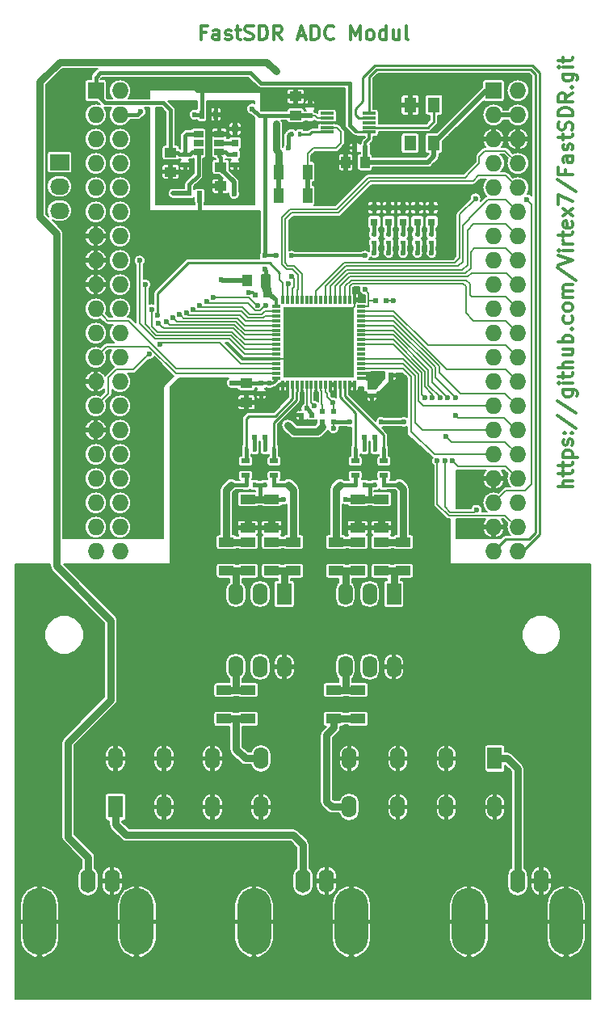
<source format=gbr>
G04 #@! TF.FileFunction,Copper,L1,Top,Signal*
%FSLAX46Y46*%
G04 Gerber Fmt 4.6, Leading zero omitted, Abs format (unit mm)*
G04 Created by KiCad (PCBNEW (2015-07-28 BZR 6012)-product) date Fr 07 Aug 2015 18:57:51 CEST*
%MOMM*%
G01*
G04 APERTURE LIST*
%ADD10C,0.100000*%
%ADD11C,0.300000*%
%ADD12R,1.727200X1.727200*%
%ADD13O,1.727200X1.727200*%
%ADD14R,0.600000X0.500000*%
%ADD15R,1.000000X1.250000*%
%ADD16R,1.250000X1.000000*%
%ADD17R,0.500000X0.600000*%
%ADD18R,0.750000X0.800000*%
%ADD19R,0.797560X0.797560*%
%ADD20O,3.500120X7.000240*%
%ADD21O,1.600200X2.499360*%
%ADD22R,0.400000X0.600000*%
%ADD23R,0.900000X0.500000*%
%ADD24R,1.300000X1.600000*%
%ADD25R,1.600000X1.000000*%
%ADD26R,2.032000X1.727200*%
%ADD27O,2.032000X1.727200*%
%ADD28R,0.500000X0.900000*%
%ADD29R,0.600000X0.400000*%
%ADD30R,1.574800X2.286000*%
%ADD31O,1.574800X2.286000*%
%ADD32R,0.850000X0.300000*%
%ADD33R,0.300000X0.850000*%
%ADD34R,1.837500X1.837500*%
%ADD35R,1.000000X1.600000*%
%ADD36R,1.400000X0.300000*%
%ADD37R,1.060000X0.650000*%
%ADD38C,0.600000*%
%ADD39C,0.406400*%
%ADD40C,0.254000*%
%ADD41C,0.508000*%
%ADD42C,0.304800*%
%ADD43C,0.203200*%
%ADD44C,0.762000*%
%ADD45C,0.635000*%
%ADD46C,0.150000*%
%ADD47C,0.200000*%
G04 APERTURE END LIST*
D10*
D11*
X110278571Y-108492859D02*
X108778571Y-108492859D01*
X110278571Y-107850002D02*
X109492857Y-107850002D01*
X109350000Y-107921431D01*
X109278571Y-108064288D01*
X109278571Y-108278573D01*
X109350000Y-108421431D01*
X109421429Y-108492859D01*
X109278571Y-107350002D02*
X109278571Y-106778573D01*
X108778571Y-107135716D02*
X110064286Y-107135716D01*
X110207143Y-107064288D01*
X110278571Y-106921430D01*
X110278571Y-106778573D01*
X109278571Y-106492859D02*
X109278571Y-105921430D01*
X108778571Y-106278573D02*
X110064286Y-106278573D01*
X110207143Y-106207145D01*
X110278571Y-106064287D01*
X110278571Y-105921430D01*
X109278571Y-105421430D02*
X110778571Y-105421430D01*
X109350000Y-105421430D02*
X109278571Y-105278573D01*
X109278571Y-104992859D01*
X109350000Y-104850002D01*
X109421429Y-104778573D01*
X109564286Y-104707144D01*
X109992857Y-104707144D01*
X110135714Y-104778573D01*
X110207143Y-104850002D01*
X110278571Y-104992859D01*
X110278571Y-105278573D01*
X110207143Y-105421430D01*
X110207143Y-104135716D02*
X110278571Y-103992859D01*
X110278571Y-103707144D01*
X110207143Y-103564287D01*
X110064286Y-103492859D01*
X109992857Y-103492859D01*
X109850000Y-103564287D01*
X109778571Y-103707144D01*
X109778571Y-103921430D01*
X109707143Y-104064287D01*
X109564286Y-104135716D01*
X109492857Y-104135716D01*
X109350000Y-104064287D01*
X109278571Y-103921430D01*
X109278571Y-103707144D01*
X109350000Y-103564287D01*
X110135714Y-102850001D02*
X110207143Y-102778573D01*
X110278571Y-102850001D01*
X110207143Y-102921430D01*
X110135714Y-102850001D01*
X110278571Y-102850001D01*
X109350000Y-102850001D02*
X109421429Y-102778573D01*
X109492857Y-102850001D01*
X109421429Y-102921430D01*
X109350000Y-102850001D01*
X109492857Y-102850001D01*
X108707143Y-101064287D02*
X110635714Y-102350001D01*
X108707143Y-99492858D02*
X110635714Y-100778572D01*
X109278571Y-98350000D02*
X110492857Y-98350000D01*
X110635714Y-98421429D01*
X110707143Y-98492857D01*
X110778571Y-98635714D01*
X110778571Y-98850000D01*
X110707143Y-98992857D01*
X110207143Y-98350000D02*
X110278571Y-98492857D01*
X110278571Y-98778571D01*
X110207143Y-98921429D01*
X110135714Y-98992857D01*
X109992857Y-99064286D01*
X109564286Y-99064286D01*
X109421429Y-98992857D01*
X109350000Y-98921429D01*
X109278571Y-98778571D01*
X109278571Y-98492857D01*
X109350000Y-98350000D01*
X110278571Y-97635714D02*
X109278571Y-97635714D01*
X108778571Y-97635714D02*
X108850000Y-97707143D01*
X108921429Y-97635714D01*
X108850000Y-97564286D01*
X108778571Y-97635714D01*
X108921429Y-97635714D01*
X109278571Y-97135714D02*
X109278571Y-96564285D01*
X108778571Y-96921428D02*
X110064286Y-96921428D01*
X110207143Y-96850000D01*
X110278571Y-96707142D01*
X110278571Y-96564285D01*
X110278571Y-96064285D02*
X108778571Y-96064285D01*
X110278571Y-95421428D02*
X109492857Y-95421428D01*
X109350000Y-95492857D01*
X109278571Y-95635714D01*
X109278571Y-95849999D01*
X109350000Y-95992857D01*
X109421429Y-96064285D01*
X109278571Y-94064285D02*
X110278571Y-94064285D01*
X109278571Y-94707142D02*
X110064286Y-94707142D01*
X110207143Y-94635714D01*
X110278571Y-94492856D01*
X110278571Y-94278571D01*
X110207143Y-94135714D01*
X110135714Y-94064285D01*
X110278571Y-93349999D02*
X108778571Y-93349999D01*
X109350000Y-93349999D02*
X109278571Y-93207142D01*
X109278571Y-92921428D01*
X109350000Y-92778571D01*
X109421429Y-92707142D01*
X109564286Y-92635713D01*
X109992857Y-92635713D01*
X110135714Y-92707142D01*
X110207143Y-92778571D01*
X110278571Y-92921428D01*
X110278571Y-93207142D01*
X110207143Y-93349999D01*
X110135714Y-91992856D02*
X110207143Y-91921428D01*
X110278571Y-91992856D01*
X110207143Y-92064285D01*
X110135714Y-91992856D01*
X110278571Y-91992856D01*
X110207143Y-90635713D02*
X110278571Y-90778570D01*
X110278571Y-91064284D01*
X110207143Y-91207142D01*
X110135714Y-91278570D01*
X109992857Y-91349999D01*
X109564286Y-91349999D01*
X109421429Y-91278570D01*
X109350000Y-91207142D01*
X109278571Y-91064284D01*
X109278571Y-90778570D01*
X109350000Y-90635713D01*
X110278571Y-89778570D02*
X110207143Y-89921428D01*
X110135714Y-89992856D01*
X109992857Y-90064285D01*
X109564286Y-90064285D01*
X109421429Y-89992856D01*
X109350000Y-89921428D01*
X109278571Y-89778570D01*
X109278571Y-89564285D01*
X109350000Y-89421428D01*
X109421429Y-89349999D01*
X109564286Y-89278570D01*
X109992857Y-89278570D01*
X110135714Y-89349999D01*
X110207143Y-89421428D01*
X110278571Y-89564285D01*
X110278571Y-89778570D01*
X110278571Y-88635713D02*
X109278571Y-88635713D01*
X109421429Y-88635713D02*
X109350000Y-88564285D01*
X109278571Y-88421427D01*
X109278571Y-88207142D01*
X109350000Y-88064285D01*
X109492857Y-87992856D01*
X110278571Y-87992856D01*
X109492857Y-87992856D02*
X109350000Y-87921427D01*
X109278571Y-87778570D01*
X109278571Y-87564285D01*
X109350000Y-87421427D01*
X109492857Y-87349999D01*
X110278571Y-87349999D01*
X108707143Y-85564285D02*
X110635714Y-86849999D01*
X108778571Y-85278570D02*
X110278571Y-84778570D01*
X108778571Y-84278570D01*
X110278571Y-83778570D02*
X109278571Y-83778570D01*
X108778571Y-83778570D02*
X108850000Y-83849999D01*
X108921429Y-83778570D01*
X108850000Y-83707142D01*
X108778571Y-83778570D01*
X108921429Y-83778570D01*
X110278571Y-83064284D02*
X109278571Y-83064284D01*
X109564286Y-83064284D02*
X109421429Y-82992856D01*
X109350000Y-82921427D01*
X109278571Y-82778570D01*
X109278571Y-82635713D01*
X109278571Y-82349999D02*
X109278571Y-81778570D01*
X108778571Y-82135713D02*
X110064286Y-82135713D01*
X110207143Y-82064285D01*
X110278571Y-81921427D01*
X110278571Y-81778570D01*
X110207143Y-80707142D02*
X110278571Y-80849999D01*
X110278571Y-81135713D01*
X110207143Y-81278570D01*
X110064286Y-81349999D01*
X109492857Y-81349999D01*
X109350000Y-81278570D01*
X109278571Y-81135713D01*
X109278571Y-80849999D01*
X109350000Y-80707142D01*
X109492857Y-80635713D01*
X109635714Y-80635713D01*
X109778571Y-81349999D01*
X110278571Y-80135713D02*
X109278571Y-79349999D01*
X109278571Y-80135713D02*
X110278571Y-79349999D01*
X108778571Y-78921427D02*
X108778571Y-77921427D01*
X110278571Y-78564284D01*
X108707143Y-76278571D02*
X110635714Y-77564285D01*
X109492857Y-75278570D02*
X109492857Y-75778570D01*
X110278571Y-75778570D02*
X108778571Y-75778570D01*
X108778571Y-75064284D01*
X110278571Y-73849999D02*
X109492857Y-73849999D01*
X109350000Y-73921428D01*
X109278571Y-74064285D01*
X109278571Y-74349999D01*
X109350000Y-74492856D01*
X110207143Y-73849999D02*
X110278571Y-73992856D01*
X110278571Y-74349999D01*
X110207143Y-74492856D01*
X110064286Y-74564285D01*
X109921429Y-74564285D01*
X109778571Y-74492856D01*
X109707143Y-74349999D01*
X109707143Y-73992856D01*
X109635714Y-73849999D01*
X110207143Y-73207142D02*
X110278571Y-73064285D01*
X110278571Y-72778570D01*
X110207143Y-72635713D01*
X110064286Y-72564285D01*
X109992857Y-72564285D01*
X109850000Y-72635713D01*
X109778571Y-72778570D01*
X109778571Y-72992856D01*
X109707143Y-73135713D01*
X109564286Y-73207142D01*
X109492857Y-73207142D01*
X109350000Y-73135713D01*
X109278571Y-72992856D01*
X109278571Y-72778570D01*
X109350000Y-72635713D01*
X109278571Y-72135713D02*
X109278571Y-71564284D01*
X108778571Y-71921427D02*
X110064286Y-71921427D01*
X110207143Y-71849999D01*
X110278571Y-71707141D01*
X110278571Y-71564284D01*
X110207143Y-71135713D02*
X110278571Y-70921427D01*
X110278571Y-70564284D01*
X110207143Y-70421427D01*
X110135714Y-70349998D01*
X109992857Y-70278570D01*
X109850000Y-70278570D01*
X109707143Y-70349998D01*
X109635714Y-70421427D01*
X109564286Y-70564284D01*
X109492857Y-70849998D01*
X109421429Y-70992856D01*
X109350000Y-71064284D01*
X109207143Y-71135713D01*
X109064286Y-71135713D01*
X108921429Y-71064284D01*
X108850000Y-70992856D01*
X108778571Y-70849998D01*
X108778571Y-70492856D01*
X108850000Y-70278570D01*
X110278571Y-69635713D02*
X108778571Y-69635713D01*
X108778571Y-69278570D01*
X108850000Y-69064285D01*
X108992857Y-68921427D01*
X109135714Y-68849999D01*
X109421429Y-68778570D01*
X109635714Y-68778570D01*
X109921429Y-68849999D01*
X110064286Y-68921427D01*
X110207143Y-69064285D01*
X110278571Y-69278570D01*
X110278571Y-69635713D01*
X110278571Y-67278570D02*
X109564286Y-67778570D01*
X110278571Y-68135713D02*
X108778571Y-68135713D01*
X108778571Y-67564285D01*
X108850000Y-67421427D01*
X108921429Y-67349999D01*
X109064286Y-67278570D01*
X109278571Y-67278570D01*
X109421429Y-67349999D01*
X109492857Y-67421427D01*
X109564286Y-67564285D01*
X109564286Y-68135713D01*
X110135714Y-66635713D02*
X110207143Y-66564285D01*
X110278571Y-66635713D01*
X110207143Y-66707142D01*
X110135714Y-66635713D01*
X110278571Y-66635713D01*
X109278571Y-65278570D02*
X110492857Y-65278570D01*
X110635714Y-65349999D01*
X110707143Y-65421427D01*
X110778571Y-65564284D01*
X110778571Y-65778570D01*
X110707143Y-65921427D01*
X110207143Y-65278570D02*
X110278571Y-65421427D01*
X110278571Y-65707141D01*
X110207143Y-65849999D01*
X110135714Y-65921427D01*
X109992857Y-65992856D01*
X109564286Y-65992856D01*
X109421429Y-65921427D01*
X109350000Y-65849999D01*
X109278571Y-65707141D01*
X109278571Y-65421427D01*
X109350000Y-65278570D01*
X110278571Y-64564284D02*
X109278571Y-64564284D01*
X108778571Y-64564284D02*
X108850000Y-64635713D01*
X108921429Y-64564284D01*
X108850000Y-64492856D01*
X108778571Y-64564284D01*
X108921429Y-64564284D01*
X109278571Y-64064284D02*
X109278571Y-63492855D01*
X108778571Y-63849998D02*
X110064286Y-63849998D01*
X110207143Y-63778570D01*
X110278571Y-63635712D01*
X110278571Y-63492855D01*
X71814286Y-60892857D02*
X71314286Y-60892857D01*
X71314286Y-61678571D02*
X71314286Y-60178571D01*
X72028572Y-60178571D01*
X73242857Y-61678571D02*
X73242857Y-60892857D01*
X73171428Y-60750000D01*
X73028571Y-60678571D01*
X72742857Y-60678571D01*
X72600000Y-60750000D01*
X73242857Y-61607143D02*
X73100000Y-61678571D01*
X72742857Y-61678571D01*
X72600000Y-61607143D01*
X72528571Y-61464286D01*
X72528571Y-61321429D01*
X72600000Y-61178571D01*
X72742857Y-61107143D01*
X73100000Y-61107143D01*
X73242857Y-61035714D01*
X73885714Y-61607143D02*
X74028571Y-61678571D01*
X74314286Y-61678571D01*
X74457143Y-61607143D01*
X74528571Y-61464286D01*
X74528571Y-61392857D01*
X74457143Y-61250000D01*
X74314286Y-61178571D01*
X74100000Y-61178571D01*
X73957143Y-61107143D01*
X73885714Y-60964286D01*
X73885714Y-60892857D01*
X73957143Y-60750000D01*
X74100000Y-60678571D01*
X74314286Y-60678571D01*
X74457143Y-60750000D01*
X74957143Y-60678571D02*
X75528572Y-60678571D01*
X75171429Y-60178571D02*
X75171429Y-61464286D01*
X75242857Y-61607143D01*
X75385715Y-61678571D01*
X75528572Y-61678571D01*
X75957143Y-61607143D02*
X76171429Y-61678571D01*
X76528572Y-61678571D01*
X76671429Y-61607143D01*
X76742858Y-61535714D01*
X76814286Y-61392857D01*
X76814286Y-61250000D01*
X76742858Y-61107143D01*
X76671429Y-61035714D01*
X76528572Y-60964286D01*
X76242858Y-60892857D01*
X76100000Y-60821429D01*
X76028572Y-60750000D01*
X75957143Y-60607143D01*
X75957143Y-60464286D01*
X76028572Y-60321429D01*
X76100000Y-60250000D01*
X76242858Y-60178571D01*
X76600000Y-60178571D01*
X76814286Y-60250000D01*
X77457143Y-61678571D02*
X77457143Y-60178571D01*
X77814286Y-60178571D01*
X78028571Y-60250000D01*
X78171429Y-60392857D01*
X78242857Y-60535714D01*
X78314286Y-60821429D01*
X78314286Y-61035714D01*
X78242857Y-61321429D01*
X78171429Y-61464286D01*
X78028571Y-61607143D01*
X77814286Y-61678571D01*
X77457143Y-61678571D01*
X79814286Y-61678571D02*
X79314286Y-60964286D01*
X78957143Y-61678571D02*
X78957143Y-60178571D01*
X79528571Y-60178571D01*
X79671429Y-60250000D01*
X79742857Y-60321429D01*
X79814286Y-60464286D01*
X79814286Y-60678571D01*
X79742857Y-60821429D01*
X79671429Y-60892857D01*
X79528571Y-60964286D01*
X78957143Y-60964286D01*
X81528571Y-61250000D02*
X82242857Y-61250000D01*
X81385714Y-61678571D02*
X81885714Y-60178571D01*
X82385714Y-61678571D01*
X82885714Y-61678571D02*
X82885714Y-60178571D01*
X83242857Y-60178571D01*
X83457142Y-60250000D01*
X83600000Y-60392857D01*
X83671428Y-60535714D01*
X83742857Y-60821429D01*
X83742857Y-61035714D01*
X83671428Y-61321429D01*
X83600000Y-61464286D01*
X83457142Y-61607143D01*
X83242857Y-61678571D01*
X82885714Y-61678571D01*
X85242857Y-61535714D02*
X85171428Y-61607143D01*
X84957142Y-61678571D01*
X84814285Y-61678571D01*
X84600000Y-61607143D01*
X84457142Y-61464286D01*
X84385714Y-61321429D01*
X84314285Y-61035714D01*
X84314285Y-60821429D01*
X84385714Y-60535714D01*
X84457142Y-60392857D01*
X84600000Y-60250000D01*
X84814285Y-60178571D01*
X84957142Y-60178571D01*
X85171428Y-60250000D01*
X85242857Y-60321429D01*
X87028571Y-61678571D02*
X87028571Y-60178571D01*
X87528571Y-61250000D01*
X88028571Y-60178571D01*
X88028571Y-61678571D01*
X88957143Y-61678571D02*
X88814285Y-61607143D01*
X88742857Y-61535714D01*
X88671428Y-61392857D01*
X88671428Y-60964286D01*
X88742857Y-60821429D01*
X88814285Y-60750000D01*
X88957143Y-60678571D01*
X89171428Y-60678571D01*
X89314285Y-60750000D01*
X89385714Y-60821429D01*
X89457143Y-60964286D01*
X89457143Y-61392857D01*
X89385714Y-61535714D01*
X89314285Y-61607143D01*
X89171428Y-61678571D01*
X88957143Y-61678571D01*
X90742857Y-61678571D02*
X90742857Y-60178571D01*
X90742857Y-61607143D02*
X90600000Y-61678571D01*
X90314286Y-61678571D01*
X90171428Y-61607143D01*
X90100000Y-61535714D01*
X90028571Y-61392857D01*
X90028571Y-60964286D01*
X90100000Y-60821429D01*
X90171428Y-60750000D01*
X90314286Y-60678571D01*
X90600000Y-60678571D01*
X90742857Y-60750000D01*
X92100000Y-60678571D02*
X92100000Y-61678571D01*
X91457143Y-60678571D02*
X91457143Y-61464286D01*
X91528571Y-61607143D01*
X91671429Y-61678571D01*
X91885714Y-61678571D01*
X92028571Y-61607143D01*
X92100000Y-61535714D01*
X93028572Y-61678571D02*
X92885714Y-61607143D01*
X92814286Y-61464286D01*
X92814286Y-60178571D01*
D12*
X102000000Y-67000000D03*
D13*
X104540000Y-67000000D03*
X102000000Y-69540000D03*
X104540000Y-69540000D03*
X102000000Y-72080000D03*
X104540000Y-72080000D03*
X102000000Y-74620000D03*
X104540000Y-74620000D03*
X102000000Y-77160000D03*
X104540000Y-77160000D03*
X102000000Y-79700000D03*
X104540000Y-79700000D03*
X102000000Y-82240000D03*
X104540000Y-82240000D03*
X102000000Y-84780000D03*
X104540000Y-84780000D03*
X102000000Y-87320000D03*
X104540000Y-87320000D03*
X102000000Y-89860000D03*
X104540000Y-89860000D03*
X102000000Y-92400000D03*
X104540000Y-92400000D03*
X102000000Y-94940000D03*
X104540000Y-94940000D03*
X102000000Y-97480000D03*
X104540000Y-97480000D03*
X102000000Y-100020000D03*
X104540000Y-100020000D03*
X102000000Y-102560000D03*
X104540000Y-102560000D03*
X102000000Y-105100000D03*
X104540000Y-105100000D03*
X102000000Y-107640000D03*
X104540000Y-107640000D03*
X102000000Y-110180000D03*
X104540000Y-110180000D03*
X102000000Y-112720000D03*
X104540000Y-112720000D03*
X102000000Y-115260000D03*
X104540000Y-115260000D03*
D14*
X70100000Y-77750000D03*
X71200000Y-77750000D03*
D15*
X88500000Y-74500000D03*
X86500000Y-74500000D03*
D14*
X88550000Y-73000000D03*
X87450000Y-73000000D03*
D16*
X81250000Y-69600000D03*
X81250000Y-67600000D03*
D17*
X82750000Y-69650000D03*
X82750000Y-68550000D03*
D15*
X78150000Y-86850000D03*
X76150000Y-86850000D03*
D14*
X78150000Y-88400000D03*
X77050000Y-88400000D03*
D17*
X84050000Y-101700000D03*
X84050000Y-100600000D03*
X85210000Y-100590000D03*
X85210000Y-101690000D03*
D16*
X76100000Y-97650000D03*
X76100000Y-99650000D03*
D17*
X77650000Y-97650000D03*
X77650000Y-98750000D03*
D14*
X82960000Y-101010000D03*
X81860000Y-101010000D03*
D17*
X89230000Y-97870000D03*
X89230000Y-98970000D03*
D14*
X90150000Y-96800000D03*
X91250000Y-96800000D03*
D16*
X68150000Y-73500000D03*
X68150000Y-75500000D03*
D17*
X69650000Y-73700000D03*
X69650000Y-74800000D03*
D18*
X74900000Y-72500000D03*
X74900000Y-71000000D03*
D16*
X73400000Y-75000000D03*
X73400000Y-77000000D03*
D17*
X74900000Y-73700000D03*
X74900000Y-74800000D03*
D14*
X88450000Y-103300000D03*
X89550000Y-103300000D03*
X76950000Y-103300000D03*
X78050000Y-103300000D03*
D19*
X89500000Y-80749300D03*
X89500000Y-79250700D03*
X91000000Y-80749300D03*
X91000000Y-79250700D03*
X92500000Y-80749300D03*
X92500000Y-79250700D03*
X94000000Y-80749300D03*
X94000000Y-79250700D03*
X95500000Y-80749300D03*
X95500000Y-79250700D03*
D12*
X60300000Y-67000000D03*
D13*
X62840000Y-67000000D03*
X60300000Y-69540000D03*
X62840000Y-69540000D03*
X60300000Y-72080000D03*
X62840000Y-72080000D03*
X60300000Y-74620000D03*
X62840000Y-74620000D03*
X60300000Y-77160000D03*
X62840000Y-77160000D03*
X60300000Y-79700000D03*
X62840000Y-79700000D03*
X60300000Y-82240000D03*
X62840000Y-82240000D03*
X60300000Y-84780000D03*
X62840000Y-84780000D03*
X60300000Y-87320000D03*
X62840000Y-87320000D03*
X60300000Y-89860000D03*
X62840000Y-89860000D03*
X60300000Y-92400000D03*
X62840000Y-92400000D03*
X60300000Y-94940000D03*
X62840000Y-94940000D03*
X60300000Y-97480000D03*
X62840000Y-97480000D03*
X60300000Y-100020000D03*
X62840000Y-100020000D03*
X60300000Y-102560000D03*
X62840000Y-102560000D03*
X60300000Y-105100000D03*
X62840000Y-105100000D03*
X60300000Y-107640000D03*
X62840000Y-107640000D03*
X60300000Y-110180000D03*
X62840000Y-110180000D03*
X60300000Y-112720000D03*
X62840000Y-112720000D03*
X60300000Y-115260000D03*
X62840000Y-115260000D03*
D20*
X109597780Y-154063400D03*
X99399680Y-154063400D03*
D21*
X104500000Y-149798740D03*
X106999360Y-149798740D03*
D20*
X87097780Y-154063400D03*
X76899680Y-154063400D03*
D21*
X82000000Y-149798740D03*
X84499360Y-149798740D03*
D20*
X64597780Y-154063400D03*
X54399680Y-154063400D03*
D21*
X59500000Y-149798740D03*
X61999360Y-149798740D03*
D22*
X80800000Y-71600000D03*
X81700000Y-71600000D03*
X87550000Y-108300000D03*
X88450000Y-108300000D03*
X89550000Y-108300000D03*
X90450000Y-108300000D03*
X76050000Y-108300000D03*
X76950000Y-108300000D03*
X78050000Y-108300000D03*
X78950000Y-108300000D03*
D23*
X87500000Y-105800000D03*
X87500000Y-107300000D03*
X90500000Y-107300000D03*
X90500000Y-105800000D03*
X76000000Y-105800000D03*
X76000000Y-107300000D03*
X79000000Y-107300000D03*
X79000000Y-105800000D03*
D22*
X87550000Y-104550000D03*
X88450000Y-104550000D03*
X89550000Y-104550000D03*
X90450000Y-104550000D03*
X76050000Y-104550000D03*
X76950000Y-104550000D03*
X78050000Y-104550000D03*
X78950000Y-104550000D03*
D24*
X93250000Y-72500000D03*
X93250000Y-68500000D03*
X95750000Y-72500000D03*
X95750000Y-68500000D03*
D25*
X85250000Y-132800000D03*
X85250000Y-129800000D03*
X87750000Y-132800000D03*
X87750000Y-129800000D03*
X73750000Y-132800000D03*
X73750000Y-129800000D03*
X76250000Y-132800000D03*
X76250000Y-129800000D03*
X85500000Y-117300000D03*
X85500000Y-114300000D03*
X87750000Y-117300000D03*
X87750000Y-114300000D03*
X90250000Y-117300000D03*
X90250000Y-114300000D03*
X92500000Y-117300000D03*
X92500000Y-114300000D03*
X74000000Y-117300000D03*
X74000000Y-114300000D03*
D26*
X56500000Y-74500000D03*
D27*
X56500000Y-77040000D03*
X56500000Y-79580000D03*
D28*
X72900000Y-69500000D03*
X71400000Y-69500000D03*
D29*
X89500000Y-82950000D03*
X89500000Y-82050000D03*
X91000000Y-82950000D03*
X91000000Y-82050000D03*
X92500000Y-82950000D03*
X92500000Y-82050000D03*
X94000000Y-82950000D03*
X94000000Y-82050000D03*
X95500000Y-82950000D03*
X95500000Y-82050000D03*
D30*
X91540000Y-119740000D03*
D31*
X89000000Y-119740000D03*
X86460000Y-119740000D03*
X86460000Y-127360000D03*
X89000000Y-127360000D03*
X91540000Y-127360000D03*
D30*
X80040000Y-119740000D03*
D31*
X77500000Y-119740000D03*
X74960000Y-119740000D03*
X74960000Y-127360000D03*
X77500000Y-127360000D03*
X80040000Y-127360000D03*
D32*
X79200000Y-89600000D03*
X79200000Y-90100000D03*
X79200000Y-90600000D03*
X79200000Y-91100000D03*
X79200000Y-91600000D03*
X79200000Y-92100000D03*
X79200000Y-92600000D03*
X79200000Y-93100000D03*
X79200000Y-93600000D03*
X79200000Y-94100000D03*
X79200000Y-94600000D03*
X79200000Y-95100000D03*
X79200000Y-95600000D03*
X79200000Y-96100000D03*
X79200000Y-96600000D03*
X79200000Y-97100000D03*
D33*
X79900000Y-97800000D03*
X80400000Y-97800000D03*
X80900000Y-97800000D03*
X81400000Y-97800000D03*
X81900000Y-97800000D03*
X82400000Y-97800000D03*
X82900000Y-97800000D03*
X83400000Y-97800000D03*
X83900000Y-97800000D03*
X84400000Y-97800000D03*
X84900000Y-97800000D03*
X85400000Y-97800000D03*
X85900000Y-97800000D03*
X86400000Y-97800000D03*
X86900000Y-97800000D03*
X87400000Y-97800000D03*
D32*
X88100000Y-97100000D03*
X88100000Y-96600000D03*
X88100000Y-96100000D03*
X88100000Y-95600000D03*
X88100000Y-95100000D03*
X88100000Y-94600000D03*
X88100000Y-94100000D03*
X88100000Y-93600000D03*
X88100000Y-93100000D03*
X88100000Y-92600000D03*
X88100000Y-92100000D03*
X88100000Y-91600000D03*
X88100000Y-91100000D03*
X88100000Y-90600000D03*
X88100000Y-90100000D03*
X88100000Y-89600000D03*
D33*
X87400000Y-88900000D03*
X86900000Y-88900000D03*
X86400000Y-88900000D03*
X85900000Y-88900000D03*
X85400000Y-88900000D03*
X84900000Y-88900000D03*
X84400000Y-88900000D03*
X83900000Y-88900000D03*
X83400000Y-88900000D03*
X82900000Y-88900000D03*
X82400000Y-88900000D03*
X81900000Y-88900000D03*
X81400000Y-88900000D03*
X80900000Y-88900000D03*
X80400000Y-88900000D03*
X79900000Y-88900000D03*
D34*
X86406250Y-96106250D03*
X86406250Y-94268750D03*
X86406250Y-92431250D03*
X86406250Y-90593750D03*
X84568750Y-96106250D03*
X84568750Y-94268750D03*
X84568750Y-92431250D03*
X84568750Y-90593750D03*
X82731250Y-96106250D03*
X82731250Y-94268750D03*
X82731250Y-92431250D03*
X82731250Y-90593750D03*
X80893750Y-96106250D03*
X80893750Y-94268750D03*
X80893750Y-92431250D03*
X80893750Y-90593750D03*
D25*
X76250000Y-117300000D03*
X76250000Y-114300000D03*
X78750000Y-117300000D03*
X78750000Y-114300000D03*
X81000000Y-117300000D03*
X81000000Y-114300000D03*
X87750000Y-109800000D03*
X87750000Y-112800000D03*
X90250000Y-109800000D03*
X90250000Y-112800000D03*
X76250000Y-109800000D03*
X76250000Y-112800000D03*
X78750000Y-109800000D03*
X78750000Y-112800000D03*
D35*
X82500000Y-78000000D03*
X79500000Y-78000000D03*
X82500000Y-75500000D03*
X79500000Y-75500000D03*
D36*
X88950000Y-71350000D03*
X88950000Y-70850000D03*
X88950000Y-70350000D03*
X88950000Y-69850000D03*
X88950000Y-69350000D03*
X84550000Y-69350000D03*
X84550000Y-69850000D03*
X84550000Y-70350000D03*
X84550000Y-70850000D03*
X84550000Y-71350000D03*
D37*
X73250000Y-73450000D03*
X73250000Y-72500000D03*
X73250000Y-71550000D03*
X71050000Y-71550000D03*
X71050000Y-73450000D03*
X71050000Y-72500000D03*
D30*
X102120000Y-136960000D03*
D31*
X102120000Y-142040000D03*
X97040000Y-136960000D03*
X97040000Y-142040000D03*
X91960000Y-136960000D03*
X91960000Y-142040000D03*
X86880000Y-136960000D03*
X86880000Y-142040000D03*
D30*
X62380000Y-142040000D03*
D31*
X62380000Y-136960000D03*
X67460000Y-142040000D03*
X67460000Y-136960000D03*
X72540000Y-142040000D03*
X72540000Y-136960000D03*
X77620000Y-142040000D03*
X77620000Y-136960000D03*
D14*
X89650000Y-89000000D03*
X90750000Y-89000000D03*
D38*
X65100000Y-66600000D03*
X92600000Y-101700000D03*
X90200000Y-101700000D03*
X86900000Y-101700000D03*
X86406250Y-94268750D03*
X86406250Y-96106250D03*
X84568750Y-96106250D03*
X82731250Y-96106250D03*
X80893750Y-96106250D03*
X92500000Y-78200000D03*
X86600000Y-73000000D03*
X85500000Y-74500000D03*
X71150000Y-78500000D03*
X80250000Y-67600000D03*
X82731250Y-90593750D03*
X92200000Y-68500000D03*
X70650000Y-69500000D03*
X82750000Y-67600000D03*
X86000000Y-70350000D03*
X85210000Y-102350000D03*
X84568750Y-94268750D03*
X82731250Y-94268750D03*
X80893750Y-94268750D03*
X80893750Y-92431250D03*
X82731250Y-92431250D03*
X84568750Y-92431250D03*
X86406250Y-92431250D03*
X86406250Y-90593750D03*
X84568750Y-90593750D03*
X80893750Y-90593750D03*
X80800000Y-84300000D03*
X79200000Y-84300000D03*
X88500000Y-87800000D03*
X88500000Y-84300000D03*
X78000000Y-84300000D03*
X78000000Y-85700000D03*
X65000000Y-69200000D03*
X76700000Y-68900000D03*
X91990000Y-96800000D03*
X91500000Y-89000000D03*
X73500000Y-86800000D03*
X73400000Y-78000000D03*
X73150000Y-70750000D03*
X73500000Y-99500000D03*
X76300000Y-88148380D03*
X73400000Y-69500000D03*
X74900000Y-75500000D03*
X69400000Y-75750000D03*
X90250000Y-112050000D03*
X87750000Y-112050000D03*
X78750000Y-112050000D03*
X76250000Y-112050000D03*
X89230000Y-99730000D03*
X81850000Y-101710000D03*
X77450000Y-99750000D03*
X87150000Y-98850000D03*
X85150000Y-98850000D03*
X83400000Y-98850000D03*
X81900000Y-98850000D03*
X80150000Y-98850000D03*
X80400000Y-102050000D03*
X80500000Y-73000000D03*
X80000000Y-109800000D03*
X86500000Y-109800000D03*
X83180000Y-100050000D03*
X85170000Y-99650000D03*
X74800000Y-77800000D03*
X74600000Y-97600000D03*
X89200000Y-96900000D03*
X78500000Y-97650000D03*
X82400000Y-100300000D03*
X64900000Y-84800000D03*
X65500000Y-87300000D03*
X66200000Y-89900000D03*
X66800000Y-90500000D03*
X66900000Y-91400000D03*
X67700000Y-91200000D03*
X68400000Y-90800000D03*
X65885059Y-94581050D03*
X67000000Y-93600000D03*
X69057526Y-90406067D03*
X69800000Y-90300000D03*
X70500000Y-89900000D03*
X71200000Y-89500000D03*
X80495170Y-87223705D03*
X78140054Y-89540054D03*
X71900000Y-89100000D03*
X80848380Y-86500000D03*
X77300000Y-89500000D03*
X72600000Y-88700000D03*
X95500000Y-84000000D03*
X94000000Y-84000000D03*
X92500000Y-84000000D03*
X91000000Y-84000000D03*
X89500000Y-84000000D03*
X98000000Y-101000000D03*
X98000000Y-99200000D03*
X97200000Y-99200000D03*
X97000000Y-103200000D03*
X97700000Y-105800000D03*
X96400000Y-99200000D03*
X105500000Y-78400000D03*
X100100000Y-78300000D03*
X100200000Y-110900000D03*
X96900000Y-105800000D03*
X95600000Y-99200000D03*
X96100000Y-105800000D03*
X94800000Y-99200000D03*
X79200000Y-65000000D03*
X79200000Y-70500000D03*
D39*
X60300000Y-67000000D02*
X60300000Y-65600000D01*
X76500000Y-65100000D02*
X77600000Y-66200000D01*
X60800000Y-65100000D02*
X76500000Y-65100000D01*
X60300000Y-65600000D02*
X60800000Y-65100000D01*
X87500000Y-71200000D02*
X87100000Y-70800000D01*
X77600000Y-66200000D02*
X86900000Y-66200000D01*
X87100000Y-70800000D02*
X86900000Y-70600000D01*
X86900000Y-70600000D02*
X86900000Y-66200000D01*
D40*
X88950000Y-71350000D02*
X87650000Y-71350000D01*
X87500000Y-71200000D02*
X87650000Y-71350000D01*
D41*
X102000000Y-67000000D02*
X101250000Y-67000000D01*
X101250000Y-67000000D02*
X95750000Y-72500000D01*
D39*
X68150000Y-73500000D02*
X68900000Y-73500000D01*
X69100000Y-73700000D02*
X68900000Y-73500000D01*
X69100000Y-73700000D02*
X69650000Y-73700000D01*
X60300000Y-67000000D02*
X60300000Y-67300000D01*
X60300000Y-67300000D02*
X61300000Y-68300000D01*
X61300000Y-68300000D02*
X64700000Y-68300000D01*
X64700000Y-68300000D02*
X67400000Y-68300000D01*
X67400000Y-68300000D02*
X68150000Y-69050000D01*
X68150000Y-69050000D02*
X68150000Y-73500000D01*
D41*
X88500000Y-74500000D02*
X95100000Y-74500000D01*
X95750000Y-73850000D02*
X95750000Y-72500000D01*
X95100000Y-74500000D02*
X95750000Y-73850000D01*
X88550000Y-73000000D02*
X88550000Y-74450000D01*
X88550000Y-74450000D02*
X88500000Y-74500000D01*
D42*
X88950000Y-71350000D02*
X88950000Y-72050000D01*
X88950000Y-72050000D02*
X88550000Y-72450000D01*
X88550000Y-72450000D02*
X88550000Y-73000000D01*
D39*
X69650000Y-73700000D02*
X69650000Y-71750000D01*
X69650000Y-71750000D02*
X69850000Y-71550000D01*
X69850000Y-71550000D02*
X71050000Y-71550000D01*
X71050000Y-73450000D02*
X71050000Y-75850000D01*
X70100000Y-76800000D02*
X70100000Y-77750000D01*
X71050000Y-75850000D02*
X70100000Y-76800000D01*
X71050000Y-73450000D02*
X70450000Y-73450000D01*
X70450000Y-73450000D02*
X70200000Y-73700000D01*
X70200000Y-73700000D02*
X69650000Y-73700000D01*
D41*
X70100000Y-77750000D02*
X68400000Y-77750000D01*
D39*
X71700000Y-67000000D02*
X70900000Y-67000000D01*
X70500000Y-66600000D02*
X65100000Y-66600000D01*
X70900000Y-67000000D02*
X70500000Y-66600000D01*
X85210000Y-101690000D02*
X86890000Y-101690000D01*
X90200000Y-101700000D02*
X92600000Y-101700000D01*
X86890000Y-101690000D02*
X86900000Y-101700000D01*
D40*
X92500000Y-79250700D02*
X92500000Y-78200000D01*
X87450000Y-73000000D02*
X86600000Y-73000000D01*
X86500000Y-74500000D02*
X85500000Y-74500000D01*
D39*
X71150000Y-78500000D02*
X71150000Y-80450000D01*
D41*
X71200000Y-78450000D02*
X71150000Y-78500000D01*
X71200000Y-77750000D02*
X71200000Y-78450000D01*
D39*
X71150000Y-80450000D02*
X71200000Y-80500000D01*
X71400000Y-69500000D02*
X71400000Y-67200000D01*
X80250000Y-67600000D02*
X81250000Y-67600000D01*
X78600000Y-67600000D02*
X80250000Y-67600000D01*
X78000000Y-67000000D02*
X78600000Y-67600000D01*
X71600000Y-67000000D02*
X71700000Y-67000000D01*
X71700000Y-67000000D02*
X78000000Y-67000000D01*
X71400000Y-67200000D02*
X71600000Y-67000000D01*
D40*
X84568750Y-90593750D02*
X82731250Y-90593750D01*
X93250000Y-68500000D02*
X92200000Y-68500000D01*
D39*
X71400000Y-69500000D02*
X70650000Y-69500000D01*
X81250000Y-67600000D02*
X82750000Y-67600000D01*
X82750000Y-67600000D02*
X82750000Y-68550000D01*
D43*
X84550000Y-70350000D02*
X86000000Y-70350000D01*
X85210000Y-101690000D02*
X85210000Y-102350000D01*
X87400000Y-88900000D02*
X87400000Y-89600000D01*
X87400000Y-89600000D02*
X86406250Y-90593750D01*
X79200000Y-95100000D02*
X80062500Y-95100000D01*
X80062500Y-95100000D02*
X80893750Y-94268750D01*
X89650000Y-89000000D02*
X88900000Y-89000000D01*
D42*
X78000000Y-84300000D02*
X79200000Y-84300000D01*
X80800000Y-84300000D02*
X88500000Y-84300000D01*
D43*
X88100000Y-89600000D02*
X88900000Y-89600000D01*
X88900000Y-89600000D02*
X88900000Y-89000000D01*
X88900000Y-89000000D02*
X88900000Y-88200000D01*
X88900000Y-88200000D02*
X88500000Y-87800000D01*
X88500000Y-84300000D02*
X88400000Y-84400000D01*
D39*
X78150000Y-86850000D02*
X78150000Y-85850000D01*
X78000000Y-84300000D02*
X78000000Y-69600000D01*
X78150000Y-85850000D02*
X78000000Y-85700000D01*
X62840000Y-69540000D02*
X64660000Y-69540000D01*
X64660000Y-69540000D02*
X65000000Y-69200000D01*
X76700000Y-68900000D02*
X77400000Y-69600000D01*
X77400000Y-69600000D02*
X78000000Y-69600000D01*
X78000000Y-69600000D02*
X81250000Y-69600000D01*
D43*
X84550000Y-69850000D02*
X83500000Y-69850000D01*
X83300000Y-69650000D02*
X82750000Y-69650000D01*
X83500000Y-69850000D02*
X83300000Y-69650000D01*
D41*
X82750000Y-69650000D02*
X81300000Y-69650000D01*
X81300000Y-69650000D02*
X81250000Y-69600000D01*
D42*
X78150000Y-86850000D02*
X78150000Y-88400000D01*
X78150000Y-88400000D02*
X78750000Y-88400000D01*
X79200000Y-88850000D02*
X79200000Y-89600000D01*
X78750000Y-88400000D02*
X79200000Y-88850000D01*
X91250000Y-96800000D02*
X91990000Y-96800000D01*
D43*
X91500000Y-89000000D02*
X90750000Y-89000000D01*
D41*
X76150000Y-86850000D02*
X73550000Y-86850000D01*
X73550000Y-86850000D02*
X73500000Y-86800000D01*
D39*
X73400000Y-77000000D02*
X73400000Y-78000000D01*
D40*
X74900000Y-71000000D02*
X74200000Y-71000000D01*
X73950000Y-70750000D02*
X73150000Y-70750000D01*
X74200000Y-71000000D02*
X73950000Y-70750000D01*
D44*
X76100000Y-99650000D02*
X73650000Y-99650000D01*
X73650000Y-99650000D02*
X73500000Y-99500000D01*
D42*
X77050000Y-88400000D02*
X76798380Y-88148380D01*
X76798380Y-88148380D02*
X76724264Y-88148380D01*
X76724264Y-88148380D02*
X76300000Y-88148380D01*
D39*
X72900000Y-69500000D02*
X73400000Y-69500000D01*
X73150000Y-70750000D02*
X73150000Y-70500000D01*
X73250000Y-70850000D02*
X73150000Y-70750000D01*
X73250000Y-71550000D02*
X73250000Y-70850000D01*
X72900000Y-70250000D02*
X72900000Y-69500000D01*
X73150000Y-70500000D02*
X72900000Y-70250000D01*
X74900000Y-74800000D02*
X74900000Y-75500000D01*
X68150000Y-75500000D02*
X69150000Y-75500000D01*
X69650000Y-75500000D02*
X69400000Y-75750000D01*
X69650000Y-75500000D02*
X69650000Y-74800000D01*
X69150000Y-75500000D02*
X69400000Y-75750000D01*
D44*
X90250000Y-112800000D02*
X90250000Y-112050000D01*
X87750000Y-112800000D02*
X87750000Y-112050000D01*
X78750000Y-112800000D02*
X78750000Y-112050000D01*
X76250000Y-112800000D02*
X76250000Y-112050000D01*
D42*
X89230000Y-98970000D02*
X89230000Y-99730000D01*
D43*
X81860000Y-101010000D02*
X81860000Y-101700000D01*
X81860000Y-101700000D02*
X81850000Y-101710000D01*
D42*
X77650000Y-98750000D02*
X77650000Y-99550000D01*
X77350000Y-99650000D02*
X77450000Y-99750000D01*
X77350000Y-99650000D02*
X76100000Y-99650000D01*
X77650000Y-99550000D02*
X77450000Y-99750000D01*
D43*
X87400000Y-97800000D02*
X87400000Y-98600000D01*
X86900000Y-98600000D02*
X87150000Y-98850000D01*
X86900000Y-98600000D02*
X86900000Y-97800000D01*
X87400000Y-98600000D02*
X87150000Y-98850000D01*
X85400000Y-97800000D02*
X85400000Y-98600000D01*
X84900000Y-98600000D02*
X85150000Y-98850000D01*
X84900000Y-98600000D02*
X84900000Y-97800000D01*
X85400000Y-98600000D02*
X85150000Y-98850000D01*
X83400000Y-97800000D02*
X83400000Y-98850000D01*
X81900000Y-97800000D02*
X81900000Y-98850000D01*
X80400000Y-97800000D02*
X80400000Y-98600000D01*
X79900000Y-98600000D02*
X80150000Y-98850000D01*
X79900000Y-98600000D02*
X79900000Y-97800000D01*
X80400000Y-98600000D02*
X80150000Y-98850000D01*
D39*
X80800000Y-71600000D02*
X80600000Y-71600000D01*
X80600000Y-71600000D02*
X80500000Y-71700000D01*
X80500000Y-71700000D02*
X80500000Y-73000000D01*
D44*
X84050000Y-102225000D02*
X83525000Y-102750000D01*
X83525000Y-102750000D02*
X81100000Y-102750000D01*
X81100000Y-102750000D02*
X80400000Y-102050000D01*
D42*
X84050000Y-101700000D02*
X84050000Y-102225000D01*
D43*
X84050000Y-100600000D02*
X84050000Y-99925000D01*
X83900000Y-98420000D02*
X83990000Y-98510000D01*
X83990000Y-98510000D02*
X83990000Y-99410000D01*
X83900000Y-98420000D02*
X83900000Y-97800000D01*
X83990000Y-99865000D02*
X83990000Y-99410000D01*
X84050000Y-99925000D02*
X83990000Y-99865000D01*
D39*
X77500000Y-108300000D02*
X77500000Y-109800000D01*
X77500000Y-109800000D02*
X77500000Y-109700000D01*
X77500000Y-109700000D02*
X77500000Y-109800000D01*
X76950000Y-108300000D02*
X77500000Y-108300000D01*
X77500000Y-108300000D02*
X78050000Y-108300000D01*
X78750000Y-109800000D02*
X80000000Y-109800000D01*
X86500000Y-109800000D02*
X87750000Y-109800000D01*
D44*
X87750000Y-109800000D02*
X90250000Y-109800000D01*
X76250000Y-109800000D02*
X77500000Y-109800000D01*
X77500000Y-109800000D02*
X78750000Y-109800000D01*
D39*
X89000000Y-108300000D02*
X89000000Y-109800000D01*
X87750000Y-109800000D02*
X89000000Y-109800000D01*
X89000000Y-109800000D02*
X90250000Y-109800000D01*
X89550000Y-108300000D02*
X89000000Y-108300000D01*
X89000000Y-108300000D02*
X88450000Y-108300000D01*
D43*
X85210000Y-100590000D02*
X85210000Y-99690000D01*
X85210000Y-99690000D02*
X85170000Y-99650000D01*
X84400000Y-97800000D02*
X84400000Y-98590000D01*
X82820000Y-99550000D02*
X82830000Y-99550000D01*
X82830000Y-99560000D02*
X82820000Y-99550000D01*
X82830000Y-99700000D02*
X82830000Y-99560000D01*
X83180000Y-100050000D02*
X82830000Y-99700000D01*
X82900000Y-97800000D02*
X82900000Y-98530000D01*
X82830000Y-98600000D02*
X82830000Y-99550000D01*
X82900000Y-98530000D02*
X82830000Y-98600000D01*
X85130000Y-99650000D02*
X85170000Y-99650000D01*
X84550000Y-99070000D02*
X85130000Y-99650000D01*
X84550000Y-98740000D02*
X84550000Y-99070000D01*
X84400000Y-98590000D02*
X84550000Y-98740000D01*
D41*
X76100000Y-97650000D02*
X74650000Y-97650000D01*
X74800000Y-76600000D02*
X73400000Y-75200000D01*
X74800000Y-77800000D02*
X74800000Y-76600000D01*
X74650000Y-97650000D02*
X74600000Y-97600000D01*
X73400000Y-75200000D02*
X73400000Y-75000000D01*
D39*
X89200000Y-96900000D02*
X89200000Y-96800000D01*
X82960000Y-100860000D02*
X82400000Y-100300000D01*
X82960000Y-100860000D02*
X82960000Y-101010000D01*
X76100000Y-97650000D02*
X77650000Y-97650000D01*
X73250000Y-73450000D02*
X73850000Y-73450000D01*
X74100000Y-73700000D02*
X74900000Y-73700000D01*
X73850000Y-73450000D02*
X74100000Y-73700000D01*
X73250000Y-73450000D02*
X73250000Y-73850000D01*
X73400000Y-74000000D02*
X73400000Y-75000000D01*
X73250000Y-73850000D02*
X73400000Y-74000000D01*
D42*
X90150000Y-96800000D02*
X89200000Y-96800000D01*
X89200000Y-96800000D02*
X89150000Y-96850000D01*
X88890000Y-96600000D02*
X88900000Y-96600000D01*
X88900000Y-96600000D02*
X89150000Y-96850000D01*
X88905000Y-97095000D02*
X89150000Y-96850000D01*
X89230000Y-97330000D02*
X89150000Y-97250000D01*
X89150000Y-97250000D02*
X89150000Y-96850000D01*
X89230000Y-97870000D02*
X89230000Y-97330000D01*
D43*
X82960000Y-101010000D02*
X82960000Y-100810000D01*
X82960000Y-100810000D02*
X82460000Y-100310000D01*
X82460000Y-100310000D02*
X82460000Y-100020000D01*
X82400000Y-97800000D02*
X82400000Y-98410000D01*
X82460000Y-98470000D02*
X82460000Y-100020000D01*
X82400000Y-98410000D02*
X82460000Y-98470000D01*
D42*
X77650000Y-97650000D02*
X78500000Y-97650000D01*
X78500000Y-97650000D02*
X78900000Y-97650000D01*
X79200000Y-97350000D02*
X79200000Y-97100000D01*
X78900000Y-97650000D02*
X79200000Y-97350000D01*
D43*
X88100000Y-96600000D02*
X88890000Y-96600000D01*
X88900000Y-97100000D02*
X88905000Y-97095000D01*
X88900000Y-97100000D02*
X88100000Y-97100000D01*
X88900000Y-96600000D02*
X89150000Y-96850000D01*
D39*
X73250000Y-72500000D02*
X74900000Y-72500000D01*
X88450000Y-104550000D02*
X88450000Y-103300000D01*
X89550000Y-104550000D02*
X89550000Y-103300000D01*
X76950000Y-104550000D02*
X76950000Y-103300000D01*
X78050000Y-104550000D02*
X78050000Y-103300000D01*
X89500000Y-82050000D02*
X89500000Y-80749300D01*
X91000000Y-82050000D02*
X91000000Y-80749300D01*
X92500000Y-82050000D02*
X92500000Y-80749300D01*
X94000000Y-82050000D02*
X94000000Y-80749300D01*
X95500000Y-82050000D02*
X95500000Y-80749300D01*
D43*
X79200000Y-94600000D02*
X75899940Y-94600000D01*
X64900000Y-85224264D02*
X64900000Y-84800000D01*
X66493097Y-92993603D02*
X64900000Y-91400506D01*
X64900000Y-91400506D02*
X64900000Y-85224264D01*
X74293544Y-92993604D02*
X66493097Y-92993603D01*
X75899940Y-94600000D02*
X74293544Y-92993604D01*
X75899454Y-94100000D02*
X74439848Y-92640394D01*
X74439848Y-92640394D02*
X66639402Y-92640394D01*
X65500000Y-87724264D02*
X65500000Y-87300000D01*
X65500000Y-91500992D02*
X65500000Y-87724264D01*
X66639402Y-92640394D02*
X65500000Y-91500992D01*
X79200000Y-94100000D02*
X75899454Y-94100000D01*
X61163599Y-90723599D02*
X60300000Y-89860000D01*
X61540000Y-91100000D02*
X61163599Y-90723599D01*
X68700486Y-96100000D02*
X63700486Y-91100000D01*
X63700486Y-91100000D02*
X61540000Y-91100000D01*
X79200000Y-96100000D02*
X68700486Y-96100000D01*
X66200000Y-90324264D02*
X66200000Y-89900000D01*
X74565015Y-92266047D02*
X66764559Y-92266047D01*
X75898968Y-93600000D02*
X74565015Y-92266047D01*
X79200000Y-93600000D02*
X75898968Y-93600000D01*
X66764559Y-92266047D02*
X66200000Y-91701488D01*
X66200000Y-91701488D02*
X66200000Y-90324264D01*
D40*
X66800000Y-90500000D02*
X66800000Y-88200000D01*
X78500000Y-85000000D02*
X79600000Y-86100000D01*
X70000000Y-85000000D02*
X78500000Y-85000000D01*
X66800000Y-88200000D02*
X70000000Y-85000000D01*
D43*
X79600000Y-86800000D02*
X79600000Y-86100000D01*
X79900000Y-88900000D02*
X79900000Y-87100000D01*
X79900000Y-87100000D02*
X79600000Y-86800000D01*
X67199999Y-91699999D02*
X66900000Y-91400000D01*
X75898482Y-93100000D02*
X74711320Y-91912838D01*
X79200000Y-93100000D02*
X75898482Y-93100000D01*
X74711320Y-91912838D02*
X67412838Y-91912838D01*
X67412838Y-91912838D02*
X67199999Y-91699999D01*
X61447392Y-93792608D02*
X61163599Y-94076401D01*
X61163599Y-94076401D02*
X60300000Y-94940000D01*
X65876724Y-93792608D02*
X61447392Y-93792608D01*
X68684116Y-96600000D02*
X65876724Y-93792608D01*
X79200000Y-96600000D02*
X68684116Y-96600000D01*
X78571800Y-92600000D02*
X79200000Y-92600000D01*
X75897996Y-92600000D02*
X78571800Y-92600000D01*
X67700000Y-91200000D02*
X68059629Y-91559629D01*
X68059629Y-91559629D02*
X74857625Y-91559629D01*
X74857625Y-91559629D02*
X75897996Y-92600000D01*
X75897510Y-92100000D02*
X75003930Y-91206420D01*
X79200000Y-92100000D02*
X75897510Y-92100000D01*
X68699999Y-91099999D02*
X68400000Y-90800000D01*
X68806420Y-91206420D02*
X68699999Y-91099999D01*
X75003930Y-91206420D02*
X68806420Y-91206420D01*
X65585060Y-94881049D02*
X65885059Y-94581050D01*
X62469502Y-96200000D02*
X64266109Y-96200000D01*
X60300000Y-100020000D02*
X61600000Y-98720000D01*
X64266109Y-96200000D02*
X65585060Y-94881049D01*
X61600000Y-97069502D02*
X62469502Y-96200000D01*
X73300000Y-93400000D02*
X67200000Y-93400000D01*
X61600000Y-98720000D02*
X61600000Y-97069502D01*
X67200000Y-93400000D02*
X67000000Y-93600000D01*
X75500000Y-95600000D02*
X73300000Y-93400000D01*
X79200000Y-95600000D02*
X75500000Y-95600000D01*
X69504669Y-90853210D02*
X69357525Y-90706066D01*
X75897024Y-91600000D02*
X75150234Y-90853210D01*
X69357525Y-90706066D02*
X69057526Y-90406067D01*
X75150234Y-90853210D02*
X69504669Y-90853210D01*
X79200000Y-91600000D02*
X75897024Y-91600000D01*
X78571800Y-91100000D02*
X79200000Y-91100000D01*
X76011230Y-91111230D02*
X78560570Y-91111230D01*
X75400000Y-90500000D02*
X76011230Y-91111230D01*
X69800000Y-90300000D02*
X70000000Y-90500000D01*
X78560570Y-91111230D02*
X78571800Y-91100000D01*
X70000000Y-90500000D02*
X75400000Y-90500000D01*
X76258021Y-90758021D02*
X75600000Y-90100000D01*
X77857377Y-90758021D02*
X76258021Y-90758021D01*
X78015398Y-90600000D02*
X77857377Y-90758021D01*
X79200000Y-90600000D02*
X78015398Y-90600000D01*
X75600000Y-90100000D02*
X70700000Y-90100000D01*
X70700000Y-90100000D02*
X70500000Y-89900000D01*
X77711073Y-90404811D02*
X76404811Y-90404811D01*
X76404811Y-90404811D02*
X75700000Y-89700000D01*
X71400000Y-89700000D02*
X71200000Y-89500000D01*
X78015884Y-90100000D02*
X77711073Y-90404811D01*
X75700000Y-89700000D02*
X71400000Y-89700000D01*
X79200000Y-90100000D02*
X78015884Y-90100000D01*
X80400000Y-88900000D02*
X80400000Y-87318875D01*
X80400000Y-87318875D02*
X80495170Y-87223705D01*
X78059946Y-89540054D02*
X78140054Y-89540054D01*
X77035231Y-90051601D02*
X77548399Y-90051601D01*
X76283630Y-89300000D02*
X77035231Y-90051601D01*
X72100000Y-89300000D02*
X76283630Y-89300000D01*
X77548399Y-90051601D02*
X78059946Y-89540054D01*
X71900000Y-89100000D02*
X72100000Y-89300000D01*
X81046790Y-87553210D02*
X81046790Y-86698410D01*
X80900000Y-87700000D02*
X81046790Y-87553210D01*
X80900000Y-88900000D02*
X80900000Y-87700000D01*
X81046790Y-86698410D02*
X80848380Y-86500000D01*
X77147118Y-89500000D02*
X77300000Y-89500000D01*
X72600000Y-88700000D02*
X76347118Y-88700000D01*
X76347118Y-88700000D02*
X77147118Y-89500000D01*
D41*
X104540000Y-69540000D02*
X102000000Y-69540000D01*
D43*
X88900000Y-76100000D02*
X99000000Y-76100000D01*
X101100000Y-73300000D02*
X103220000Y-73300000D01*
X104540000Y-74620000D02*
X103220000Y-73300000D01*
X100500000Y-73900000D02*
X101100000Y-73300000D01*
X100500000Y-74600000D02*
X100500000Y-73900000D01*
X99553209Y-75546791D02*
X100500000Y-74600000D01*
X85600000Y-79400000D02*
X88900000Y-76100000D01*
X85600000Y-79400000D02*
X85500000Y-79400000D01*
X99000000Y-76100000D02*
X99553209Y-75546791D01*
X81400000Y-88900000D02*
X81400000Y-87900000D01*
X85500000Y-79400000D02*
X85500000Y-79400486D01*
X85500486Y-79400000D02*
X85500000Y-79400000D01*
X80700000Y-79400000D02*
X85500486Y-79400000D01*
X79800000Y-80300000D02*
X80700000Y-79400000D01*
X79800000Y-85200000D02*
X79800000Y-80300000D01*
X80300000Y-85700000D02*
X79800000Y-85200000D01*
X80900000Y-85700000D02*
X80300000Y-85700000D01*
X81500000Y-86300000D02*
X80900000Y-85700000D01*
X81500000Y-87800000D02*
X81500000Y-86300000D01*
X81400000Y-87900000D02*
X81500000Y-87800000D01*
X80153202Y-80446302D02*
X80153698Y-80446302D01*
X104540000Y-77160000D02*
X103280000Y-75900000D01*
X81900000Y-86200000D02*
X81046798Y-85346798D01*
X81046798Y-85346798D02*
X80446302Y-85346798D01*
X80446302Y-85346798D02*
X80153202Y-85053698D01*
X80153202Y-85053698D02*
X80153202Y-80446302D01*
X81900000Y-86200000D02*
X81900000Y-88900000D01*
X100400000Y-75900000D02*
X103280000Y-75900000D01*
X99846798Y-76453202D02*
X100400000Y-75900000D01*
X89046798Y-76453202D02*
X99846798Y-76453202D01*
X85700000Y-79800000D02*
X89046798Y-76453202D01*
X80800000Y-79800000D02*
X85700000Y-79800000D01*
X80153698Y-80446302D02*
X80800000Y-79800000D01*
X104540000Y-79700000D02*
X103240000Y-78400000D01*
X103240000Y-78400000D02*
X101399514Y-78400000D01*
X101399514Y-78400000D02*
X99432557Y-80366957D01*
X99432557Y-80366957D02*
X99432557Y-80467443D01*
X99432557Y-80467443D02*
X98800000Y-81100000D01*
X98800000Y-81100000D02*
X98800000Y-84900000D01*
X98800000Y-84900000D02*
X98300000Y-85400000D01*
X98300000Y-85400000D02*
X86502480Y-85400000D01*
X86502480Y-85400000D02*
X84400000Y-87502480D01*
X84400000Y-87502480D02*
X84400000Y-88900000D01*
D39*
X95500000Y-84000000D02*
X95500000Y-82950000D01*
D43*
X84900000Y-88900000D02*
X84900000Y-87501984D01*
X103300000Y-81000000D02*
X104540000Y-82240000D01*
X99900000Y-81000000D02*
X103300000Y-81000000D01*
X99246798Y-81653202D02*
X99900000Y-81000000D01*
X99246798Y-85253202D02*
X99246798Y-81653202D01*
X98712808Y-85787192D02*
X99246798Y-85253202D01*
X86614792Y-85787192D02*
X98712808Y-85787192D01*
X84900000Y-87501984D02*
X86614792Y-85787192D01*
D39*
X94000000Y-82950000D02*
X94000000Y-84000000D01*
D43*
X85400000Y-88900000D02*
X85400000Y-87501488D01*
X103260000Y-83500000D02*
X104540000Y-84780000D01*
X100000000Y-83500000D02*
X103260000Y-83500000D01*
X99600000Y-83900000D02*
X100000000Y-83500000D01*
X99600000Y-85600000D02*
X99600000Y-83900000D01*
X99059606Y-86140394D02*
X99600000Y-85600000D01*
X86761094Y-86140394D02*
X99059606Y-86140394D01*
X85400000Y-87501488D02*
X86761094Y-86140394D01*
D39*
X92500000Y-82950000D02*
X92500000Y-84000000D01*
D43*
X85900000Y-88900000D02*
X85900000Y-87500992D01*
X103320000Y-86100000D02*
X104540000Y-87320000D01*
X99700000Y-86100000D02*
X103320000Y-86100000D01*
X99306404Y-86493596D02*
X99700000Y-86100000D01*
X86907396Y-86493596D02*
X99306404Y-86493596D01*
X85900000Y-87500992D02*
X86907396Y-86493596D01*
D39*
X91000000Y-82950000D02*
X91000000Y-84000000D01*
D43*
X89346798Y-86846798D02*
X99146798Y-86846798D01*
X86400000Y-87500496D02*
X87053698Y-86846798D01*
X87053698Y-86846798D02*
X89346798Y-86846798D01*
X104540000Y-89860000D02*
X103280000Y-88600000D01*
X86400000Y-87500496D02*
X86400000Y-88900000D01*
X99700000Y-88600000D02*
X103280000Y-88600000D01*
X99500000Y-88400000D02*
X99700000Y-88600000D01*
X99500000Y-87200000D02*
X99500000Y-88400000D01*
X99146798Y-86846798D02*
X99500000Y-87200000D01*
D39*
X89500000Y-82950000D02*
X89500000Y-84000000D01*
D43*
X103240000Y-91100000D02*
X99900000Y-91100000D01*
X86900000Y-87500000D02*
X87200000Y-87200000D01*
X87200000Y-87200000D02*
X89096528Y-87200000D01*
X104540000Y-92400000D02*
X103240000Y-91100000D01*
X86900000Y-87500000D02*
X86900000Y-88900000D01*
X98800000Y-87200000D02*
X89096528Y-87200000D01*
X99100000Y-87500000D02*
X98800000Y-87200000D01*
X99100000Y-90300000D02*
X99100000Y-87500000D01*
X99900000Y-91100000D02*
X99100000Y-90300000D01*
X88100000Y-90100000D02*
X91497024Y-90100000D01*
X103300000Y-93700000D02*
X104540000Y-94940000D01*
X95097024Y-93700000D02*
X103300000Y-93700000D01*
X91497024Y-90100000D02*
X95097024Y-93700000D01*
X88100000Y-90600000D02*
X91497520Y-90600000D01*
X103260000Y-96200000D02*
X104540000Y-97480000D01*
X97097520Y-96200000D02*
X103260000Y-96200000D01*
X91497520Y-90600000D02*
X97097520Y-96200000D01*
X102000000Y-100020000D02*
X94626404Y-100020000D01*
X92499008Y-95100000D02*
X88100000Y-95100000D01*
X94106404Y-96707396D02*
X92499008Y-95100000D01*
X94106404Y-99500000D02*
X94106404Y-96707396D01*
X94626404Y-100020000D02*
X94106404Y-99500000D01*
X104540000Y-100020000D02*
X104520000Y-100020000D01*
X104520000Y-100020000D02*
X103200000Y-98700000D01*
X103200000Y-98700000D02*
X98500000Y-98700000D01*
X98500000Y-98700000D02*
X96300000Y-96500000D01*
X96300000Y-96500000D02*
X96300000Y-95901984D01*
X96300000Y-95901984D02*
X91498016Y-91100000D01*
X91498016Y-91100000D02*
X88100000Y-91100000D01*
X88100000Y-95600000D02*
X92499504Y-95600000D01*
X94560000Y-102560000D02*
X102000000Y-102560000D01*
X93753202Y-101753202D02*
X94560000Y-102560000D01*
X93753202Y-96853698D02*
X93753202Y-101753202D01*
X92499504Y-95600000D02*
X93753202Y-96853698D01*
X104540000Y-102560000D02*
X104360000Y-102560000D01*
X104360000Y-102560000D02*
X103100000Y-101300000D01*
X103100000Y-101300000D02*
X98300000Y-101300000D01*
X98300000Y-101300000D02*
X98000000Y-101000000D01*
X98000000Y-99200000D02*
X95872414Y-97072414D01*
X95872414Y-97072414D02*
X95872414Y-95973902D01*
X95872414Y-95973902D02*
X91498512Y-91600000D01*
X91498512Y-91600000D02*
X88100000Y-91600000D01*
X88100000Y-96100000D02*
X92500000Y-96100000D01*
X95800000Y-105100000D02*
X102000000Y-105100000D01*
X93400000Y-102700000D02*
X95800000Y-105100000D01*
X93400000Y-97000000D02*
X93400000Y-102700000D01*
X92500000Y-96100000D02*
X93400000Y-97000000D01*
X95519212Y-97519212D02*
X95519212Y-96120204D01*
X97200000Y-99200000D02*
X95519212Y-97519212D01*
X97600000Y-103800000D02*
X97000000Y-103200000D01*
X103200000Y-103800000D02*
X97600000Y-103800000D01*
X104500000Y-105100000D02*
X103200000Y-103800000D01*
X91499008Y-92100000D02*
X91300000Y-92100000D01*
X95519212Y-96120204D02*
X91499008Y-92100000D01*
X104540000Y-105100000D02*
X104500000Y-105100000D01*
X91300000Y-92100000D02*
X88100000Y-92100000D01*
X88100000Y-92600000D02*
X91499504Y-92600000D01*
X103300000Y-106400000D02*
X104540000Y-107640000D01*
X98300000Y-106400000D02*
X103300000Y-106400000D01*
X97700000Y-105800000D02*
X98300000Y-106400000D01*
X96400000Y-99100496D02*
X96400000Y-99200000D01*
X95166010Y-97866506D02*
X96400000Y-99100496D01*
X95166010Y-96266506D02*
X95166010Y-97866506D01*
X91499504Y-92600000D02*
X95166010Y-96266506D01*
X83400000Y-88900000D02*
X83400000Y-88002976D01*
X103280000Y-108900000D02*
X102000000Y-110180000D01*
X105300000Y-108900000D02*
X103280000Y-108900000D01*
X106000000Y-108200000D02*
X105300000Y-108900000D01*
X106000000Y-78900000D02*
X106000000Y-108200000D01*
X105500000Y-78400000D02*
X106000000Y-78900000D01*
X98446798Y-79953202D02*
X100100000Y-78300000D01*
X98446798Y-84553202D02*
X98446798Y-79953202D01*
X97953202Y-85046798D02*
X98446798Y-84553202D01*
X86356178Y-85046798D02*
X97953202Y-85046798D01*
X83400000Y-88002976D02*
X86356178Y-85046798D01*
X100200000Y-110900000D02*
X99953202Y-111146798D01*
X99953202Y-111146798D02*
X97446302Y-111146798D01*
X97446302Y-111146798D02*
X96900000Y-110600496D01*
X96900000Y-110600496D02*
X96900000Y-105800000D01*
X88100000Y-93100000D02*
X91500000Y-93100000D01*
X95600000Y-98800000D02*
X95600000Y-99200000D01*
X94812808Y-98012808D02*
X95600000Y-98800000D01*
X94812808Y-96412808D02*
X94812808Y-98012808D01*
X91500000Y-93100000D02*
X94812808Y-96412808D01*
X104540000Y-112720000D02*
X104420000Y-112720000D01*
X104420000Y-112720000D02*
X103200000Y-111500000D01*
X103200000Y-111500000D02*
X97300000Y-111500000D01*
X97300000Y-111500000D02*
X96100000Y-110300000D01*
X96100000Y-110300000D02*
X96100000Y-105800000D01*
X94800000Y-99200000D02*
X94459606Y-98859606D01*
X94459606Y-98859606D02*
X94459606Y-96561094D01*
X94459606Y-96561094D02*
X91498512Y-93600000D01*
X91498512Y-93600000D02*
X88100000Y-93600000D01*
D40*
X88950000Y-69350000D02*
X88950000Y-65550000D01*
X103260000Y-114000000D02*
X102000000Y-115260000D01*
X105700000Y-114000000D02*
X103260000Y-114000000D01*
X106378602Y-113321398D02*
X105700000Y-114000000D01*
X106378602Y-65278602D02*
X106378602Y-113321398D01*
X105900000Y-64800000D02*
X106378602Y-65278602D01*
X89700000Y-64800000D02*
X105900000Y-64800000D01*
X88950000Y-65550000D02*
X89700000Y-64800000D01*
X88300000Y-68000000D02*
X88300000Y-68100000D01*
X88300000Y-65628654D02*
X88300000Y-68000000D01*
X89532656Y-64395998D02*
X88300000Y-65628654D01*
X106067344Y-64395998D02*
X89532656Y-64395998D01*
X106800000Y-65128654D02*
X106067344Y-64395998D01*
X106800000Y-113471346D02*
X106800000Y-65128654D01*
X105011346Y-115260000D02*
X106800000Y-113471346D01*
X87850000Y-69850000D02*
X88950000Y-69850000D01*
X87500000Y-69500000D02*
X87850000Y-69850000D01*
X87500000Y-68900000D02*
X87500000Y-69500000D01*
X88300000Y-68100000D02*
X87500000Y-68900000D01*
X104540000Y-115260000D02*
X105011346Y-115260000D01*
D44*
X86880000Y-142040000D02*
X85040000Y-142040000D01*
X85250000Y-133750000D02*
X85250000Y-132800000D01*
X84500000Y-134500000D02*
X85250000Y-133750000D01*
X84500000Y-141500000D02*
X84500000Y-134500000D01*
X85040000Y-142040000D02*
X84500000Y-141500000D01*
X85250000Y-132800000D02*
X86500000Y-132800000D01*
X86500000Y-132800000D02*
X87750000Y-132800000D01*
X74960000Y-119740000D02*
X74960000Y-117300000D01*
X74960000Y-117300000D02*
X75000000Y-117300000D01*
X74000000Y-117300000D02*
X75000000Y-117300000D01*
X75000000Y-117300000D02*
X76250000Y-117300000D01*
D40*
X84550000Y-71350000D02*
X82925000Y-71350000D01*
X82675000Y-71600000D02*
X81700000Y-71600000D01*
X82925000Y-71350000D02*
X82675000Y-71600000D01*
X81700000Y-71600000D02*
X81725000Y-71625000D01*
X81725000Y-71625000D02*
X81700000Y-71600000D01*
D44*
X74960000Y-127360000D02*
X74960000Y-129800000D01*
X75000000Y-129550000D02*
X75000000Y-129800000D01*
X75000000Y-129760000D02*
X75000000Y-129550000D01*
X74960000Y-129800000D02*
X75000000Y-129760000D01*
X73750000Y-129800000D02*
X75000000Y-129800000D01*
X75000000Y-129800000D02*
X76250000Y-129800000D01*
D45*
X74960000Y-127360000D02*
X75060000Y-127360000D01*
X74960000Y-127360000D02*
X74940000Y-127360000D01*
D44*
X85500000Y-114300000D02*
X85500000Y-108700000D01*
X85500000Y-108700000D02*
X85900000Y-108300000D01*
X85500000Y-114300000D02*
X87750000Y-114300000D01*
D39*
X87550000Y-108300000D02*
X85900000Y-108300000D01*
X85900000Y-108300000D02*
X85500000Y-108700000D01*
X87550000Y-108300000D02*
X87550000Y-107350000D01*
X87550000Y-107350000D02*
X87500000Y-107300000D01*
X87550000Y-104550000D02*
X87550000Y-105750000D01*
X87550000Y-105750000D02*
X87500000Y-105800000D01*
D40*
X87550000Y-104550000D02*
X87550000Y-100741346D01*
X85900000Y-99091346D02*
X85900000Y-97800000D01*
X87550000Y-100741346D02*
X85900000Y-99091346D01*
D39*
X90450000Y-104550000D02*
X90450000Y-105750000D01*
X90450000Y-105750000D02*
X90500000Y-105800000D01*
D40*
X86400000Y-97800000D02*
X86400000Y-99020000D01*
X90450000Y-103070000D02*
X90450000Y-104550000D01*
X86400000Y-99020000D02*
X90450000Y-103070000D01*
D39*
X76050000Y-104550000D02*
X76050000Y-105750000D01*
X76050000Y-105750000D02*
X76000000Y-105800000D01*
D40*
X80900000Y-97800000D02*
X80900000Y-99280000D01*
X76050000Y-101400000D02*
X76050000Y-104550000D01*
X76370000Y-101080000D02*
X76050000Y-101400000D01*
X79100000Y-101080000D02*
X76370000Y-101080000D01*
X80900000Y-99280000D02*
X79100000Y-101080000D01*
D39*
X78950000Y-104550000D02*
X78950000Y-105750000D01*
X78950000Y-105750000D02*
X79000000Y-105800000D01*
D40*
X81400000Y-97800000D02*
X81400000Y-98474002D01*
X78950000Y-101801346D02*
X78950000Y-104550000D01*
X81304002Y-99447344D02*
X78950000Y-101801346D01*
X81304002Y-98570000D02*
X81304002Y-99447344D01*
X81400000Y-98474002D02*
X81304002Y-98570000D01*
X88950000Y-70850000D02*
X95150000Y-70850000D01*
X95750000Y-70250000D02*
X95750000Y-68500000D01*
X95150000Y-70850000D02*
X95750000Y-70250000D01*
D44*
X86460000Y-127360000D02*
X86460000Y-129800000D01*
X86460000Y-129800000D02*
X86500000Y-129800000D01*
X85250000Y-129800000D02*
X86500000Y-129800000D01*
X86500000Y-129800000D02*
X87750000Y-129800000D01*
D45*
X86460000Y-127360000D02*
X86560000Y-127360000D01*
X86460000Y-127360000D02*
X86440000Y-127360000D01*
D44*
X77620000Y-136960000D02*
X75960000Y-136960000D01*
X75000000Y-136000000D02*
X75000000Y-132800000D01*
X75960000Y-136960000D02*
X75000000Y-136000000D01*
X73750000Y-132800000D02*
X75000000Y-132800000D01*
X75000000Y-132800000D02*
X76250000Y-132800000D01*
X86460000Y-119740000D02*
X86460000Y-117300000D01*
X86500000Y-117550000D02*
X86500000Y-117300000D01*
X86500000Y-117340000D02*
X86500000Y-117550000D01*
X86460000Y-117300000D02*
X86500000Y-117340000D01*
X85500000Y-117300000D02*
X86500000Y-117300000D01*
X86500000Y-117300000D02*
X87750000Y-117300000D01*
X74000000Y-114300000D02*
X74000000Y-108800000D01*
D39*
X74500000Y-108300000D02*
X76050000Y-108300000D01*
D44*
X74000000Y-108800000D02*
X74500000Y-108300000D01*
D39*
X76050000Y-108300000D02*
X76050000Y-107350000D01*
X76050000Y-107350000D02*
X76000000Y-107300000D01*
D44*
X76250000Y-114300000D02*
X74000000Y-114300000D01*
X91540000Y-119740000D02*
X91540000Y-117300000D01*
X91540000Y-117300000D02*
X91500000Y-117300000D01*
X90250000Y-117300000D02*
X91500000Y-117300000D01*
X91500000Y-117300000D02*
X92500000Y-117300000D01*
X92500000Y-114300000D02*
X92500000Y-108700000D01*
X92500000Y-108700000D02*
X92100000Y-108300000D01*
X90250000Y-114300000D02*
X92500000Y-114300000D01*
D39*
X90450000Y-108300000D02*
X92100000Y-108300000D01*
X92100000Y-108300000D02*
X92500000Y-108700000D01*
X90450000Y-108300000D02*
X90450000Y-107350000D01*
X90450000Y-107350000D02*
X90500000Y-107300000D01*
D44*
X80040000Y-119740000D02*
X80040000Y-117300000D01*
X80000000Y-117550000D02*
X80000000Y-117300000D01*
X80000000Y-117340000D02*
X80000000Y-117550000D01*
X80040000Y-117300000D02*
X80000000Y-117340000D01*
X81000000Y-117300000D02*
X80000000Y-117300000D01*
X80000000Y-117300000D02*
X78750000Y-117300000D01*
D39*
X78950000Y-108300000D02*
X78950000Y-107350000D01*
X78950000Y-107350000D02*
X79000000Y-107300000D01*
D44*
X81000000Y-114300000D02*
X81000000Y-108800000D01*
D39*
X80500000Y-108300000D02*
X78950000Y-108300000D01*
D44*
X81000000Y-108800000D02*
X80500000Y-108300000D01*
X81000000Y-114300000D02*
X78750000Y-114300000D01*
D41*
X82500000Y-78000000D02*
X82500000Y-75500000D01*
D43*
X84550000Y-70850000D02*
X85550000Y-70850000D01*
X82500000Y-73600000D02*
X82500000Y-75500000D01*
X83100000Y-73000000D02*
X82500000Y-73600000D01*
X85500000Y-73000000D02*
X83100000Y-73000000D01*
X86000000Y-72500000D02*
X85500000Y-73000000D01*
X86000000Y-71300000D02*
X86000000Y-72500000D01*
X85550000Y-70850000D02*
X86000000Y-71300000D01*
D44*
X79500000Y-75500000D02*
X79500000Y-73500000D01*
X59500000Y-147300000D02*
X59500000Y-149798740D01*
X57400000Y-145200000D02*
X59500000Y-147300000D01*
X57400000Y-135300000D02*
X57400000Y-145200000D01*
X61900000Y-130800000D02*
X57400000Y-135300000D01*
X61900000Y-122500000D02*
X61900000Y-130800000D01*
X56200000Y-116800000D02*
X61900000Y-122500000D01*
X56200000Y-82000000D02*
X56200000Y-116800000D01*
X54400000Y-80200000D02*
X56200000Y-82000000D01*
X54400000Y-66100000D02*
X54400000Y-80200000D01*
X56500000Y-64000000D02*
X54400000Y-66100000D01*
X78200000Y-64000000D02*
X56500000Y-64000000D01*
X79200000Y-65000000D02*
X78200000Y-64000000D01*
X79200000Y-73200000D02*
X79200000Y-70500000D01*
X79500000Y-73500000D02*
X79200000Y-73200000D01*
D41*
X79500000Y-75500000D02*
X79500000Y-78000000D01*
D44*
X104500000Y-149798740D02*
X104500000Y-138000000D01*
X103460000Y-136960000D02*
X102120000Y-136960000D01*
X104500000Y-138000000D02*
X103460000Y-136960000D01*
X62380000Y-142040000D02*
X62380000Y-143880000D01*
X82000000Y-146000000D02*
X82000000Y-149798740D01*
X81000000Y-145000000D02*
X82000000Y-146000000D01*
X63500000Y-145000000D02*
X81000000Y-145000000D01*
X62380000Y-143880000D02*
X63500000Y-145000000D01*
D46*
G36*
X78575000Y-87450000D02*
X78576285Y-87463822D01*
X78726285Y-88263822D01*
X78737470Y-88291412D01*
X78746967Y-88303033D01*
X79275000Y-88831066D01*
X79275000Y-89375000D01*
X79125000Y-89375000D01*
X79125000Y-89100000D01*
X79119091Y-89070821D01*
X79095000Y-89040000D01*
X78495000Y-88590000D01*
X78468111Y-88577220D01*
X78450000Y-88575000D01*
X77925000Y-88575000D01*
X77925000Y-88150000D01*
X77922114Y-88129396D01*
X77725000Y-87439497D01*
X77725000Y-86275000D01*
X78575000Y-86275000D01*
X78575000Y-87450000D01*
X78575000Y-87450000D01*
G37*
X78575000Y-87450000D02*
X78576285Y-87463822D01*
X78726285Y-88263822D01*
X78737470Y-88291412D01*
X78746967Y-88303033D01*
X79275000Y-88831066D01*
X79275000Y-89375000D01*
X79125000Y-89375000D01*
X79125000Y-89100000D01*
X79119091Y-89070821D01*
X79095000Y-89040000D01*
X78495000Y-88590000D01*
X78468111Y-88577220D01*
X78450000Y-88575000D01*
X77925000Y-88575000D01*
X77925000Y-88150000D01*
X77922114Y-88129396D01*
X77725000Y-87439497D01*
X77725000Y-86275000D01*
X78575000Y-86275000D01*
X78575000Y-87450000D01*
G36*
X90525000Y-97172097D02*
X89615674Y-98225000D01*
X88875000Y-98225000D01*
X88875000Y-97450000D01*
X88869091Y-97420821D01*
X88841603Y-97387596D01*
X88541603Y-97187596D01*
X88500000Y-97175000D01*
X87775000Y-97175000D01*
X87775000Y-97025000D01*
X88650000Y-97025000D01*
X88679179Y-97019091D01*
X88703761Y-97002295D01*
X88719871Y-96977259D01*
X88725000Y-96950000D01*
X88725000Y-96750000D01*
X88719091Y-96720821D01*
X88702295Y-96696239D01*
X88677259Y-96680129D01*
X88650000Y-96675000D01*
X87775000Y-96675000D01*
X87775000Y-96530387D01*
X88525000Y-96530387D01*
X88554233Y-96524887D01*
X89664825Y-96476600D01*
X90525000Y-96476600D01*
X90525000Y-97172097D01*
X90525000Y-97172097D01*
G37*
X90525000Y-97172097D02*
X89615674Y-98225000D01*
X88875000Y-98225000D01*
X88875000Y-97450000D01*
X88869091Y-97420821D01*
X88841603Y-97387596D01*
X88541603Y-97187596D01*
X88500000Y-97175000D01*
X87775000Y-97175000D01*
X87775000Y-97025000D01*
X88650000Y-97025000D01*
X88679179Y-97019091D01*
X88703761Y-97002295D01*
X88719871Y-96977259D01*
X88725000Y-96950000D01*
X88725000Y-96750000D01*
X88719091Y-96720821D01*
X88702295Y-96696239D01*
X88677259Y-96680129D01*
X88650000Y-96675000D01*
X87775000Y-96675000D01*
X87775000Y-96530387D01*
X88525000Y-96530387D01*
X88554233Y-96524887D01*
X89664825Y-96476600D01*
X90525000Y-96476600D01*
X90525000Y-97172097D01*
D47*
G36*
X74091641Y-97259683D02*
X74000104Y-97480129D01*
X73999896Y-97718824D01*
X74091048Y-97939429D01*
X74259683Y-98108359D01*
X74480129Y-98199896D01*
X74630024Y-98200027D01*
X74650000Y-98204000D01*
X75179284Y-98204000D01*
X75190042Y-98261173D01*
X75255745Y-98363279D01*
X75355997Y-98431778D01*
X75475000Y-98455877D01*
X76725000Y-98455877D01*
X76836173Y-98434958D01*
X76938279Y-98369255D01*
X77006778Y-98269003D01*
X77030229Y-98153200D01*
X77174259Y-98153200D01*
X77180745Y-98163279D01*
X77229289Y-98196447D01*
X77145672Y-98280063D01*
X77100000Y-98390326D01*
X77100000Y-98525000D01*
X77175000Y-98600000D01*
X77525000Y-98600000D01*
X77525000Y-98576000D01*
X77775000Y-98576000D01*
X77775000Y-98600000D01*
X78125000Y-98600000D01*
X78200000Y-98525000D01*
X78200000Y-98390326D01*
X78154328Y-98280063D01*
X78070832Y-98196568D01*
X78113279Y-98169255D01*
X78136555Y-98135190D01*
X78159683Y-98158359D01*
X78380129Y-98249896D01*
X78618824Y-98250104D01*
X78839429Y-98158952D01*
X78896080Y-98102400D01*
X78900000Y-98102400D01*
X79073126Y-98067963D01*
X79131438Y-98029000D01*
X79450000Y-98029000D01*
X79450000Y-98284674D01*
X79495672Y-98394937D01*
X79580064Y-98479328D01*
X79690327Y-98525000D01*
X79750000Y-98525000D01*
X79825000Y-98450000D01*
X79825000Y-98029000D01*
X79950000Y-98029000D01*
X79950000Y-98284674D01*
X79975000Y-98345030D01*
X79975000Y-98450000D01*
X80050000Y-98525000D01*
X80109673Y-98525000D01*
X80150000Y-98508296D01*
X80190327Y-98525000D01*
X80250000Y-98525000D01*
X80325000Y-98450000D01*
X80325000Y-98345030D01*
X80350000Y-98284674D01*
X80350000Y-98029000D01*
X80325000Y-98004000D01*
X80325000Y-97954000D01*
X79975000Y-97954000D01*
X79975000Y-98004000D01*
X79950000Y-98029000D01*
X79825000Y-98029000D01*
X79825000Y-97954000D01*
X79525000Y-97954000D01*
X79450000Y-98029000D01*
X79131438Y-98029000D01*
X79219895Y-97969895D01*
X79519895Y-97669895D01*
X79535861Y-97646000D01*
X79825000Y-97646000D01*
X79825000Y-97626000D01*
X79975000Y-97626000D01*
X79975000Y-97646000D01*
X80325000Y-97646000D01*
X80325000Y-97626000D01*
X80444123Y-97626000D01*
X80444123Y-98225000D01*
X80465042Y-98336173D01*
X80473000Y-98348540D01*
X80473000Y-99103131D01*
X78923130Y-100653000D01*
X76370000Y-100653000D01*
X76206594Y-100685503D01*
X76068065Y-100778065D01*
X76068063Y-100778068D01*
X75748065Y-101098065D01*
X75655503Y-101236594D01*
X75622999Y-101400000D01*
X75623000Y-101400005D01*
X75623000Y-104050826D01*
X75568222Y-104130997D01*
X75544123Y-104250000D01*
X75544123Y-104850000D01*
X75546800Y-104864227D01*
X75546800Y-105244725D01*
X75438827Y-105265042D01*
X75336721Y-105330745D01*
X75268222Y-105430997D01*
X75244123Y-105550000D01*
X75244123Y-106050000D01*
X75265042Y-106161173D01*
X75330745Y-106263279D01*
X75430997Y-106331778D01*
X75550000Y-106355877D01*
X76450000Y-106355877D01*
X76561173Y-106334958D01*
X76663279Y-106269255D01*
X76731778Y-106169003D01*
X76755877Y-106050000D01*
X76755877Y-105550000D01*
X76734958Y-105438827D01*
X76669255Y-105336721D01*
X76569003Y-105268222D01*
X76553200Y-105265022D01*
X76553200Y-105078622D01*
X76630997Y-105131778D01*
X76750000Y-105155877D01*
X77150000Y-105155877D01*
X77261173Y-105134958D01*
X77363279Y-105069255D01*
X77431778Y-104969003D01*
X77455877Y-104850000D01*
X77455877Y-104250000D01*
X77453200Y-104235773D01*
X77453200Y-103775741D01*
X77463279Y-103769255D01*
X77500004Y-103715506D01*
X77530745Y-103763279D01*
X77546800Y-103774249D01*
X77546800Y-104236781D01*
X77544123Y-104250000D01*
X77544123Y-104850000D01*
X77565042Y-104961173D01*
X77630745Y-105063279D01*
X77730997Y-105131778D01*
X77850000Y-105155877D01*
X78250000Y-105155877D01*
X78361173Y-105134958D01*
X78446800Y-105079859D01*
X78446800Y-105263542D01*
X78438827Y-105265042D01*
X78336721Y-105330745D01*
X78268222Y-105430997D01*
X78244123Y-105550000D01*
X78244123Y-106050000D01*
X78265042Y-106161173D01*
X78330745Y-106263279D01*
X78430997Y-106331778D01*
X78550000Y-106355877D01*
X79450000Y-106355877D01*
X79561173Y-106334958D01*
X79663279Y-106269255D01*
X79731778Y-106169003D01*
X79755877Y-106050000D01*
X79755877Y-105550000D01*
X79734958Y-105438827D01*
X79669255Y-105336721D01*
X79569003Y-105268222D01*
X79453200Y-105244771D01*
X79453200Y-104863219D01*
X79455877Y-104850000D01*
X79455877Y-104250000D01*
X79434958Y-104138827D01*
X79377000Y-104048757D01*
X79377000Y-101978216D01*
X80145215Y-101210000D01*
X81260000Y-101210000D01*
X81260000Y-101319673D01*
X81305672Y-101429936D01*
X81390063Y-101514328D01*
X81500326Y-101560000D01*
X81635000Y-101560000D01*
X81710000Y-101485000D01*
X81710000Y-101135000D01*
X81335000Y-101135000D01*
X81260000Y-101210000D01*
X80145215Y-101210000D01*
X81605934Y-99749281D01*
X81605937Y-99749279D01*
X81698499Y-99610750D01*
X81704231Y-99581935D01*
X81731003Y-99447344D01*
X81731002Y-99447339D01*
X81731002Y-98732435D01*
X81794497Y-98637408D01*
X81796865Y-98625503D01*
X81827001Y-98474002D01*
X81827000Y-98473997D01*
X81827000Y-98350996D01*
X81831778Y-98344003D01*
X81855877Y-98225000D01*
X81855877Y-97626000D01*
X81944123Y-97626000D01*
X81944123Y-98225000D01*
X81965042Y-98336173D01*
X81975000Y-98351648D01*
X81975000Y-98450000D01*
X82014142Y-98489142D01*
X82028970Y-98563686D01*
X82058400Y-98607731D01*
X82058400Y-99793215D01*
X81891641Y-99959683D01*
X81800104Y-100180129D01*
X81799896Y-100418824D01*
X81816910Y-100460000D01*
X81705998Y-100460000D01*
X81705998Y-100530998D01*
X81635000Y-100460000D01*
X81500326Y-100460000D01*
X81390063Y-100505672D01*
X81305672Y-100590064D01*
X81260000Y-100700327D01*
X81260000Y-100810000D01*
X81335000Y-100885000D01*
X81710000Y-100885000D01*
X81710000Y-100836000D01*
X82010000Y-100836000D01*
X82010000Y-100885000D01*
X82034000Y-100885000D01*
X82034000Y-101135000D01*
X82010000Y-101135000D01*
X82010000Y-101485000D01*
X82085000Y-101560000D01*
X82219674Y-101560000D01*
X82329937Y-101514328D01*
X82413432Y-101430832D01*
X82440745Y-101473279D01*
X82540997Y-101541778D01*
X82660000Y-101565877D01*
X83260000Y-101565877D01*
X83371173Y-101544958D01*
X83473279Y-101479255D01*
X83494123Y-101448749D01*
X83494123Y-101817797D01*
X83242920Y-102069000D01*
X81382079Y-102069000D01*
X80881540Y-101568460D01*
X80660608Y-101420838D01*
X80400000Y-101369000D01*
X80139392Y-101420838D01*
X79918460Y-101568460D01*
X79770838Y-101789392D01*
X79719000Y-102050000D01*
X79770838Y-102310608D01*
X79918460Y-102531540D01*
X80618458Y-103231537D01*
X80618460Y-103231540D01*
X80839393Y-103379162D01*
X81100000Y-103431000D01*
X83525000Y-103431000D01*
X83785608Y-103379162D01*
X84006540Y-103231540D01*
X84531540Y-102706540D01*
X84640648Y-102543249D01*
X84701048Y-102689429D01*
X84869683Y-102858359D01*
X85090129Y-102949896D01*
X85328824Y-102950104D01*
X85549429Y-102858952D01*
X85718359Y-102690317D01*
X85809896Y-102469871D01*
X85810104Y-102231176D01*
X85794413Y-102193200D01*
X86544550Y-102193200D01*
X86559683Y-102208359D01*
X86780129Y-102299896D01*
X87018824Y-102300104D01*
X87123000Y-102257059D01*
X87123000Y-104050826D01*
X87068222Y-104130997D01*
X87044123Y-104250000D01*
X87044123Y-104850000D01*
X87046800Y-104864227D01*
X87046800Y-105244725D01*
X86938827Y-105265042D01*
X86836721Y-105330745D01*
X86768222Y-105430997D01*
X86744123Y-105550000D01*
X86744123Y-106050000D01*
X86765042Y-106161173D01*
X86830745Y-106263279D01*
X86930997Y-106331778D01*
X87050000Y-106355877D01*
X87950000Y-106355877D01*
X88061173Y-106334958D01*
X88163279Y-106269255D01*
X88231778Y-106169003D01*
X88255877Y-106050000D01*
X88255877Y-105550000D01*
X88234958Y-105438827D01*
X88169255Y-105336721D01*
X88069003Y-105268222D01*
X88053200Y-105265022D01*
X88053200Y-105078622D01*
X88130997Y-105131778D01*
X88250000Y-105155877D01*
X88650000Y-105155877D01*
X88761173Y-105134958D01*
X88863279Y-105069255D01*
X88931778Y-104969003D01*
X88955877Y-104850000D01*
X88955877Y-104250000D01*
X88953200Y-104235773D01*
X88953200Y-103775741D01*
X88963279Y-103769255D01*
X89000004Y-103715506D01*
X89030745Y-103763279D01*
X89046800Y-103774249D01*
X89046800Y-104236781D01*
X89044123Y-104250000D01*
X89044123Y-104850000D01*
X89065042Y-104961173D01*
X89130745Y-105063279D01*
X89230997Y-105131778D01*
X89350000Y-105155877D01*
X89750000Y-105155877D01*
X89861173Y-105134958D01*
X89946800Y-105079859D01*
X89946800Y-105263542D01*
X89938827Y-105265042D01*
X89836721Y-105330745D01*
X89768222Y-105430997D01*
X89744123Y-105550000D01*
X89744123Y-106050000D01*
X89765042Y-106161173D01*
X89830745Y-106263279D01*
X89930997Y-106331778D01*
X90050000Y-106355877D01*
X90950000Y-106355877D01*
X91061173Y-106334958D01*
X91163279Y-106269255D01*
X91231778Y-106169003D01*
X91255877Y-106050000D01*
X91255877Y-105550000D01*
X91234958Y-105438827D01*
X91169255Y-105336721D01*
X91069003Y-105268222D01*
X90953200Y-105244771D01*
X90953200Y-104863219D01*
X90955877Y-104850000D01*
X90955877Y-104250000D01*
X90934958Y-104138827D01*
X90877000Y-104048757D01*
X90877000Y-103070005D01*
X90877001Y-103070000D01*
X90844497Y-102906594D01*
X90751935Y-102768065D01*
X90283944Y-102300074D01*
X90318824Y-102300104D01*
X90539429Y-102208952D01*
X90545191Y-102203200D01*
X92254533Y-102203200D01*
X92259683Y-102208359D01*
X92480129Y-102299896D01*
X92718824Y-102300104D01*
X92900000Y-102225244D01*
X92900000Y-103000000D01*
X92907879Y-103038906D01*
X92933564Y-103074741D01*
X95392623Y-105260571D01*
X95516026Y-105383974D01*
X95578152Y-105425485D01*
X95603409Y-105447936D01*
X95591641Y-105459683D01*
X95500104Y-105680129D01*
X95499896Y-105918824D01*
X95591048Y-106139429D01*
X95698400Y-106246969D01*
X95698400Y-110300000D01*
X95728970Y-110453686D01*
X95799795Y-110559683D01*
X95816026Y-110583974D01*
X97016026Y-111783974D01*
X97146314Y-111871030D01*
X97300000Y-111901600D01*
X97400000Y-111901600D01*
X97400000Y-116500000D01*
X97407879Y-116538906D01*
X97430273Y-116571681D01*
X97463654Y-116593161D01*
X97500000Y-116600000D01*
X112125000Y-116600000D01*
X112125000Y-162125000D01*
X51875000Y-162125000D01*
X51875000Y-154217400D01*
X52349620Y-154217400D01*
X52349620Y-155967460D01*
X52564605Y-156740261D01*
X53058963Y-157371965D01*
X53757433Y-157766401D01*
X53927782Y-157808469D01*
X54245680Y-157782507D01*
X54245680Y-154217400D01*
X54553680Y-154217400D01*
X54553680Y-157782507D01*
X54871578Y-157808469D01*
X55041927Y-157766401D01*
X55740397Y-157371965D01*
X56234755Y-156740261D01*
X56449740Y-155967460D01*
X56449740Y-154217400D01*
X62547720Y-154217400D01*
X62547720Y-155967460D01*
X62762705Y-156740261D01*
X63257063Y-157371965D01*
X63955533Y-157766401D01*
X64125882Y-157808469D01*
X64443780Y-157782507D01*
X64443780Y-154217400D01*
X64751780Y-154217400D01*
X64751780Y-157782507D01*
X65069678Y-157808469D01*
X65240027Y-157766401D01*
X65938497Y-157371965D01*
X66432855Y-156740261D01*
X66647840Y-155967460D01*
X66647840Y-154217400D01*
X74849620Y-154217400D01*
X74849620Y-155967460D01*
X75064605Y-156740261D01*
X75558963Y-157371965D01*
X76257433Y-157766401D01*
X76427782Y-157808469D01*
X76745680Y-157782507D01*
X76745680Y-154217400D01*
X77053680Y-154217400D01*
X77053680Y-157782507D01*
X77371578Y-157808469D01*
X77541927Y-157766401D01*
X78240397Y-157371965D01*
X78734755Y-156740261D01*
X78949740Y-155967460D01*
X78949740Y-154217400D01*
X85047720Y-154217400D01*
X85047720Y-155967460D01*
X85262705Y-156740261D01*
X85757063Y-157371965D01*
X86455533Y-157766401D01*
X86625882Y-157808469D01*
X86943780Y-157782507D01*
X86943780Y-154217400D01*
X87251780Y-154217400D01*
X87251780Y-157782507D01*
X87569678Y-157808469D01*
X87740027Y-157766401D01*
X88438497Y-157371965D01*
X88932855Y-156740261D01*
X89147840Y-155967460D01*
X89147840Y-154217400D01*
X97349620Y-154217400D01*
X97349620Y-155967460D01*
X97564605Y-156740261D01*
X98058963Y-157371965D01*
X98757433Y-157766401D01*
X98927782Y-157808469D01*
X99245680Y-157782507D01*
X99245680Y-154217400D01*
X99553680Y-154217400D01*
X99553680Y-157782507D01*
X99871578Y-157808469D01*
X100041927Y-157766401D01*
X100740397Y-157371965D01*
X101234755Y-156740261D01*
X101449740Y-155967460D01*
X101449740Y-154217400D01*
X107547720Y-154217400D01*
X107547720Y-155967460D01*
X107762705Y-156740261D01*
X108257063Y-157371965D01*
X108955533Y-157766401D01*
X109125882Y-157808469D01*
X109443780Y-157782507D01*
X109443780Y-154217400D01*
X109751780Y-154217400D01*
X109751780Y-157782507D01*
X110069678Y-157808469D01*
X110240027Y-157766401D01*
X110938497Y-157371965D01*
X111432855Y-156740261D01*
X111647840Y-155967460D01*
X111647840Y-154217400D01*
X109751780Y-154217400D01*
X109443780Y-154217400D01*
X107547720Y-154217400D01*
X101449740Y-154217400D01*
X99553680Y-154217400D01*
X99245680Y-154217400D01*
X97349620Y-154217400D01*
X89147840Y-154217400D01*
X87251780Y-154217400D01*
X86943780Y-154217400D01*
X85047720Y-154217400D01*
X78949740Y-154217400D01*
X77053680Y-154217400D01*
X76745680Y-154217400D01*
X74849620Y-154217400D01*
X66647840Y-154217400D01*
X64751780Y-154217400D01*
X64443780Y-154217400D01*
X62547720Y-154217400D01*
X56449740Y-154217400D01*
X54553680Y-154217400D01*
X54245680Y-154217400D01*
X52349620Y-154217400D01*
X51875000Y-154217400D01*
X51875000Y-152159340D01*
X52349620Y-152159340D01*
X52349620Y-153909400D01*
X54245680Y-153909400D01*
X54245680Y-150344293D01*
X54553680Y-150344293D01*
X54553680Y-153909400D01*
X56449740Y-153909400D01*
X56449740Y-152159340D01*
X62547720Y-152159340D01*
X62547720Y-153909400D01*
X64443780Y-153909400D01*
X64443780Y-150344293D01*
X64751780Y-150344293D01*
X64751780Y-153909400D01*
X66647840Y-153909400D01*
X66647840Y-152159340D01*
X74849620Y-152159340D01*
X74849620Y-153909400D01*
X76745680Y-153909400D01*
X76745680Y-150344293D01*
X77053680Y-150344293D01*
X77053680Y-153909400D01*
X78949740Y-153909400D01*
X78949740Y-152159340D01*
X85047720Y-152159340D01*
X85047720Y-153909400D01*
X86943780Y-153909400D01*
X86943780Y-150344293D01*
X87251780Y-150344293D01*
X87251780Y-153909400D01*
X89147840Y-153909400D01*
X89147840Y-152159340D01*
X97349620Y-152159340D01*
X97349620Y-153909400D01*
X99245680Y-153909400D01*
X99245680Y-150344293D01*
X99553680Y-150344293D01*
X99553680Y-153909400D01*
X101449740Y-153909400D01*
X101449740Y-152159340D01*
X107547720Y-152159340D01*
X107547720Y-153909400D01*
X109443780Y-153909400D01*
X109443780Y-150344293D01*
X109751780Y-150344293D01*
X109751780Y-153909400D01*
X111647840Y-153909400D01*
X111647840Y-152159340D01*
X111432855Y-151386539D01*
X110938497Y-150754835D01*
X110240027Y-150360399D01*
X110069678Y-150318331D01*
X109751780Y-150344293D01*
X109443780Y-150344293D01*
X109125882Y-150318331D01*
X108955533Y-150360399D01*
X108257063Y-150754835D01*
X107762705Y-151386539D01*
X107547720Y-152159340D01*
X101449740Y-152159340D01*
X101234755Y-151386539D01*
X100740397Y-150754835D01*
X100041927Y-150360399D01*
X99871578Y-150318331D01*
X99553680Y-150344293D01*
X99245680Y-150344293D01*
X98927782Y-150318331D01*
X98757433Y-150360399D01*
X98058963Y-150754835D01*
X97564605Y-151386539D01*
X97349620Y-152159340D01*
X89147840Y-152159340D01*
X88932855Y-151386539D01*
X88438497Y-150754835D01*
X87740027Y-150360399D01*
X87569678Y-150318331D01*
X87251780Y-150344293D01*
X86943780Y-150344293D01*
X86625882Y-150318331D01*
X86455533Y-150360399D01*
X85757063Y-150754835D01*
X85262705Y-151386539D01*
X85047720Y-152159340D01*
X78949740Y-152159340D01*
X78734755Y-151386539D01*
X78240397Y-150754835D01*
X77541927Y-150360399D01*
X77371578Y-150318331D01*
X77053680Y-150344293D01*
X76745680Y-150344293D01*
X76427782Y-150318331D01*
X76257433Y-150360399D01*
X75558963Y-150754835D01*
X75064605Y-151386539D01*
X74849620Y-152159340D01*
X66647840Y-152159340D01*
X66432855Y-151386539D01*
X65938497Y-150754835D01*
X65240027Y-150360399D01*
X65069678Y-150318331D01*
X64751780Y-150344293D01*
X64443780Y-150344293D01*
X64125882Y-150318331D01*
X63955533Y-150360399D01*
X63257063Y-150754835D01*
X62762705Y-151386539D01*
X62547720Y-152159340D01*
X56449740Y-152159340D01*
X56234755Y-151386539D01*
X55740397Y-150754835D01*
X55041927Y-150360399D01*
X54871578Y-150318331D01*
X54553680Y-150344293D01*
X54245680Y-150344293D01*
X53927782Y-150318331D01*
X53757433Y-150360399D01*
X53058963Y-150754835D01*
X52564605Y-151386539D01*
X52349620Y-152159340D01*
X51875000Y-152159340D01*
X51875000Y-124405981D01*
X54949645Y-124405981D01*
X55261081Y-125159715D01*
X55837252Y-125736892D01*
X56590441Y-126049643D01*
X57405981Y-126050355D01*
X58159715Y-125738919D01*
X58736892Y-125162748D01*
X59049643Y-124409559D01*
X59050355Y-123594019D01*
X58738919Y-122840285D01*
X58162748Y-122263108D01*
X57409559Y-121950357D01*
X56594019Y-121949645D01*
X55840285Y-122261081D01*
X55263108Y-122837252D01*
X54950357Y-123590441D01*
X54949645Y-124405981D01*
X51875000Y-124405981D01*
X51875000Y-116600000D01*
X55519000Y-116600000D01*
X55519000Y-116800000D01*
X55570838Y-117060608D01*
X55718460Y-117281540D01*
X61219000Y-122782080D01*
X61219000Y-130517920D01*
X56918460Y-134818460D01*
X56770838Y-135039392D01*
X56770838Y-135039393D01*
X56719000Y-135300000D01*
X56719000Y-145200000D01*
X56770838Y-145460608D01*
X56918460Y-145681540D01*
X58819000Y-147582079D01*
X58819000Y-148476173D01*
X58722112Y-148540912D01*
X58483640Y-148897810D01*
X58399900Y-149318800D01*
X58399900Y-150278680D01*
X58483640Y-150699670D01*
X58722112Y-151056568D01*
X59079010Y-151295040D01*
X59500000Y-151378780D01*
X59920990Y-151295040D01*
X60277888Y-151056568D01*
X60516360Y-150699670D01*
X60600100Y-150278680D01*
X60600100Y-149952740D01*
X60899260Y-149952740D01*
X60899260Y-150402320D01*
X61041933Y-150811587D01*
X61330366Y-151135102D01*
X61676857Y-151300086D01*
X61845360Y-151261786D01*
X61845360Y-149952740D01*
X62153360Y-149952740D01*
X62153360Y-151261786D01*
X62321863Y-151300086D01*
X62668354Y-151135102D01*
X62956787Y-150811587D01*
X63099460Y-150402320D01*
X63099460Y-149952740D01*
X62153360Y-149952740D01*
X61845360Y-149952740D01*
X60899260Y-149952740D01*
X60600100Y-149952740D01*
X60600100Y-149318800D01*
X60575507Y-149195160D01*
X60899260Y-149195160D01*
X60899260Y-149644740D01*
X61845360Y-149644740D01*
X61845360Y-148335694D01*
X62153360Y-148335694D01*
X62153360Y-149644740D01*
X63099460Y-149644740D01*
X63099460Y-149195160D01*
X62956787Y-148785893D01*
X62668354Y-148462378D01*
X62321863Y-148297394D01*
X62153360Y-148335694D01*
X61845360Y-148335694D01*
X61676857Y-148297394D01*
X61330366Y-148462378D01*
X61041933Y-148785893D01*
X60899260Y-149195160D01*
X60575507Y-149195160D01*
X60516360Y-148897810D01*
X60277888Y-148540912D01*
X60181000Y-148476173D01*
X60181000Y-147300000D01*
X60129162Y-147039393D01*
X59981540Y-146818460D01*
X59981537Y-146818458D01*
X58081000Y-144917920D01*
X58081000Y-140897000D01*
X61286723Y-140897000D01*
X61286723Y-143183000D01*
X61307642Y-143294173D01*
X61373345Y-143396279D01*
X61473597Y-143464778D01*
X61592600Y-143488877D01*
X61699000Y-143488877D01*
X61699000Y-143880000D01*
X61750838Y-144140608D01*
X61898460Y-144361540D01*
X63018460Y-145481540D01*
X63239392Y-145629162D01*
X63500000Y-145681000D01*
X80717920Y-145681000D01*
X81319000Y-146282079D01*
X81319000Y-148476173D01*
X81222112Y-148540912D01*
X80983640Y-148897810D01*
X80899900Y-149318800D01*
X80899900Y-150278680D01*
X80983640Y-150699670D01*
X81222112Y-151056568D01*
X81579010Y-151295040D01*
X82000000Y-151378780D01*
X82420990Y-151295040D01*
X82777888Y-151056568D01*
X83016360Y-150699670D01*
X83100100Y-150278680D01*
X83100100Y-149952740D01*
X83399260Y-149952740D01*
X83399260Y-150402320D01*
X83541933Y-150811587D01*
X83830366Y-151135102D01*
X84176857Y-151300086D01*
X84345360Y-151261786D01*
X84345360Y-149952740D01*
X84653360Y-149952740D01*
X84653360Y-151261786D01*
X84821863Y-151300086D01*
X85168354Y-151135102D01*
X85456787Y-150811587D01*
X85599460Y-150402320D01*
X85599460Y-149952740D01*
X84653360Y-149952740D01*
X84345360Y-149952740D01*
X83399260Y-149952740D01*
X83100100Y-149952740D01*
X83100100Y-149318800D01*
X83075507Y-149195160D01*
X83399260Y-149195160D01*
X83399260Y-149644740D01*
X84345360Y-149644740D01*
X84345360Y-148335694D01*
X84653360Y-148335694D01*
X84653360Y-149644740D01*
X85599460Y-149644740D01*
X85599460Y-149195160D01*
X85456787Y-148785893D01*
X85168354Y-148462378D01*
X84821863Y-148297394D01*
X84653360Y-148335694D01*
X84345360Y-148335694D01*
X84176857Y-148297394D01*
X83830366Y-148462378D01*
X83541933Y-148785893D01*
X83399260Y-149195160D01*
X83075507Y-149195160D01*
X83016360Y-148897810D01*
X82777888Y-148540912D01*
X82681000Y-148476173D01*
X82681000Y-146000005D01*
X82681001Y-146000000D01*
X82629162Y-145739393D01*
X82555508Y-145629162D01*
X82481540Y-145518460D01*
X82481537Y-145518458D01*
X81481540Y-144518460D01*
X81260608Y-144370838D01*
X81000000Y-144319000D01*
X63782080Y-144319000D01*
X63061000Y-143597920D01*
X63061000Y-143488877D01*
X63167400Y-143488877D01*
X63278573Y-143467958D01*
X63380679Y-143402255D01*
X63449178Y-143302003D01*
X63473277Y-143183000D01*
X63473277Y-142194000D01*
X66372600Y-142194000D01*
X66372600Y-142549600D01*
X66514307Y-142954007D01*
X66799987Y-143273402D01*
X67139504Y-143434696D01*
X67306000Y-143396219D01*
X67306000Y-142194000D01*
X67614000Y-142194000D01*
X67614000Y-143396219D01*
X67780496Y-143434696D01*
X68120013Y-143273402D01*
X68405693Y-142954007D01*
X68547400Y-142549600D01*
X68547400Y-142194000D01*
X71452600Y-142194000D01*
X71452600Y-142549600D01*
X71594307Y-142954007D01*
X71879987Y-143273402D01*
X72219504Y-143434696D01*
X72386000Y-143396219D01*
X72386000Y-142194000D01*
X72694000Y-142194000D01*
X72694000Y-143396219D01*
X72860496Y-143434696D01*
X73200013Y-143273402D01*
X73485693Y-142954007D01*
X73627400Y-142549600D01*
X73627400Y-142194000D01*
X76532600Y-142194000D01*
X76532600Y-142549600D01*
X76674307Y-142954007D01*
X76959987Y-143273402D01*
X77299504Y-143434696D01*
X77466000Y-143396219D01*
X77466000Y-142194000D01*
X77774000Y-142194000D01*
X77774000Y-143396219D01*
X77940496Y-143434696D01*
X78280013Y-143273402D01*
X78565693Y-142954007D01*
X78707400Y-142549600D01*
X78707400Y-142194000D01*
X77774000Y-142194000D01*
X77466000Y-142194000D01*
X76532600Y-142194000D01*
X73627400Y-142194000D01*
X72694000Y-142194000D01*
X72386000Y-142194000D01*
X71452600Y-142194000D01*
X68547400Y-142194000D01*
X67614000Y-142194000D01*
X67306000Y-142194000D01*
X66372600Y-142194000D01*
X63473277Y-142194000D01*
X63473277Y-141530400D01*
X66372600Y-141530400D01*
X66372600Y-141886000D01*
X67306000Y-141886000D01*
X67306000Y-140683781D01*
X67614000Y-140683781D01*
X67614000Y-141886000D01*
X68547400Y-141886000D01*
X68547400Y-141530400D01*
X71452600Y-141530400D01*
X71452600Y-141886000D01*
X72386000Y-141886000D01*
X72386000Y-140683781D01*
X72694000Y-140683781D01*
X72694000Y-141886000D01*
X73627400Y-141886000D01*
X73627400Y-141530400D01*
X76532600Y-141530400D01*
X76532600Y-141886000D01*
X77466000Y-141886000D01*
X77466000Y-140683781D01*
X77774000Y-140683781D01*
X77774000Y-141886000D01*
X78707400Y-141886000D01*
X78707400Y-141530400D01*
X78565693Y-141125993D01*
X78280013Y-140806598D01*
X77940496Y-140645304D01*
X77774000Y-140683781D01*
X77466000Y-140683781D01*
X77299504Y-140645304D01*
X76959987Y-140806598D01*
X76674307Y-141125993D01*
X76532600Y-141530400D01*
X73627400Y-141530400D01*
X73485693Y-141125993D01*
X73200013Y-140806598D01*
X72860496Y-140645304D01*
X72694000Y-140683781D01*
X72386000Y-140683781D01*
X72219504Y-140645304D01*
X71879987Y-140806598D01*
X71594307Y-141125993D01*
X71452600Y-141530400D01*
X68547400Y-141530400D01*
X68405693Y-141125993D01*
X68120013Y-140806598D01*
X67780496Y-140645304D01*
X67614000Y-140683781D01*
X67306000Y-140683781D01*
X67139504Y-140645304D01*
X66799987Y-140806598D01*
X66514307Y-141125993D01*
X66372600Y-141530400D01*
X63473277Y-141530400D01*
X63473277Y-140897000D01*
X63452358Y-140785827D01*
X63386655Y-140683721D01*
X63286403Y-140615222D01*
X63167400Y-140591123D01*
X61592600Y-140591123D01*
X61481427Y-140612042D01*
X61379321Y-140677745D01*
X61310822Y-140777997D01*
X61286723Y-140897000D01*
X58081000Y-140897000D01*
X58081000Y-137114000D01*
X61292600Y-137114000D01*
X61292600Y-137469600D01*
X61434307Y-137874007D01*
X61719987Y-138193402D01*
X62059504Y-138354696D01*
X62226000Y-138316219D01*
X62226000Y-137114000D01*
X62534000Y-137114000D01*
X62534000Y-138316219D01*
X62700496Y-138354696D01*
X63040013Y-138193402D01*
X63325693Y-137874007D01*
X63467400Y-137469600D01*
X63467400Y-137114000D01*
X66372600Y-137114000D01*
X66372600Y-137469600D01*
X66514307Y-137874007D01*
X66799987Y-138193402D01*
X67139504Y-138354696D01*
X67306000Y-138316219D01*
X67306000Y-137114000D01*
X67614000Y-137114000D01*
X67614000Y-138316219D01*
X67780496Y-138354696D01*
X68120013Y-138193402D01*
X68405693Y-137874007D01*
X68547400Y-137469600D01*
X68547400Y-137114000D01*
X71452600Y-137114000D01*
X71452600Y-137469600D01*
X71594307Y-137874007D01*
X71879987Y-138193402D01*
X72219504Y-138354696D01*
X72386000Y-138316219D01*
X72386000Y-137114000D01*
X72694000Y-137114000D01*
X72694000Y-138316219D01*
X72860496Y-138354696D01*
X73200013Y-138193402D01*
X73485693Y-137874007D01*
X73627400Y-137469600D01*
X73627400Y-137114000D01*
X72694000Y-137114000D01*
X72386000Y-137114000D01*
X71452600Y-137114000D01*
X68547400Y-137114000D01*
X67614000Y-137114000D01*
X67306000Y-137114000D01*
X66372600Y-137114000D01*
X63467400Y-137114000D01*
X62534000Y-137114000D01*
X62226000Y-137114000D01*
X61292600Y-137114000D01*
X58081000Y-137114000D01*
X58081000Y-136450400D01*
X61292600Y-136450400D01*
X61292600Y-136806000D01*
X62226000Y-136806000D01*
X62226000Y-135603781D01*
X62534000Y-135603781D01*
X62534000Y-136806000D01*
X63467400Y-136806000D01*
X63467400Y-136450400D01*
X66372600Y-136450400D01*
X66372600Y-136806000D01*
X67306000Y-136806000D01*
X67306000Y-135603781D01*
X67614000Y-135603781D01*
X67614000Y-136806000D01*
X68547400Y-136806000D01*
X68547400Y-136450400D01*
X71452600Y-136450400D01*
X71452600Y-136806000D01*
X72386000Y-136806000D01*
X72386000Y-135603781D01*
X72694000Y-135603781D01*
X72694000Y-136806000D01*
X73627400Y-136806000D01*
X73627400Y-136450400D01*
X73485693Y-136045993D01*
X73200013Y-135726598D01*
X72860496Y-135565304D01*
X72694000Y-135603781D01*
X72386000Y-135603781D01*
X72219504Y-135565304D01*
X71879987Y-135726598D01*
X71594307Y-136045993D01*
X71452600Y-136450400D01*
X68547400Y-136450400D01*
X68405693Y-136045993D01*
X68120013Y-135726598D01*
X67780496Y-135565304D01*
X67614000Y-135603781D01*
X67306000Y-135603781D01*
X67139504Y-135565304D01*
X66799987Y-135726598D01*
X66514307Y-136045993D01*
X66372600Y-136450400D01*
X63467400Y-136450400D01*
X63325693Y-136045993D01*
X63040013Y-135726598D01*
X62700496Y-135565304D01*
X62534000Y-135603781D01*
X62226000Y-135603781D01*
X62059504Y-135565304D01*
X61719987Y-135726598D01*
X61434307Y-136045993D01*
X61292600Y-136450400D01*
X58081000Y-136450400D01*
X58081000Y-135582080D01*
X61363080Y-132300000D01*
X72644123Y-132300000D01*
X72644123Y-133300000D01*
X72665042Y-133411173D01*
X72730745Y-133513279D01*
X72830997Y-133581778D01*
X72950000Y-133605877D01*
X74319000Y-133605877D01*
X74319000Y-136000000D01*
X74370838Y-136260608D01*
X74518460Y-136481540D01*
X75478460Y-137441540D01*
X75699392Y-137589162D01*
X75960000Y-137641000D01*
X76591703Y-137641000D01*
X76615373Y-137760000D01*
X76851092Y-138112778D01*
X77203870Y-138348497D01*
X77620000Y-138431270D01*
X78036130Y-138348497D01*
X78388908Y-138112778D01*
X78624627Y-137760000D01*
X78707400Y-137343870D01*
X78707400Y-136576130D01*
X78624627Y-136160000D01*
X78388908Y-135807222D01*
X78036130Y-135571503D01*
X77620000Y-135488730D01*
X77203870Y-135571503D01*
X76851092Y-135807222D01*
X76615373Y-136160000D01*
X76591703Y-136279000D01*
X76242080Y-136279000D01*
X75681000Y-135717920D01*
X75681000Y-134500000D01*
X83819000Y-134500000D01*
X83819000Y-141500000D01*
X83870838Y-141760608D01*
X84018460Y-141981540D01*
X84558458Y-142521537D01*
X84558460Y-142521540D01*
X84779393Y-142669162D01*
X85040000Y-142721000D01*
X85851703Y-142721000D01*
X85875373Y-142840000D01*
X86111092Y-143192778D01*
X86463870Y-143428497D01*
X86880000Y-143511270D01*
X87296130Y-143428497D01*
X87648908Y-143192778D01*
X87884627Y-142840000D01*
X87967400Y-142423870D01*
X87967400Y-142194000D01*
X90872600Y-142194000D01*
X90872600Y-142549600D01*
X91014307Y-142954007D01*
X91299987Y-143273402D01*
X91639504Y-143434696D01*
X91806000Y-143396219D01*
X91806000Y-142194000D01*
X92114000Y-142194000D01*
X92114000Y-143396219D01*
X92280496Y-143434696D01*
X92620013Y-143273402D01*
X92905693Y-142954007D01*
X93047400Y-142549600D01*
X93047400Y-142194000D01*
X95952600Y-142194000D01*
X95952600Y-142549600D01*
X96094307Y-142954007D01*
X96379987Y-143273402D01*
X96719504Y-143434696D01*
X96886000Y-143396219D01*
X96886000Y-142194000D01*
X97194000Y-142194000D01*
X97194000Y-143396219D01*
X97360496Y-143434696D01*
X97700013Y-143273402D01*
X97985693Y-142954007D01*
X98127400Y-142549600D01*
X98127400Y-142194000D01*
X101032600Y-142194000D01*
X101032600Y-142549600D01*
X101174307Y-142954007D01*
X101459987Y-143273402D01*
X101799504Y-143434696D01*
X101966000Y-143396219D01*
X101966000Y-142194000D01*
X102274000Y-142194000D01*
X102274000Y-143396219D01*
X102440496Y-143434696D01*
X102780013Y-143273402D01*
X103065693Y-142954007D01*
X103207400Y-142549600D01*
X103207400Y-142194000D01*
X102274000Y-142194000D01*
X101966000Y-142194000D01*
X101032600Y-142194000D01*
X98127400Y-142194000D01*
X97194000Y-142194000D01*
X96886000Y-142194000D01*
X95952600Y-142194000D01*
X93047400Y-142194000D01*
X92114000Y-142194000D01*
X91806000Y-142194000D01*
X90872600Y-142194000D01*
X87967400Y-142194000D01*
X87967400Y-141656130D01*
X87942391Y-141530400D01*
X90872600Y-141530400D01*
X90872600Y-141886000D01*
X91806000Y-141886000D01*
X91806000Y-140683781D01*
X92114000Y-140683781D01*
X92114000Y-141886000D01*
X93047400Y-141886000D01*
X93047400Y-141530400D01*
X95952600Y-141530400D01*
X95952600Y-141886000D01*
X96886000Y-141886000D01*
X96886000Y-140683781D01*
X97194000Y-140683781D01*
X97194000Y-141886000D01*
X98127400Y-141886000D01*
X98127400Y-141530400D01*
X101032600Y-141530400D01*
X101032600Y-141886000D01*
X101966000Y-141886000D01*
X101966000Y-140683781D01*
X102274000Y-140683781D01*
X102274000Y-141886000D01*
X103207400Y-141886000D01*
X103207400Y-141530400D01*
X103065693Y-141125993D01*
X102780013Y-140806598D01*
X102440496Y-140645304D01*
X102274000Y-140683781D01*
X101966000Y-140683781D01*
X101799504Y-140645304D01*
X101459987Y-140806598D01*
X101174307Y-141125993D01*
X101032600Y-141530400D01*
X98127400Y-141530400D01*
X97985693Y-141125993D01*
X97700013Y-140806598D01*
X97360496Y-140645304D01*
X97194000Y-140683781D01*
X96886000Y-140683781D01*
X96719504Y-140645304D01*
X96379987Y-140806598D01*
X96094307Y-141125993D01*
X95952600Y-141530400D01*
X93047400Y-141530400D01*
X92905693Y-141125993D01*
X92620013Y-140806598D01*
X92280496Y-140645304D01*
X92114000Y-140683781D01*
X91806000Y-140683781D01*
X91639504Y-140645304D01*
X91299987Y-140806598D01*
X91014307Y-141125993D01*
X90872600Y-141530400D01*
X87942391Y-141530400D01*
X87884627Y-141240000D01*
X87648908Y-140887222D01*
X87296130Y-140651503D01*
X86880000Y-140568730D01*
X86463870Y-140651503D01*
X86111092Y-140887222D01*
X85875373Y-141240000D01*
X85851703Y-141359000D01*
X85322079Y-141359000D01*
X85181000Y-141217920D01*
X85181000Y-137114000D01*
X85792600Y-137114000D01*
X85792600Y-137469600D01*
X85934307Y-137874007D01*
X86219987Y-138193402D01*
X86559504Y-138354696D01*
X86726000Y-138316219D01*
X86726000Y-137114000D01*
X87034000Y-137114000D01*
X87034000Y-138316219D01*
X87200496Y-138354696D01*
X87540013Y-138193402D01*
X87825693Y-137874007D01*
X87967400Y-137469600D01*
X87967400Y-137114000D01*
X90872600Y-137114000D01*
X90872600Y-137469600D01*
X91014307Y-137874007D01*
X91299987Y-138193402D01*
X91639504Y-138354696D01*
X91806000Y-138316219D01*
X91806000Y-137114000D01*
X92114000Y-137114000D01*
X92114000Y-138316219D01*
X92280496Y-138354696D01*
X92620013Y-138193402D01*
X92905693Y-137874007D01*
X93047400Y-137469600D01*
X93047400Y-137114000D01*
X95952600Y-137114000D01*
X95952600Y-137469600D01*
X96094307Y-137874007D01*
X96379987Y-138193402D01*
X96719504Y-138354696D01*
X96886000Y-138316219D01*
X96886000Y-137114000D01*
X97194000Y-137114000D01*
X97194000Y-138316219D01*
X97360496Y-138354696D01*
X97700013Y-138193402D01*
X97985693Y-137874007D01*
X98127400Y-137469600D01*
X98127400Y-137114000D01*
X97194000Y-137114000D01*
X96886000Y-137114000D01*
X95952600Y-137114000D01*
X93047400Y-137114000D01*
X92114000Y-137114000D01*
X91806000Y-137114000D01*
X90872600Y-137114000D01*
X87967400Y-137114000D01*
X87034000Y-137114000D01*
X86726000Y-137114000D01*
X85792600Y-137114000D01*
X85181000Y-137114000D01*
X85181000Y-136450400D01*
X85792600Y-136450400D01*
X85792600Y-136806000D01*
X86726000Y-136806000D01*
X86726000Y-135603781D01*
X87034000Y-135603781D01*
X87034000Y-136806000D01*
X87967400Y-136806000D01*
X87967400Y-136450400D01*
X90872600Y-136450400D01*
X90872600Y-136806000D01*
X91806000Y-136806000D01*
X91806000Y-135603781D01*
X92114000Y-135603781D01*
X92114000Y-136806000D01*
X93047400Y-136806000D01*
X93047400Y-136450400D01*
X95952600Y-136450400D01*
X95952600Y-136806000D01*
X96886000Y-136806000D01*
X96886000Y-135603781D01*
X97194000Y-135603781D01*
X97194000Y-136806000D01*
X98127400Y-136806000D01*
X98127400Y-136450400D01*
X97985693Y-136045993D01*
X97780873Y-135817000D01*
X101026723Y-135817000D01*
X101026723Y-138103000D01*
X101047642Y-138214173D01*
X101113345Y-138316279D01*
X101213597Y-138384778D01*
X101332600Y-138408877D01*
X102907400Y-138408877D01*
X103018573Y-138387958D01*
X103120679Y-138322255D01*
X103189178Y-138222003D01*
X103213277Y-138103000D01*
X103213277Y-137676357D01*
X103819000Y-138282080D01*
X103819000Y-148476173D01*
X103722112Y-148540912D01*
X103483640Y-148897810D01*
X103399900Y-149318800D01*
X103399900Y-150278680D01*
X103483640Y-150699670D01*
X103722112Y-151056568D01*
X104079010Y-151295040D01*
X104500000Y-151378780D01*
X104920990Y-151295040D01*
X105277888Y-151056568D01*
X105516360Y-150699670D01*
X105600100Y-150278680D01*
X105600100Y-149952740D01*
X105899260Y-149952740D01*
X105899260Y-150402320D01*
X106041933Y-150811587D01*
X106330366Y-151135102D01*
X106676857Y-151300086D01*
X106845360Y-151261786D01*
X106845360Y-149952740D01*
X107153360Y-149952740D01*
X107153360Y-151261786D01*
X107321863Y-151300086D01*
X107668354Y-151135102D01*
X107956787Y-150811587D01*
X108099460Y-150402320D01*
X108099460Y-149952740D01*
X107153360Y-149952740D01*
X106845360Y-149952740D01*
X105899260Y-149952740D01*
X105600100Y-149952740D01*
X105600100Y-149318800D01*
X105575507Y-149195160D01*
X105899260Y-149195160D01*
X105899260Y-149644740D01*
X106845360Y-149644740D01*
X106845360Y-148335694D01*
X107153360Y-148335694D01*
X107153360Y-149644740D01*
X108099460Y-149644740D01*
X108099460Y-149195160D01*
X107956787Y-148785893D01*
X107668354Y-148462378D01*
X107321863Y-148297394D01*
X107153360Y-148335694D01*
X106845360Y-148335694D01*
X106676857Y-148297394D01*
X106330366Y-148462378D01*
X106041933Y-148785893D01*
X105899260Y-149195160D01*
X105575507Y-149195160D01*
X105516360Y-148897810D01*
X105277888Y-148540912D01*
X105181000Y-148476173D01*
X105181000Y-138000000D01*
X105129162Y-137739392D01*
X104981540Y-137518460D01*
X103941540Y-136478460D01*
X103720608Y-136330838D01*
X103460000Y-136279000D01*
X103213277Y-136279000D01*
X103213277Y-135817000D01*
X103192358Y-135705827D01*
X103126655Y-135603721D01*
X103026403Y-135535222D01*
X102907400Y-135511123D01*
X101332600Y-135511123D01*
X101221427Y-135532042D01*
X101119321Y-135597745D01*
X101050822Y-135697997D01*
X101026723Y-135817000D01*
X97780873Y-135817000D01*
X97700013Y-135726598D01*
X97360496Y-135565304D01*
X97194000Y-135603781D01*
X96886000Y-135603781D01*
X96719504Y-135565304D01*
X96379987Y-135726598D01*
X96094307Y-136045993D01*
X95952600Y-136450400D01*
X93047400Y-136450400D01*
X92905693Y-136045993D01*
X92620013Y-135726598D01*
X92280496Y-135565304D01*
X92114000Y-135603781D01*
X91806000Y-135603781D01*
X91639504Y-135565304D01*
X91299987Y-135726598D01*
X91014307Y-136045993D01*
X90872600Y-136450400D01*
X87967400Y-136450400D01*
X87825693Y-136045993D01*
X87540013Y-135726598D01*
X87200496Y-135565304D01*
X87034000Y-135603781D01*
X86726000Y-135603781D01*
X86559504Y-135565304D01*
X86219987Y-135726598D01*
X85934307Y-136045993D01*
X85792600Y-136450400D01*
X85181000Y-136450400D01*
X85181000Y-134782080D01*
X85731540Y-134231540D01*
X85879162Y-134010608D01*
X85931000Y-133750000D01*
X85931000Y-133605877D01*
X86050000Y-133605877D01*
X86161173Y-133584958D01*
X86263279Y-133519255D01*
X86289417Y-133481000D01*
X86709974Y-133481000D01*
X86730745Y-133513279D01*
X86830997Y-133581778D01*
X86950000Y-133605877D01*
X88550000Y-133605877D01*
X88661173Y-133584958D01*
X88763279Y-133519255D01*
X88831778Y-133419003D01*
X88855877Y-133300000D01*
X88855877Y-132300000D01*
X88834958Y-132188827D01*
X88769255Y-132086721D01*
X88669003Y-132018222D01*
X88550000Y-131994123D01*
X86950000Y-131994123D01*
X86838827Y-132015042D01*
X86736721Y-132080745D01*
X86710583Y-132119000D01*
X86290026Y-132119000D01*
X86269255Y-132086721D01*
X86169003Y-132018222D01*
X86050000Y-131994123D01*
X84450000Y-131994123D01*
X84338827Y-132015042D01*
X84236721Y-132080745D01*
X84168222Y-132180997D01*
X84144123Y-132300000D01*
X84144123Y-133300000D01*
X84165042Y-133411173D01*
X84230745Y-133513279D01*
X84330997Y-133581778D01*
X84434235Y-133602685D01*
X84018460Y-134018460D01*
X83870838Y-134239392D01*
X83849542Y-134346455D01*
X83819000Y-134500000D01*
X75681000Y-134500000D01*
X75681000Y-133605877D01*
X77050000Y-133605877D01*
X77161173Y-133584958D01*
X77263279Y-133519255D01*
X77331778Y-133419003D01*
X77355877Y-133300000D01*
X77355877Y-132300000D01*
X77334958Y-132188827D01*
X77269255Y-132086721D01*
X77169003Y-132018222D01*
X77050000Y-131994123D01*
X75450000Y-131994123D01*
X75338827Y-132015042D01*
X75236721Y-132080745D01*
X75210583Y-132119000D01*
X74790026Y-132119000D01*
X74769255Y-132086721D01*
X74669003Y-132018222D01*
X74550000Y-131994123D01*
X72950000Y-131994123D01*
X72838827Y-132015042D01*
X72736721Y-132080745D01*
X72668222Y-132180997D01*
X72644123Y-132300000D01*
X61363080Y-132300000D01*
X62381540Y-131281540D01*
X62529162Y-131060608D01*
X62581000Y-130800000D01*
X62581000Y-129300000D01*
X72644123Y-129300000D01*
X72644123Y-130300000D01*
X72665042Y-130411173D01*
X72730745Y-130513279D01*
X72830997Y-130581778D01*
X72950000Y-130605877D01*
X74550000Y-130605877D01*
X74661173Y-130584958D01*
X74763279Y-130519255D01*
X74789417Y-130481000D01*
X75209974Y-130481000D01*
X75230745Y-130513279D01*
X75330997Y-130581778D01*
X75450000Y-130605877D01*
X77050000Y-130605877D01*
X77161173Y-130584958D01*
X77263279Y-130519255D01*
X77331778Y-130419003D01*
X77355877Y-130300000D01*
X77355877Y-129300000D01*
X84144123Y-129300000D01*
X84144123Y-130300000D01*
X84165042Y-130411173D01*
X84230745Y-130513279D01*
X84330997Y-130581778D01*
X84450000Y-130605877D01*
X86050000Y-130605877D01*
X86161173Y-130584958D01*
X86263279Y-130519255D01*
X86289417Y-130481000D01*
X86709974Y-130481000D01*
X86730745Y-130513279D01*
X86830997Y-130581778D01*
X86950000Y-130605877D01*
X88550000Y-130605877D01*
X88661173Y-130584958D01*
X88763279Y-130519255D01*
X88831778Y-130419003D01*
X88855877Y-130300000D01*
X88855877Y-129300000D01*
X88834958Y-129188827D01*
X88769255Y-129086721D01*
X88669003Y-129018222D01*
X88550000Y-128994123D01*
X87141000Y-128994123D01*
X87141000Y-128571516D01*
X87228908Y-128512778D01*
X87464627Y-128160000D01*
X87547400Y-127743870D01*
X87547400Y-126976130D01*
X87912600Y-126976130D01*
X87912600Y-127743870D01*
X87995373Y-128160000D01*
X88231092Y-128512778D01*
X88583870Y-128748497D01*
X89000000Y-128831270D01*
X89416130Y-128748497D01*
X89768908Y-128512778D01*
X90004627Y-128160000D01*
X90087400Y-127743870D01*
X90087400Y-127514000D01*
X90452600Y-127514000D01*
X90452600Y-127869600D01*
X90594307Y-128274007D01*
X90879987Y-128593402D01*
X91219504Y-128754696D01*
X91386000Y-128716219D01*
X91386000Y-127514000D01*
X91694000Y-127514000D01*
X91694000Y-128716219D01*
X91860496Y-128754696D01*
X92200013Y-128593402D01*
X92485693Y-128274007D01*
X92627400Y-127869600D01*
X92627400Y-127514000D01*
X91694000Y-127514000D01*
X91386000Y-127514000D01*
X90452600Y-127514000D01*
X90087400Y-127514000D01*
X90087400Y-126976130D01*
X90062391Y-126850400D01*
X90452600Y-126850400D01*
X90452600Y-127206000D01*
X91386000Y-127206000D01*
X91386000Y-126003781D01*
X91694000Y-126003781D01*
X91694000Y-127206000D01*
X92627400Y-127206000D01*
X92627400Y-126850400D01*
X92485693Y-126445993D01*
X92200013Y-126126598D01*
X91860496Y-125965304D01*
X91694000Y-126003781D01*
X91386000Y-126003781D01*
X91219504Y-125965304D01*
X90879987Y-126126598D01*
X90594307Y-126445993D01*
X90452600Y-126850400D01*
X90062391Y-126850400D01*
X90004627Y-126560000D01*
X89768908Y-126207222D01*
X89416130Y-125971503D01*
X89000000Y-125888730D01*
X88583870Y-125971503D01*
X88231092Y-126207222D01*
X87995373Y-126560000D01*
X87912600Y-126976130D01*
X87547400Y-126976130D01*
X87464627Y-126560000D01*
X87228908Y-126207222D01*
X86876130Y-125971503D01*
X86460000Y-125888730D01*
X86043870Y-125971503D01*
X85691092Y-126207222D01*
X85455373Y-126560000D01*
X85372600Y-126976130D01*
X85372600Y-127743870D01*
X85455373Y-128160000D01*
X85691092Y-128512778D01*
X85779000Y-128571516D01*
X85779000Y-128994123D01*
X84450000Y-128994123D01*
X84338827Y-129015042D01*
X84236721Y-129080745D01*
X84168222Y-129180997D01*
X84144123Y-129300000D01*
X77355877Y-129300000D01*
X77334958Y-129188827D01*
X77269255Y-129086721D01*
X77169003Y-129018222D01*
X77050000Y-128994123D01*
X75641000Y-128994123D01*
X75641000Y-128571516D01*
X75728908Y-128512778D01*
X75964627Y-128160000D01*
X76047400Y-127743870D01*
X76047400Y-126976130D01*
X76412600Y-126976130D01*
X76412600Y-127743870D01*
X76495373Y-128160000D01*
X76731092Y-128512778D01*
X77083870Y-128748497D01*
X77500000Y-128831270D01*
X77916130Y-128748497D01*
X78268908Y-128512778D01*
X78504627Y-128160000D01*
X78587400Y-127743870D01*
X78587400Y-127514000D01*
X78952600Y-127514000D01*
X78952600Y-127869600D01*
X79094307Y-128274007D01*
X79379987Y-128593402D01*
X79719504Y-128754696D01*
X79886000Y-128716219D01*
X79886000Y-127514000D01*
X80194000Y-127514000D01*
X80194000Y-128716219D01*
X80360496Y-128754696D01*
X80700013Y-128593402D01*
X80985693Y-128274007D01*
X81127400Y-127869600D01*
X81127400Y-127514000D01*
X80194000Y-127514000D01*
X79886000Y-127514000D01*
X78952600Y-127514000D01*
X78587400Y-127514000D01*
X78587400Y-126976130D01*
X78562391Y-126850400D01*
X78952600Y-126850400D01*
X78952600Y-127206000D01*
X79886000Y-127206000D01*
X79886000Y-126003781D01*
X80194000Y-126003781D01*
X80194000Y-127206000D01*
X81127400Y-127206000D01*
X81127400Y-126850400D01*
X80985693Y-126445993D01*
X80700013Y-126126598D01*
X80360496Y-125965304D01*
X80194000Y-126003781D01*
X79886000Y-126003781D01*
X79719504Y-125965304D01*
X79379987Y-126126598D01*
X79094307Y-126445993D01*
X78952600Y-126850400D01*
X78562391Y-126850400D01*
X78504627Y-126560000D01*
X78268908Y-126207222D01*
X77916130Y-125971503D01*
X77500000Y-125888730D01*
X77083870Y-125971503D01*
X76731092Y-126207222D01*
X76495373Y-126560000D01*
X76412600Y-126976130D01*
X76047400Y-126976130D01*
X75964627Y-126560000D01*
X75728908Y-126207222D01*
X75376130Y-125971503D01*
X74960000Y-125888730D01*
X74543870Y-125971503D01*
X74191092Y-126207222D01*
X73955373Y-126560000D01*
X73872600Y-126976130D01*
X73872600Y-127743870D01*
X73955373Y-128160000D01*
X74191092Y-128512778D01*
X74279000Y-128571516D01*
X74279000Y-128994123D01*
X72950000Y-128994123D01*
X72838827Y-129015042D01*
X72736721Y-129080745D01*
X72668222Y-129180997D01*
X72644123Y-129300000D01*
X62581000Y-129300000D01*
X62581000Y-124405981D01*
X104949645Y-124405981D01*
X105261081Y-125159715D01*
X105837252Y-125736892D01*
X106590441Y-126049643D01*
X107405981Y-126050355D01*
X108159715Y-125738919D01*
X108736892Y-125162748D01*
X109049643Y-124409559D01*
X109050355Y-123594019D01*
X108738919Y-122840285D01*
X108162748Y-122263108D01*
X107409559Y-121950357D01*
X106594019Y-121949645D01*
X105840285Y-122261081D01*
X105263108Y-122837252D01*
X104950357Y-123590441D01*
X104949645Y-124405981D01*
X62581000Y-124405981D01*
X62581000Y-122500000D01*
X62529162Y-122239393D01*
X62381540Y-122018460D01*
X57163080Y-116800000D01*
X72894123Y-116800000D01*
X72894123Y-117800000D01*
X72915042Y-117911173D01*
X72980745Y-118013279D01*
X73080997Y-118081778D01*
X73200000Y-118105877D01*
X74279000Y-118105877D01*
X74279000Y-118528484D01*
X74191092Y-118587222D01*
X73955373Y-118940000D01*
X73872600Y-119356130D01*
X73872600Y-120123870D01*
X73955373Y-120540000D01*
X74191092Y-120892778D01*
X74543870Y-121128497D01*
X74960000Y-121211270D01*
X75376130Y-121128497D01*
X75728908Y-120892778D01*
X75964627Y-120540000D01*
X76047400Y-120123870D01*
X76047400Y-119356130D01*
X76412600Y-119356130D01*
X76412600Y-120123870D01*
X76495373Y-120540000D01*
X76731092Y-120892778D01*
X77083870Y-121128497D01*
X77500000Y-121211270D01*
X77916130Y-121128497D01*
X78268908Y-120892778D01*
X78504627Y-120540000D01*
X78587400Y-120123870D01*
X78587400Y-119356130D01*
X78504627Y-118940000D01*
X78268908Y-118587222D01*
X77916130Y-118351503D01*
X77500000Y-118268730D01*
X77083870Y-118351503D01*
X76731092Y-118587222D01*
X76495373Y-118940000D01*
X76412600Y-119356130D01*
X76047400Y-119356130D01*
X75964627Y-118940000D01*
X75728908Y-118587222D01*
X75641000Y-118528484D01*
X75641000Y-118105877D01*
X77050000Y-118105877D01*
X77161173Y-118084958D01*
X77263279Y-118019255D01*
X77331778Y-117919003D01*
X77355877Y-117800000D01*
X77355877Y-116800000D01*
X77644123Y-116800000D01*
X77644123Y-117800000D01*
X77665042Y-117911173D01*
X77730745Y-118013279D01*
X77830997Y-118081778D01*
X77950000Y-118105877D01*
X79359000Y-118105877D01*
X79359000Y-118291123D01*
X79252600Y-118291123D01*
X79141427Y-118312042D01*
X79039321Y-118377745D01*
X78970822Y-118477997D01*
X78946723Y-118597000D01*
X78946723Y-120883000D01*
X78967642Y-120994173D01*
X79033345Y-121096279D01*
X79133597Y-121164778D01*
X79252600Y-121188877D01*
X80827400Y-121188877D01*
X80938573Y-121167958D01*
X81040679Y-121102255D01*
X81109178Y-121002003D01*
X81133277Y-120883000D01*
X81133277Y-118597000D01*
X81112358Y-118485827D01*
X81046655Y-118383721D01*
X80946403Y-118315222D01*
X80827400Y-118291123D01*
X80721000Y-118291123D01*
X80721000Y-118105877D01*
X81800000Y-118105877D01*
X81911173Y-118084958D01*
X82013279Y-118019255D01*
X82081778Y-117919003D01*
X82105877Y-117800000D01*
X82105877Y-116800000D01*
X84394123Y-116800000D01*
X84394123Y-117800000D01*
X84415042Y-117911173D01*
X84480745Y-118013279D01*
X84580997Y-118081778D01*
X84700000Y-118105877D01*
X85779000Y-118105877D01*
X85779000Y-118528484D01*
X85691092Y-118587222D01*
X85455373Y-118940000D01*
X85372600Y-119356130D01*
X85372600Y-120123870D01*
X85455373Y-120540000D01*
X85691092Y-120892778D01*
X86043870Y-121128497D01*
X86460000Y-121211270D01*
X86876130Y-121128497D01*
X87228908Y-120892778D01*
X87464627Y-120540000D01*
X87547400Y-120123870D01*
X87547400Y-119356130D01*
X87912600Y-119356130D01*
X87912600Y-120123870D01*
X87995373Y-120540000D01*
X88231092Y-120892778D01*
X88583870Y-121128497D01*
X89000000Y-121211270D01*
X89416130Y-121128497D01*
X89768908Y-120892778D01*
X90004627Y-120540000D01*
X90087400Y-120123870D01*
X90087400Y-119356130D01*
X90004627Y-118940000D01*
X89768908Y-118587222D01*
X89416130Y-118351503D01*
X89000000Y-118268730D01*
X88583870Y-118351503D01*
X88231092Y-118587222D01*
X87995373Y-118940000D01*
X87912600Y-119356130D01*
X87547400Y-119356130D01*
X87464627Y-118940000D01*
X87228908Y-118587222D01*
X87141000Y-118528484D01*
X87141000Y-118105877D01*
X88550000Y-118105877D01*
X88661173Y-118084958D01*
X88763279Y-118019255D01*
X88831778Y-117919003D01*
X88855877Y-117800000D01*
X88855877Y-116800000D01*
X89144123Y-116800000D01*
X89144123Y-117800000D01*
X89165042Y-117911173D01*
X89230745Y-118013279D01*
X89330997Y-118081778D01*
X89450000Y-118105877D01*
X90859000Y-118105877D01*
X90859000Y-118291123D01*
X90752600Y-118291123D01*
X90641427Y-118312042D01*
X90539321Y-118377745D01*
X90470822Y-118477997D01*
X90446723Y-118597000D01*
X90446723Y-120883000D01*
X90467642Y-120994173D01*
X90533345Y-121096279D01*
X90633597Y-121164778D01*
X90752600Y-121188877D01*
X92327400Y-121188877D01*
X92438573Y-121167958D01*
X92540679Y-121102255D01*
X92609178Y-121002003D01*
X92633277Y-120883000D01*
X92633277Y-118597000D01*
X92612358Y-118485827D01*
X92546655Y-118383721D01*
X92446403Y-118315222D01*
X92327400Y-118291123D01*
X92221000Y-118291123D01*
X92221000Y-118105877D01*
X93300000Y-118105877D01*
X93411173Y-118084958D01*
X93513279Y-118019255D01*
X93581778Y-117919003D01*
X93605877Y-117800000D01*
X93605877Y-116800000D01*
X93584958Y-116688827D01*
X93519255Y-116586721D01*
X93419003Y-116518222D01*
X93300000Y-116494123D01*
X91700000Y-116494123D01*
X91588827Y-116515042D01*
X91486721Y-116580745D01*
X91460583Y-116619000D01*
X91290026Y-116619000D01*
X91269255Y-116586721D01*
X91169003Y-116518222D01*
X91050000Y-116494123D01*
X89450000Y-116494123D01*
X89338827Y-116515042D01*
X89236721Y-116580745D01*
X89168222Y-116680997D01*
X89144123Y-116800000D01*
X88855877Y-116800000D01*
X88834958Y-116688827D01*
X88769255Y-116586721D01*
X88669003Y-116518222D01*
X88550000Y-116494123D01*
X86950000Y-116494123D01*
X86838827Y-116515042D01*
X86736721Y-116580745D01*
X86710583Y-116619000D01*
X86540026Y-116619000D01*
X86519255Y-116586721D01*
X86419003Y-116518222D01*
X86300000Y-116494123D01*
X84700000Y-116494123D01*
X84588827Y-116515042D01*
X84486721Y-116580745D01*
X84418222Y-116680997D01*
X84394123Y-116800000D01*
X82105877Y-116800000D01*
X82084958Y-116688827D01*
X82019255Y-116586721D01*
X81919003Y-116518222D01*
X81800000Y-116494123D01*
X80200000Y-116494123D01*
X80088827Y-116515042D01*
X79986721Y-116580745D01*
X79960583Y-116619000D01*
X79790026Y-116619000D01*
X79769255Y-116586721D01*
X79669003Y-116518222D01*
X79550000Y-116494123D01*
X77950000Y-116494123D01*
X77838827Y-116515042D01*
X77736721Y-116580745D01*
X77668222Y-116680997D01*
X77644123Y-116800000D01*
X77355877Y-116800000D01*
X77334958Y-116688827D01*
X77269255Y-116586721D01*
X77169003Y-116518222D01*
X77050000Y-116494123D01*
X75450000Y-116494123D01*
X75338827Y-116515042D01*
X75236721Y-116580745D01*
X75210583Y-116619000D01*
X75040026Y-116619000D01*
X75019255Y-116586721D01*
X74919003Y-116518222D01*
X74800000Y-116494123D01*
X73200000Y-116494123D01*
X73088827Y-116515042D01*
X72986721Y-116580745D01*
X72918222Y-116680997D01*
X72894123Y-116800000D01*
X57163080Y-116800000D01*
X56963080Y-116600000D01*
X68000000Y-116600000D01*
X68038906Y-116592121D01*
X68071681Y-116569727D01*
X68093161Y-116536346D01*
X68100000Y-116500000D01*
X68100000Y-113800000D01*
X72894123Y-113800000D01*
X72894123Y-114800000D01*
X72915042Y-114911173D01*
X72980745Y-115013279D01*
X73080997Y-115081778D01*
X73200000Y-115105877D01*
X74800000Y-115105877D01*
X74911173Y-115084958D01*
X75013279Y-115019255D01*
X75039417Y-114981000D01*
X75209974Y-114981000D01*
X75230745Y-115013279D01*
X75330997Y-115081778D01*
X75450000Y-115105877D01*
X77050000Y-115105877D01*
X77161173Y-115084958D01*
X77263279Y-115019255D01*
X77331778Y-114919003D01*
X77355877Y-114800000D01*
X77355877Y-113800000D01*
X77334958Y-113688827D01*
X77269255Y-113586721D01*
X77220711Y-113553553D01*
X77304328Y-113469937D01*
X77350000Y-113359674D01*
X77350000Y-113029000D01*
X77275000Y-112954000D01*
X76404000Y-112954000D01*
X76404000Y-112974000D01*
X76096000Y-112974000D01*
X76096000Y-112954000D01*
X75225000Y-112954000D01*
X75150000Y-113029000D01*
X75150000Y-113359674D01*
X75195672Y-113469937D01*
X75279168Y-113553432D01*
X75236721Y-113580745D01*
X75210583Y-113619000D01*
X75040026Y-113619000D01*
X75019255Y-113586721D01*
X74919003Y-113518222D01*
X74800000Y-113494123D01*
X74681000Y-113494123D01*
X74681000Y-112240326D01*
X75150000Y-112240326D01*
X75150000Y-112571000D01*
X75225000Y-112646000D01*
X76096000Y-112646000D01*
X76096000Y-112075000D01*
X76404000Y-112075000D01*
X76404000Y-112646000D01*
X77275000Y-112646000D01*
X77350000Y-112571000D01*
X77350000Y-112240326D01*
X77650000Y-112240326D01*
X77650000Y-112571000D01*
X77725000Y-112646000D01*
X78596000Y-112646000D01*
X78596000Y-112075000D01*
X78904000Y-112075000D01*
X78904000Y-112646000D01*
X79775000Y-112646000D01*
X79850000Y-112571000D01*
X79850000Y-112240326D01*
X79804328Y-112130063D01*
X79719936Y-112045672D01*
X79609673Y-112000000D01*
X78979000Y-112000000D01*
X78904000Y-112075000D01*
X78596000Y-112075000D01*
X78521000Y-112000000D01*
X77890327Y-112000000D01*
X77780064Y-112045672D01*
X77695672Y-112130063D01*
X77650000Y-112240326D01*
X77350000Y-112240326D01*
X77304328Y-112130063D01*
X77219936Y-112045672D01*
X77109673Y-112000000D01*
X76479000Y-112000000D01*
X76404000Y-112075000D01*
X76096000Y-112075000D01*
X76021000Y-112000000D01*
X75390327Y-112000000D01*
X75280064Y-112045672D01*
X75195672Y-112130063D01*
X75150000Y-112240326D01*
X74681000Y-112240326D01*
X74681000Y-109082080D01*
X74959880Y-108803200D01*
X75624259Y-108803200D01*
X75630745Y-108813279D01*
X75730997Y-108881778D01*
X75850000Y-108905877D01*
X76250000Y-108905877D01*
X76361173Y-108884958D01*
X76463279Y-108819255D01*
X76500004Y-108765506D01*
X76530745Y-108813279D01*
X76630997Y-108881778D01*
X76750000Y-108905877D01*
X76996800Y-108905877D01*
X76996800Y-108994123D01*
X75450000Y-108994123D01*
X75338827Y-109015042D01*
X75236721Y-109080745D01*
X75168222Y-109180997D01*
X75144123Y-109300000D01*
X75144123Y-110300000D01*
X75165042Y-110411173D01*
X75230745Y-110513279D01*
X75330997Y-110581778D01*
X75450000Y-110605877D01*
X77050000Y-110605877D01*
X77161173Y-110584958D01*
X77263279Y-110519255D01*
X77289417Y-110481000D01*
X77709974Y-110481000D01*
X77730745Y-110513279D01*
X77830997Y-110581778D01*
X77950000Y-110605877D01*
X79550000Y-110605877D01*
X79661173Y-110584958D01*
X79763279Y-110519255D01*
X79831778Y-110419003D01*
X79839098Y-110382858D01*
X79880129Y-110399896D01*
X80118824Y-110400104D01*
X80319000Y-110317393D01*
X80319000Y-113494123D01*
X80200000Y-113494123D01*
X80088827Y-113515042D01*
X79986721Y-113580745D01*
X79960583Y-113619000D01*
X79790026Y-113619000D01*
X79769255Y-113586721D01*
X79720711Y-113553553D01*
X79804328Y-113469937D01*
X79850000Y-113359674D01*
X79850000Y-113029000D01*
X79775000Y-112954000D01*
X78904000Y-112954000D01*
X78904000Y-112974000D01*
X78596000Y-112974000D01*
X78596000Y-112954000D01*
X77725000Y-112954000D01*
X77650000Y-113029000D01*
X77650000Y-113359674D01*
X77695672Y-113469937D01*
X77779168Y-113553432D01*
X77736721Y-113580745D01*
X77668222Y-113680997D01*
X77644123Y-113800000D01*
X77644123Y-114800000D01*
X77665042Y-114911173D01*
X77730745Y-115013279D01*
X77830997Y-115081778D01*
X77950000Y-115105877D01*
X79550000Y-115105877D01*
X79661173Y-115084958D01*
X79763279Y-115019255D01*
X79789417Y-114981000D01*
X79959974Y-114981000D01*
X79980745Y-115013279D01*
X80080997Y-115081778D01*
X80200000Y-115105877D01*
X81800000Y-115105877D01*
X81911173Y-115084958D01*
X82013279Y-115019255D01*
X82081778Y-114919003D01*
X82105877Y-114800000D01*
X82105877Y-113800000D01*
X84394123Y-113800000D01*
X84394123Y-114800000D01*
X84415042Y-114911173D01*
X84480745Y-115013279D01*
X84580997Y-115081778D01*
X84700000Y-115105877D01*
X86300000Y-115105877D01*
X86411173Y-115084958D01*
X86513279Y-115019255D01*
X86539417Y-114981000D01*
X86709974Y-114981000D01*
X86730745Y-115013279D01*
X86830997Y-115081778D01*
X86950000Y-115105877D01*
X88550000Y-115105877D01*
X88661173Y-115084958D01*
X88763279Y-115019255D01*
X88831778Y-114919003D01*
X88855877Y-114800000D01*
X88855877Y-113800000D01*
X88834958Y-113688827D01*
X88769255Y-113586721D01*
X88720711Y-113553553D01*
X88804328Y-113469937D01*
X88850000Y-113359674D01*
X88850000Y-113029000D01*
X88775000Y-112954000D01*
X87904000Y-112954000D01*
X87904000Y-112974000D01*
X87596000Y-112974000D01*
X87596000Y-112954000D01*
X86725000Y-112954000D01*
X86650000Y-113029000D01*
X86650000Y-113359674D01*
X86695672Y-113469937D01*
X86779168Y-113553432D01*
X86736721Y-113580745D01*
X86710583Y-113619000D01*
X86540026Y-113619000D01*
X86519255Y-113586721D01*
X86419003Y-113518222D01*
X86300000Y-113494123D01*
X86181000Y-113494123D01*
X86181000Y-112240326D01*
X86650000Y-112240326D01*
X86650000Y-112571000D01*
X86725000Y-112646000D01*
X87596000Y-112646000D01*
X87596000Y-112075000D01*
X87904000Y-112075000D01*
X87904000Y-112646000D01*
X88775000Y-112646000D01*
X88850000Y-112571000D01*
X88850000Y-112240326D01*
X89150000Y-112240326D01*
X89150000Y-112571000D01*
X89225000Y-112646000D01*
X90096000Y-112646000D01*
X90096000Y-112075000D01*
X90404000Y-112075000D01*
X90404000Y-112646000D01*
X91275000Y-112646000D01*
X91350000Y-112571000D01*
X91350000Y-112240326D01*
X91304328Y-112130063D01*
X91219936Y-112045672D01*
X91109673Y-112000000D01*
X90479000Y-112000000D01*
X90404000Y-112075000D01*
X90096000Y-112075000D01*
X90021000Y-112000000D01*
X89390327Y-112000000D01*
X89280064Y-112045672D01*
X89195672Y-112130063D01*
X89150000Y-112240326D01*
X88850000Y-112240326D01*
X88804328Y-112130063D01*
X88719936Y-112045672D01*
X88609673Y-112000000D01*
X87979000Y-112000000D01*
X87904000Y-112075000D01*
X87596000Y-112075000D01*
X87521000Y-112000000D01*
X86890327Y-112000000D01*
X86780064Y-112045672D01*
X86695672Y-112130063D01*
X86650000Y-112240326D01*
X86181000Y-112240326D01*
X86181000Y-110317211D01*
X86380129Y-110399896D01*
X86618824Y-110400104D01*
X86659775Y-110383183D01*
X86665042Y-110411173D01*
X86730745Y-110513279D01*
X86830997Y-110581778D01*
X86950000Y-110605877D01*
X88550000Y-110605877D01*
X88661173Y-110584958D01*
X88763279Y-110519255D01*
X88789417Y-110481000D01*
X89209974Y-110481000D01*
X89230745Y-110513279D01*
X89330997Y-110581778D01*
X89450000Y-110605877D01*
X91050000Y-110605877D01*
X91161173Y-110584958D01*
X91263279Y-110519255D01*
X91331778Y-110419003D01*
X91355877Y-110300000D01*
X91355877Y-109300000D01*
X91334958Y-109188827D01*
X91269255Y-109086721D01*
X91169003Y-109018222D01*
X91050000Y-108994123D01*
X89503200Y-108994123D01*
X89503200Y-108905877D01*
X89750000Y-108905877D01*
X89861173Y-108884958D01*
X89963279Y-108819255D01*
X90000004Y-108765506D01*
X90030745Y-108813279D01*
X90130997Y-108881778D01*
X90250000Y-108905877D01*
X90650000Y-108905877D01*
X90761173Y-108884958D01*
X90863279Y-108819255D01*
X90874249Y-108803200D01*
X91640120Y-108803200D01*
X91819000Y-108982079D01*
X91819000Y-113494123D01*
X91700000Y-113494123D01*
X91588827Y-113515042D01*
X91486721Y-113580745D01*
X91460583Y-113619000D01*
X91290026Y-113619000D01*
X91269255Y-113586721D01*
X91220711Y-113553553D01*
X91304328Y-113469937D01*
X91350000Y-113359674D01*
X91350000Y-113029000D01*
X91275000Y-112954000D01*
X90404000Y-112954000D01*
X90404000Y-112974000D01*
X90096000Y-112974000D01*
X90096000Y-112954000D01*
X89225000Y-112954000D01*
X89150000Y-113029000D01*
X89150000Y-113359674D01*
X89195672Y-113469937D01*
X89279168Y-113553432D01*
X89236721Y-113580745D01*
X89168222Y-113680997D01*
X89144123Y-113800000D01*
X89144123Y-114800000D01*
X89165042Y-114911173D01*
X89230745Y-115013279D01*
X89330997Y-115081778D01*
X89450000Y-115105877D01*
X91050000Y-115105877D01*
X91161173Y-115084958D01*
X91263279Y-115019255D01*
X91289417Y-114981000D01*
X91459974Y-114981000D01*
X91480745Y-115013279D01*
X91580997Y-115081778D01*
X91700000Y-115105877D01*
X93300000Y-115105877D01*
X93411173Y-115084958D01*
X93513279Y-115019255D01*
X93581778Y-114919003D01*
X93605877Y-114800000D01*
X93605877Y-113800000D01*
X93584958Y-113688827D01*
X93519255Y-113586721D01*
X93419003Y-113518222D01*
X93300000Y-113494123D01*
X93181000Y-113494123D01*
X93181000Y-108700000D01*
X93129162Y-108439393D01*
X92981540Y-108218460D01*
X92981537Y-108218458D01*
X92581540Y-107818460D01*
X92360608Y-107670838D01*
X92100000Y-107619000D01*
X91839392Y-107670838D01*
X91650876Y-107796800D01*
X91120473Y-107796800D01*
X91163279Y-107769255D01*
X91231778Y-107669003D01*
X91255877Y-107550000D01*
X91255877Y-107050000D01*
X91234958Y-106938827D01*
X91169255Y-106836721D01*
X91069003Y-106768222D01*
X90950000Y-106744123D01*
X90050000Y-106744123D01*
X89938827Y-106765042D01*
X89836721Y-106830745D01*
X89768222Y-106930997D01*
X89744123Y-107050000D01*
X89744123Y-107550000D01*
X89765042Y-107661173D01*
X89791675Y-107702563D01*
X89750000Y-107694123D01*
X89350000Y-107694123D01*
X89238827Y-107715042D01*
X89136721Y-107780745D01*
X89125751Y-107796800D01*
X88875741Y-107796800D01*
X88869255Y-107786721D01*
X88769003Y-107718222D01*
X88650000Y-107694123D01*
X88250000Y-107694123D01*
X88209394Y-107701764D01*
X88231778Y-107669003D01*
X88255877Y-107550000D01*
X88255877Y-107050000D01*
X88234958Y-106938827D01*
X88169255Y-106836721D01*
X88069003Y-106768222D01*
X87950000Y-106744123D01*
X87050000Y-106744123D01*
X86938827Y-106765042D01*
X86836721Y-106830745D01*
X86768222Y-106930997D01*
X86744123Y-107050000D01*
X86744123Y-107550000D01*
X86765042Y-107661173D01*
X86830745Y-107763279D01*
X86879805Y-107796800D01*
X86349121Y-107796800D01*
X86160607Y-107670839D01*
X85900000Y-107619000D01*
X85639392Y-107670839D01*
X85418460Y-107818461D01*
X85018460Y-108218460D01*
X84870838Y-108439392D01*
X84870838Y-108439393D01*
X84819000Y-108700000D01*
X84819000Y-113494123D01*
X84700000Y-113494123D01*
X84588827Y-113515042D01*
X84486721Y-113580745D01*
X84418222Y-113680997D01*
X84394123Y-113800000D01*
X82105877Y-113800000D01*
X82084958Y-113688827D01*
X82019255Y-113586721D01*
X81919003Y-113518222D01*
X81800000Y-113494123D01*
X81681000Y-113494123D01*
X81681000Y-108800005D01*
X81681001Y-108800000D01*
X81629162Y-108539392D01*
X81481540Y-108318460D01*
X80981540Y-107818460D01*
X80760608Y-107670838D01*
X80500000Y-107619000D01*
X80239392Y-107670838D01*
X80050876Y-107796800D01*
X79620473Y-107796800D01*
X79663279Y-107769255D01*
X79731778Y-107669003D01*
X79755877Y-107550000D01*
X79755877Y-107050000D01*
X79734958Y-106938827D01*
X79669255Y-106836721D01*
X79569003Y-106768222D01*
X79450000Y-106744123D01*
X78550000Y-106744123D01*
X78438827Y-106765042D01*
X78336721Y-106830745D01*
X78268222Y-106930997D01*
X78244123Y-107050000D01*
X78244123Y-107550000D01*
X78265042Y-107661173D01*
X78291675Y-107702563D01*
X78250000Y-107694123D01*
X77850000Y-107694123D01*
X77738827Y-107715042D01*
X77636721Y-107780745D01*
X77625751Y-107796800D01*
X77375741Y-107796800D01*
X77369255Y-107786721D01*
X77269003Y-107718222D01*
X77150000Y-107694123D01*
X76750000Y-107694123D01*
X76709394Y-107701764D01*
X76731778Y-107669003D01*
X76755877Y-107550000D01*
X76755877Y-107050000D01*
X76734958Y-106938827D01*
X76669255Y-106836721D01*
X76569003Y-106768222D01*
X76450000Y-106744123D01*
X75550000Y-106744123D01*
X75438827Y-106765042D01*
X75336721Y-106830745D01*
X75268222Y-106930997D01*
X75244123Y-107050000D01*
X75244123Y-107550000D01*
X75265042Y-107661173D01*
X75330745Y-107763279D01*
X75379805Y-107796800D01*
X74949124Y-107796800D01*
X74760608Y-107670838D01*
X74500000Y-107618999D01*
X74239392Y-107670838D01*
X74018460Y-107818460D01*
X73518460Y-108318460D01*
X73370838Y-108539392D01*
X73358464Y-108601600D01*
X73319000Y-108800000D01*
X73319000Y-113494123D01*
X73200000Y-113494123D01*
X73088827Y-113515042D01*
X72986721Y-113580745D01*
X72918222Y-113680997D01*
X72894123Y-113800000D01*
X68100000Y-113800000D01*
X68100000Y-99879000D01*
X75175000Y-99879000D01*
X75175000Y-100209674D01*
X75220672Y-100319937D01*
X75305064Y-100404328D01*
X75415327Y-100450000D01*
X75871000Y-100450000D01*
X75946000Y-100375000D01*
X75946000Y-99804000D01*
X76254000Y-99804000D01*
X76254000Y-100375000D01*
X76329000Y-100450000D01*
X76784673Y-100450000D01*
X76894936Y-100404328D01*
X76979328Y-100319937D01*
X77025000Y-100209674D01*
X77025000Y-99879000D01*
X76950000Y-99804000D01*
X76254000Y-99804000D01*
X75946000Y-99804000D01*
X75250000Y-99804000D01*
X75175000Y-99879000D01*
X68100000Y-99879000D01*
X68100000Y-99090326D01*
X75175000Y-99090326D01*
X75175000Y-99421000D01*
X75250000Y-99496000D01*
X75946000Y-99496000D01*
X75946000Y-98925000D01*
X76254000Y-98925000D01*
X76254000Y-99496000D01*
X76950000Y-99496000D01*
X77025000Y-99421000D01*
X77025000Y-99090326D01*
X76979328Y-98980063D01*
X76974265Y-98975000D01*
X77100000Y-98975000D01*
X77100000Y-99109674D01*
X77145672Y-99219937D01*
X77230064Y-99304328D01*
X77340327Y-99350000D01*
X77450000Y-99350000D01*
X77525000Y-99275000D01*
X77525000Y-98900000D01*
X77775000Y-98900000D01*
X77775000Y-99275000D01*
X77850000Y-99350000D01*
X77959673Y-99350000D01*
X78069936Y-99304328D01*
X78154328Y-99219937D01*
X78200000Y-99109674D01*
X78200000Y-98975000D01*
X78125000Y-98900000D01*
X77775000Y-98900000D01*
X77525000Y-98900000D01*
X77175000Y-98900000D01*
X77100000Y-98975000D01*
X76974265Y-98975000D01*
X76894936Y-98895672D01*
X76784673Y-98850000D01*
X76329000Y-98850000D01*
X76254000Y-98925000D01*
X75946000Y-98925000D01*
X75871000Y-98850000D01*
X75415327Y-98850000D01*
X75305064Y-98895672D01*
X75220672Y-98980063D01*
X75175000Y-99090326D01*
X68100000Y-99090326D01*
X68100000Y-98041422D01*
X69041422Y-97100000D01*
X74251603Y-97100000D01*
X74091641Y-97259683D01*
X74091641Y-97259683D01*
G37*
X74091641Y-97259683D02*
X74000104Y-97480129D01*
X73999896Y-97718824D01*
X74091048Y-97939429D01*
X74259683Y-98108359D01*
X74480129Y-98199896D01*
X74630024Y-98200027D01*
X74650000Y-98204000D01*
X75179284Y-98204000D01*
X75190042Y-98261173D01*
X75255745Y-98363279D01*
X75355997Y-98431778D01*
X75475000Y-98455877D01*
X76725000Y-98455877D01*
X76836173Y-98434958D01*
X76938279Y-98369255D01*
X77006778Y-98269003D01*
X77030229Y-98153200D01*
X77174259Y-98153200D01*
X77180745Y-98163279D01*
X77229289Y-98196447D01*
X77145672Y-98280063D01*
X77100000Y-98390326D01*
X77100000Y-98525000D01*
X77175000Y-98600000D01*
X77525000Y-98600000D01*
X77525000Y-98576000D01*
X77775000Y-98576000D01*
X77775000Y-98600000D01*
X78125000Y-98600000D01*
X78200000Y-98525000D01*
X78200000Y-98390326D01*
X78154328Y-98280063D01*
X78070832Y-98196568D01*
X78113279Y-98169255D01*
X78136555Y-98135190D01*
X78159683Y-98158359D01*
X78380129Y-98249896D01*
X78618824Y-98250104D01*
X78839429Y-98158952D01*
X78896080Y-98102400D01*
X78900000Y-98102400D01*
X79073126Y-98067963D01*
X79131438Y-98029000D01*
X79450000Y-98029000D01*
X79450000Y-98284674D01*
X79495672Y-98394937D01*
X79580064Y-98479328D01*
X79690327Y-98525000D01*
X79750000Y-98525000D01*
X79825000Y-98450000D01*
X79825000Y-98029000D01*
X79950000Y-98029000D01*
X79950000Y-98284674D01*
X79975000Y-98345030D01*
X79975000Y-98450000D01*
X80050000Y-98525000D01*
X80109673Y-98525000D01*
X80150000Y-98508296D01*
X80190327Y-98525000D01*
X80250000Y-98525000D01*
X80325000Y-98450000D01*
X80325000Y-98345030D01*
X80350000Y-98284674D01*
X80350000Y-98029000D01*
X80325000Y-98004000D01*
X80325000Y-97954000D01*
X79975000Y-97954000D01*
X79975000Y-98004000D01*
X79950000Y-98029000D01*
X79825000Y-98029000D01*
X79825000Y-97954000D01*
X79525000Y-97954000D01*
X79450000Y-98029000D01*
X79131438Y-98029000D01*
X79219895Y-97969895D01*
X79519895Y-97669895D01*
X79535861Y-97646000D01*
X79825000Y-97646000D01*
X79825000Y-97626000D01*
X79975000Y-97626000D01*
X79975000Y-97646000D01*
X80325000Y-97646000D01*
X80325000Y-97626000D01*
X80444123Y-97626000D01*
X80444123Y-98225000D01*
X80465042Y-98336173D01*
X80473000Y-98348540D01*
X80473000Y-99103131D01*
X78923130Y-100653000D01*
X76370000Y-100653000D01*
X76206594Y-100685503D01*
X76068065Y-100778065D01*
X76068063Y-100778068D01*
X75748065Y-101098065D01*
X75655503Y-101236594D01*
X75622999Y-101400000D01*
X75623000Y-101400005D01*
X75623000Y-104050826D01*
X75568222Y-104130997D01*
X75544123Y-104250000D01*
X75544123Y-104850000D01*
X75546800Y-104864227D01*
X75546800Y-105244725D01*
X75438827Y-105265042D01*
X75336721Y-105330745D01*
X75268222Y-105430997D01*
X75244123Y-105550000D01*
X75244123Y-106050000D01*
X75265042Y-106161173D01*
X75330745Y-106263279D01*
X75430997Y-106331778D01*
X75550000Y-106355877D01*
X76450000Y-106355877D01*
X76561173Y-106334958D01*
X76663279Y-106269255D01*
X76731778Y-106169003D01*
X76755877Y-106050000D01*
X76755877Y-105550000D01*
X76734958Y-105438827D01*
X76669255Y-105336721D01*
X76569003Y-105268222D01*
X76553200Y-105265022D01*
X76553200Y-105078622D01*
X76630997Y-105131778D01*
X76750000Y-105155877D01*
X77150000Y-105155877D01*
X77261173Y-105134958D01*
X77363279Y-105069255D01*
X77431778Y-104969003D01*
X77455877Y-104850000D01*
X77455877Y-104250000D01*
X77453200Y-104235773D01*
X77453200Y-103775741D01*
X77463279Y-103769255D01*
X77500004Y-103715506D01*
X77530745Y-103763279D01*
X77546800Y-103774249D01*
X77546800Y-104236781D01*
X77544123Y-104250000D01*
X77544123Y-104850000D01*
X77565042Y-104961173D01*
X77630745Y-105063279D01*
X77730997Y-105131778D01*
X77850000Y-105155877D01*
X78250000Y-105155877D01*
X78361173Y-105134958D01*
X78446800Y-105079859D01*
X78446800Y-105263542D01*
X78438827Y-105265042D01*
X78336721Y-105330745D01*
X78268222Y-105430997D01*
X78244123Y-105550000D01*
X78244123Y-106050000D01*
X78265042Y-106161173D01*
X78330745Y-106263279D01*
X78430997Y-106331778D01*
X78550000Y-106355877D01*
X79450000Y-106355877D01*
X79561173Y-106334958D01*
X79663279Y-106269255D01*
X79731778Y-106169003D01*
X79755877Y-106050000D01*
X79755877Y-105550000D01*
X79734958Y-105438827D01*
X79669255Y-105336721D01*
X79569003Y-105268222D01*
X79453200Y-105244771D01*
X79453200Y-104863219D01*
X79455877Y-104850000D01*
X79455877Y-104250000D01*
X79434958Y-104138827D01*
X79377000Y-104048757D01*
X79377000Y-101978216D01*
X80145215Y-101210000D01*
X81260000Y-101210000D01*
X81260000Y-101319673D01*
X81305672Y-101429936D01*
X81390063Y-101514328D01*
X81500326Y-101560000D01*
X81635000Y-101560000D01*
X81710000Y-101485000D01*
X81710000Y-101135000D01*
X81335000Y-101135000D01*
X81260000Y-101210000D01*
X80145215Y-101210000D01*
X81605934Y-99749281D01*
X81605937Y-99749279D01*
X81698499Y-99610750D01*
X81704231Y-99581935D01*
X81731003Y-99447344D01*
X81731002Y-99447339D01*
X81731002Y-98732435D01*
X81794497Y-98637408D01*
X81796865Y-98625503D01*
X81827001Y-98474002D01*
X81827000Y-98473997D01*
X81827000Y-98350996D01*
X81831778Y-98344003D01*
X81855877Y-98225000D01*
X81855877Y-97626000D01*
X81944123Y-97626000D01*
X81944123Y-98225000D01*
X81965042Y-98336173D01*
X81975000Y-98351648D01*
X81975000Y-98450000D01*
X82014142Y-98489142D01*
X82028970Y-98563686D01*
X82058400Y-98607731D01*
X82058400Y-99793215D01*
X81891641Y-99959683D01*
X81800104Y-100180129D01*
X81799896Y-100418824D01*
X81816910Y-100460000D01*
X81705998Y-100460000D01*
X81705998Y-100530998D01*
X81635000Y-100460000D01*
X81500326Y-100460000D01*
X81390063Y-100505672D01*
X81305672Y-100590064D01*
X81260000Y-100700327D01*
X81260000Y-100810000D01*
X81335000Y-100885000D01*
X81710000Y-100885000D01*
X81710000Y-100836000D01*
X82010000Y-100836000D01*
X82010000Y-100885000D01*
X82034000Y-100885000D01*
X82034000Y-101135000D01*
X82010000Y-101135000D01*
X82010000Y-101485000D01*
X82085000Y-101560000D01*
X82219674Y-101560000D01*
X82329937Y-101514328D01*
X82413432Y-101430832D01*
X82440745Y-101473279D01*
X82540997Y-101541778D01*
X82660000Y-101565877D01*
X83260000Y-101565877D01*
X83371173Y-101544958D01*
X83473279Y-101479255D01*
X83494123Y-101448749D01*
X83494123Y-101817797D01*
X83242920Y-102069000D01*
X81382079Y-102069000D01*
X80881540Y-101568460D01*
X80660608Y-101420838D01*
X80400000Y-101369000D01*
X80139392Y-101420838D01*
X79918460Y-101568460D01*
X79770838Y-101789392D01*
X79719000Y-102050000D01*
X79770838Y-102310608D01*
X79918460Y-102531540D01*
X80618458Y-103231537D01*
X80618460Y-103231540D01*
X80839393Y-103379162D01*
X81100000Y-103431000D01*
X83525000Y-103431000D01*
X83785608Y-103379162D01*
X84006540Y-103231540D01*
X84531540Y-102706540D01*
X84640648Y-102543249D01*
X84701048Y-102689429D01*
X84869683Y-102858359D01*
X85090129Y-102949896D01*
X85328824Y-102950104D01*
X85549429Y-102858952D01*
X85718359Y-102690317D01*
X85809896Y-102469871D01*
X85810104Y-102231176D01*
X85794413Y-102193200D01*
X86544550Y-102193200D01*
X86559683Y-102208359D01*
X86780129Y-102299896D01*
X87018824Y-102300104D01*
X87123000Y-102257059D01*
X87123000Y-104050826D01*
X87068222Y-104130997D01*
X87044123Y-104250000D01*
X87044123Y-104850000D01*
X87046800Y-104864227D01*
X87046800Y-105244725D01*
X86938827Y-105265042D01*
X86836721Y-105330745D01*
X86768222Y-105430997D01*
X86744123Y-105550000D01*
X86744123Y-106050000D01*
X86765042Y-106161173D01*
X86830745Y-106263279D01*
X86930997Y-106331778D01*
X87050000Y-106355877D01*
X87950000Y-106355877D01*
X88061173Y-106334958D01*
X88163279Y-106269255D01*
X88231778Y-106169003D01*
X88255877Y-106050000D01*
X88255877Y-105550000D01*
X88234958Y-105438827D01*
X88169255Y-105336721D01*
X88069003Y-105268222D01*
X88053200Y-105265022D01*
X88053200Y-105078622D01*
X88130997Y-105131778D01*
X88250000Y-105155877D01*
X88650000Y-105155877D01*
X88761173Y-105134958D01*
X88863279Y-105069255D01*
X88931778Y-104969003D01*
X88955877Y-104850000D01*
X88955877Y-104250000D01*
X88953200Y-104235773D01*
X88953200Y-103775741D01*
X88963279Y-103769255D01*
X89000004Y-103715506D01*
X89030745Y-103763279D01*
X89046800Y-103774249D01*
X89046800Y-104236781D01*
X89044123Y-104250000D01*
X89044123Y-104850000D01*
X89065042Y-104961173D01*
X89130745Y-105063279D01*
X89230997Y-105131778D01*
X89350000Y-105155877D01*
X89750000Y-105155877D01*
X89861173Y-105134958D01*
X89946800Y-105079859D01*
X89946800Y-105263542D01*
X89938827Y-105265042D01*
X89836721Y-105330745D01*
X89768222Y-105430997D01*
X89744123Y-105550000D01*
X89744123Y-106050000D01*
X89765042Y-106161173D01*
X89830745Y-106263279D01*
X89930997Y-106331778D01*
X90050000Y-106355877D01*
X90950000Y-106355877D01*
X91061173Y-106334958D01*
X91163279Y-106269255D01*
X91231778Y-106169003D01*
X91255877Y-106050000D01*
X91255877Y-105550000D01*
X91234958Y-105438827D01*
X91169255Y-105336721D01*
X91069003Y-105268222D01*
X90953200Y-105244771D01*
X90953200Y-104863219D01*
X90955877Y-104850000D01*
X90955877Y-104250000D01*
X90934958Y-104138827D01*
X90877000Y-104048757D01*
X90877000Y-103070005D01*
X90877001Y-103070000D01*
X90844497Y-102906594D01*
X90751935Y-102768065D01*
X90283944Y-102300074D01*
X90318824Y-102300104D01*
X90539429Y-102208952D01*
X90545191Y-102203200D01*
X92254533Y-102203200D01*
X92259683Y-102208359D01*
X92480129Y-102299896D01*
X92718824Y-102300104D01*
X92900000Y-102225244D01*
X92900000Y-103000000D01*
X92907879Y-103038906D01*
X92933564Y-103074741D01*
X95392623Y-105260571D01*
X95516026Y-105383974D01*
X95578152Y-105425485D01*
X95603409Y-105447936D01*
X95591641Y-105459683D01*
X95500104Y-105680129D01*
X95499896Y-105918824D01*
X95591048Y-106139429D01*
X95698400Y-106246969D01*
X95698400Y-110300000D01*
X95728970Y-110453686D01*
X95799795Y-110559683D01*
X95816026Y-110583974D01*
X97016026Y-111783974D01*
X97146314Y-111871030D01*
X97300000Y-111901600D01*
X97400000Y-111901600D01*
X97400000Y-116500000D01*
X97407879Y-116538906D01*
X97430273Y-116571681D01*
X97463654Y-116593161D01*
X97500000Y-116600000D01*
X112125000Y-116600000D01*
X112125000Y-162125000D01*
X51875000Y-162125000D01*
X51875000Y-154217400D01*
X52349620Y-154217400D01*
X52349620Y-155967460D01*
X52564605Y-156740261D01*
X53058963Y-157371965D01*
X53757433Y-157766401D01*
X53927782Y-157808469D01*
X54245680Y-157782507D01*
X54245680Y-154217400D01*
X54553680Y-154217400D01*
X54553680Y-157782507D01*
X54871578Y-157808469D01*
X55041927Y-157766401D01*
X55740397Y-157371965D01*
X56234755Y-156740261D01*
X56449740Y-155967460D01*
X56449740Y-154217400D01*
X62547720Y-154217400D01*
X62547720Y-155967460D01*
X62762705Y-156740261D01*
X63257063Y-157371965D01*
X63955533Y-157766401D01*
X64125882Y-157808469D01*
X64443780Y-157782507D01*
X64443780Y-154217400D01*
X64751780Y-154217400D01*
X64751780Y-157782507D01*
X65069678Y-157808469D01*
X65240027Y-157766401D01*
X65938497Y-157371965D01*
X66432855Y-156740261D01*
X66647840Y-155967460D01*
X66647840Y-154217400D01*
X74849620Y-154217400D01*
X74849620Y-155967460D01*
X75064605Y-156740261D01*
X75558963Y-157371965D01*
X76257433Y-157766401D01*
X76427782Y-157808469D01*
X76745680Y-157782507D01*
X76745680Y-154217400D01*
X77053680Y-154217400D01*
X77053680Y-157782507D01*
X77371578Y-157808469D01*
X77541927Y-157766401D01*
X78240397Y-157371965D01*
X78734755Y-156740261D01*
X78949740Y-155967460D01*
X78949740Y-154217400D01*
X85047720Y-154217400D01*
X85047720Y-155967460D01*
X85262705Y-156740261D01*
X85757063Y-157371965D01*
X86455533Y-157766401D01*
X86625882Y-157808469D01*
X86943780Y-157782507D01*
X86943780Y-154217400D01*
X87251780Y-154217400D01*
X87251780Y-157782507D01*
X87569678Y-157808469D01*
X87740027Y-157766401D01*
X88438497Y-157371965D01*
X88932855Y-156740261D01*
X89147840Y-155967460D01*
X89147840Y-154217400D01*
X97349620Y-154217400D01*
X97349620Y-155967460D01*
X97564605Y-156740261D01*
X98058963Y-157371965D01*
X98757433Y-157766401D01*
X98927782Y-157808469D01*
X99245680Y-157782507D01*
X99245680Y-154217400D01*
X99553680Y-154217400D01*
X99553680Y-157782507D01*
X99871578Y-157808469D01*
X100041927Y-157766401D01*
X100740397Y-157371965D01*
X101234755Y-156740261D01*
X101449740Y-155967460D01*
X101449740Y-154217400D01*
X107547720Y-154217400D01*
X107547720Y-155967460D01*
X107762705Y-156740261D01*
X108257063Y-157371965D01*
X108955533Y-157766401D01*
X109125882Y-157808469D01*
X109443780Y-157782507D01*
X109443780Y-154217400D01*
X109751780Y-154217400D01*
X109751780Y-157782507D01*
X110069678Y-157808469D01*
X110240027Y-157766401D01*
X110938497Y-157371965D01*
X111432855Y-156740261D01*
X111647840Y-155967460D01*
X111647840Y-154217400D01*
X109751780Y-154217400D01*
X109443780Y-154217400D01*
X107547720Y-154217400D01*
X101449740Y-154217400D01*
X99553680Y-154217400D01*
X99245680Y-154217400D01*
X97349620Y-154217400D01*
X89147840Y-154217400D01*
X87251780Y-154217400D01*
X86943780Y-154217400D01*
X85047720Y-154217400D01*
X78949740Y-154217400D01*
X77053680Y-154217400D01*
X76745680Y-154217400D01*
X74849620Y-154217400D01*
X66647840Y-154217400D01*
X64751780Y-154217400D01*
X64443780Y-154217400D01*
X62547720Y-154217400D01*
X56449740Y-154217400D01*
X54553680Y-154217400D01*
X54245680Y-154217400D01*
X52349620Y-154217400D01*
X51875000Y-154217400D01*
X51875000Y-152159340D01*
X52349620Y-152159340D01*
X52349620Y-153909400D01*
X54245680Y-153909400D01*
X54245680Y-150344293D01*
X54553680Y-150344293D01*
X54553680Y-153909400D01*
X56449740Y-153909400D01*
X56449740Y-152159340D01*
X62547720Y-152159340D01*
X62547720Y-153909400D01*
X64443780Y-153909400D01*
X64443780Y-150344293D01*
X64751780Y-150344293D01*
X64751780Y-153909400D01*
X66647840Y-153909400D01*
X66647840Y-152159340D01*
X74849620Y-152159340D01*
X74849620Y-153909400D01*
X76745680Y-153909400D01*
X76745680Y-150344293D01*
X77053680Y-150344293D01*
X77053680Y-153909400D01*
X78949740Y-153909400D01*
X78949740Y-152159340D01*
X85047720Y-152159340D01*
X85047720Y-153909400D01*
X86943780Y-153909400D01*
X86943780Y-150344293D01*
X87251780Y-150344293D01*
X87251780Y-153909400D01*
X89147840Y-153909400D01*
X89147840Y-152159340D01*
X97349620Y-152159340D01*
X97349620Y-153909400D01*
X99245680Y-153909400D01*
X99245680Y-150344293D01*
X99553680Y-150344293D01*
X99553680Y-153909400D01*
X101449740Y-153909400D01*
X101449740Y-152159340D01*
X107547720Y-152159340D01*
X107547720Y-153909400D01*
X109443780Y-153909400D01*
X109443780Y-150344293D01*
X109751780Y-150344293D01*
X109751780Y-153909400D01*
X111647840Y-153909400D01*
X111647840Y-152159340D01*
X111432855Y-151386539D01*
X110938497Y-150754835D01*
X110240027Y-150360399D01*
X110069678Y-150318331D01*
X109751780Y-150344293D01*
X109443780Y-150344293D01*
X109125882Y-150318331D01*
X108955533Y-150360399D01*
X108257063Y-150754835D01*
X107762705Y-151386539D01*
X107547720Y-152159340D01*
X101449740Y-152159340D01*
X101234755Y-151386539D01*
X100740397Y-150754835D01*
X100041927Y-150360399D01*
X99871578Y-150318331D01*
X99553680Y-150344293D01*
X99245680Y-150344293D01*
X98927782Y-150318331D01*
X98757433Y-150360399D01*
X98058963Y-150754835D01*
X97564605Y-151386539D01*
X97349620Y-152159340D01*
X89147840Y-152159340D01*
X88932855Y-151386539D01*
X88438497Y-150754835D01*
X87740027Y-150360399D01*
X87569678Y-150318331D01*
X87251780Y-150344293D01*
X86943780Y-150344293D01*
X86625882Y-150318331D01*
X86455533Y-150360399D01*
X85757063Y-150754835D01*
X85262705Y-151386539D01*
X85047720Y-152159340D01*
X78949740Y-152159340D01*
X78734755Y-151386539D01*
X78240397Y-150754835D01*
X77541927Y-150360399D01*
X77371578Y-150318331D01*
X77053680Y-150344293D01*
X76745680Y-150344293D01*
X76427782Y-150318331D01*
X76257433Y-150360399D01*
X75558963Y-150754835D01*
X75064605Y-151386539D01*
X74849620Y-152159340D01*
X66647840Y-152159340D01*
X66432855Y-151386539D01*
X65938497Y-150754835D01*
X65240027Y-150360399D01*
X65069678Y-150318331D01*
X64751780Y-150344293D01*
X64443780Y-150344293D01*
X64125882Y-150318331D01*
X63955533Y-150360399D01*
X63257063Y-150754835D01*
X62762705Y-151386539D01*
X62547720Y-152159340D01*
X56449740Y-152159340D01*
X56234755Y-151386539D01*
X55740397Y-150754835D01*
X55041927Y-150360399D01*
X54871578Y-150318331D01*
X54553680Y-150344293D01*
X54245680Y-150344293D01*
X53927782Y-150318331D01*
X53757433Y-150360399D01*
X53058963Y-150754835D01*
X52564605Y-151386539D01*
X52349620Y-152159340D01*
X51875000Y-152159340D01*
X51875000Y-124405981D01*
X54949645Y-124405981D01*
X55261081Y-125159715D01*
X55837252Y-125736892D01*
X56590441Y-126049643D01*
X57405981Y-126050355D01*
X58159715Y-125738919D01*
X58736892Y-125162748D01*
X59049643Y-124409559D01*
X59050355Y-123594019D01*
X58738919Y-122840285D01*
X58162748Y-122263108D01*
X57409559Y-121950357D01*
X56594019Y-121949645D01*
X55840285Y-122261081D01*
X55263108Y-122837252D01*
X54950357Y-123590441D01*
X54949645Y-124405981D01*
X51875000Y-124405981D01*
X51875000Y-116600000D01*
X55519000Y-116600000D01*
X55519000Y-116800000D01*
X55570838Y-117060608D01*
X55718460Y-117281540D01*
X61219000Y-122782080D01*
X61219000Y-130517920D01*
X56918460Y-134818460D01*
X56770838Y-135039392D01*
X56770838Y-135039393D01*
X56719000Y-135300000D01*
X56719000Y-145200000D01*
X56770838Y-145460608D01*
X56918460Y-145681540D01*
X58819000Y-147582079D01*
X58819000Y-148476173D01*
X58722112Y-148540912D01*
X58483640Y-148897810D01*
X58399900Y-149318800D01*
X58399900Y-150278680D01*
X58483640Y-150699670D01*
X58722112Y-151056568D01*
X59079010Y-151295040D01*
X59500000Y-151378780D01*
X59920990Y-151295040D01*
X60277888Y-151056568D01*
X60516360Y-150699670D01*
X60600100Y-150278680D01*
X60600100Y-149952740D01*
X60899260Y-149952740D01*
X60899260Y-150402320D01*
X61041933Y-150811587D01*
X61330366Y-151135102D01*
X61676857Y-151300086D01*
X61845360Y-151261786D01*
X61845360Y-149952740D01*
X62153360Y-149952740D01*
X62153360Y-151261786D01*
X62321863Y-151300086D01*
X62668354Y-151135102D01*
X62956787Y-150811587D01*
X63099460Y-150402320D01*
X63099460Y-149952740D01*
X62153360Y-149952740D01*
X61845360Y-149952740D01*
X60899260Y-149952740D01*
X60600100Y-149952740D01*
X60600100Y-149318800D01*
X60575507Y-149195160D01*
X60899260Y-149195160D01*
X60899260Y-149644740D01*
X61845360Y-149644740D01*
X61845360Y-148335694D01*
X62153360Y-148335694D01*
X62153360Y-149644740D01*
X63099460Y-149644740D01*
X63099460Y-149195160D01*
X62956787Y-148785893D01*
X62668354Y-148462378D01*
X62321863Y-148297394D01*
X62153360Y-148335694D01*
X61845360Y-148335694D01*
X61676857Y-148297394D01*
X61330366Y-148462378D01*
X61041933Y-148785893D01*
X60899260Y-149195160D01*
X60575507Y-149195160D01*
X60516360Y-148897810D01*
X60277888Y-148540912D01*
X60181000Y-148476173D01*
X60181000Y-147300000D01*
X60129162Y-147039393D01*
X59981540Y-146818460D01*
X59981537Y-146818458D01*
X58081000Y-144917920D01*
X58081000Y-140897000D01*
X61286723Y-140897000D01*
X61286723Y-143183000D01*
X61307642Y-143294173D01*
X61373345Y-143396279D01*
X61473597Y-143464778D01*
X61592600Y-143488877D01*
X61699000Y-143488877D01*
X61699000Y-143880000D01*
X61750838Y-144140608D01*
X61898460Y-144361540D01*
X63018460Y-145481540D01*
X63239392Y-145629162D01*
X63500000Y-145681000D01*
X80717920Y-145681000D01*
X81319000Y-146282079D01*
X81319000Y-148476173D01*
X81222112Y-148540912D01*
X80983640Y-148897810D01*
X80899900Y-149318800D01*
X80899900Y-150278680D01*
X80983640Y-150699670D01*
X81222112Y-151056568D01*
X81579010Y-151295040D01*
X82000000Y-151378780D01*
X82420990Y-151295040D01*
X82777888Y-151056568D01*
X83016360Y-150699670D01*
X83100100Y-150278680D01*
X83100100Y-149952740D01*
X83399260Y-149952740D01*
X83399260Y-150402320D01*
X83541933Y-150811587D01*
X83830366Y-151135102D01*
X84176857Y-151300086D01*
X84345360Y-151261786D01*
X84345360Y-149952740D01*
X84653360Y-149952740D01*
X84653360Y-151261786D01*
X84821863Y-151300086D01*
X85168354Y-151135102D01*
X85456787Y-150811587D01*
X85599460Y-150402320D01*
X85599460Y-149952740D01*
X84653360Y-149952740D01*
X84345360Y-149952740D01*
X83399260Y-149952740D01*
X83100100Y-149952740D01*
X83100100Y-149318800D01*
X83075507Y-149195160D01*
X83399260Y-149195160D01*
X83399260Y-149644740D01*
X84345360Y-149644740D01*
X84345360Y-148335694D01*
X84653360Y-148335694D01*
X84653360Y-149644740D01*
X85599460Y-149644740D01*
X85599460Y-149195160D01*
X85456787Y-148785893D01*
X85168354Y-148462378D01*
X84821863Y-148297394D01*
X84653360Y-148335694D01*
X84345360Y-148335694D01*
X84176857Y-148297394D01*
X83830366Y-148462378D01*
X83541933Y-148785893D01*
X83399260Y-149195160D01*
X83075507Y-149195160D01*
X83016360Y-148897810D01*
X82777888Y-148540912D01*
X82681000Y-148476173D01*
X82681000Y-146000005D01*
X82681001Y-146000000D01*
X82629162Y-145739393D01*
X82555508Y-145629162D01*
X82481540Y-145518460D01*
X82481537Y-145518458D01*
X81481540Y-144518460D01*
X81260608Y-144370838D01*
X81000000Y-144319000D01*
X63782080Y-144319000D01*
X63061000Y-143597920D01*
X63061000Y-143488877D01*
X63167400Y-143488877D01*
X63278573Y-143467958D01*
X63380679Y-143402255D01*
X63449178Y-143302003D01*
X63473277Y-143183000D01*
X63473277Y-142194000D01*
X66372600Y-142194000D01*
X66372600Y-142549600D01*
X66514307Y-142954007D01*
X66799987Y-143273402D01*
X67139504Y-143434696D01*
X67306000Y-143396219D01*
X67306000Y-142194000D01*
X67614000Y-142194000D01*
X67614000Y-143396219D01*
X67780496Y-143434696D01*
X68120013Y-143273402D01*
X68405693Y-142954007D01*
X68547400Y-142549600D01*
X68547400Y-142194000D01*
X71452600Y-142194000D01*
X71452600Y-142549600D01*
X71594307Y-142954007D01*
X71879987Y-143273402D01*
X72219504Y-143434696D01*
X72386000Y-143396219D01*
X72386000Y-142194000D01*
X72694000Y-142194000D01*
X72694000Y-143396219D01*
X72860496Y-143434696D01*
X73200013Y-143273402D01*
X73485693Y-142954007D01*
X73627400Y-142549600D01*
X73627400Y-142194000D01*
X76532600Y-142194000D01*
X76532600Y-142549600D01*
X76674307Y-142954007D01*
X76959987Y-143273402D01*
X77299504Y-143434696D01*
X77466000Y-143396219D01*
X77466000Y-142194000D01*
X77774000Y-142194000D01*
X77774000Y-143396219D01*
X77940496Y-143434696D01*
X78280013Y-143273402D01*
X78565693Y-142954007D01*
X78707400Y-142549600D01*
X78707400Y-142194000D01*
X77774000Y-142194000D01*
X77466000Y-142194000D01*
X76532600Y-142194000D01*
X73627400Y-142194000D01*
X72694000Y-142194000D01*
X72386000Y-142194000D01*
X71452600Y-142194000D01*
X68547400Y-142194000D01*
X67614000Y-142194000D01*
X67306000Y-142194000D01*
X66372600Y-142194000D01*
X63473277Y-142194000D01*
X63473277Y-141530400D01*
X66372600Y-141530400D01*
X66372600Y-141886000D01*
X67306000Y-141886000D01*
X67306000Y-140683781D01*
X67614000Y-140683781D01*
X67614000Y-141886000D01*
X68547400Y-141886000D01*
X68547400Y-141530400D01*
X71452600Y-141530400D01*
X71452600Y-141886000D01*
X72386000Y-141886000D01*
X72386000Y-140683781D01*
X72694000Y-140683781D01*
X72694000Y-141886000D01*
X73627400Y-141886000D01*
X73627400Y-141530400D01*
X76532600Y-141530400D01*
X76532600Y-141886000D01*
X77466000Y-141886000D01*
X77466000Y-140683781D01*
X77774000Y-140683781D01*
X77774000Y-141886000D01*
X78707400Y-141886000D01*
X78707400Y-141530400D01*
X78565693Y-141125993D01*
X78280013Y-140806598D01*
X77940496Y-140645304D01*
X77774000Y-140683781D01*
X77466000Y-140683781D01*
X77299504Y-140645304D01*
X76959987Y-140806598D01*
X76674307Y-141125993D01*
X76532600Y-141530400D01*
X73627400Y-141530400D01*
X73485693Y-141125993D01*
X73200013Y-140806598D01*
X72860496Y-140645304D01*
X72694000Y-140683781D01*
X72386000Y-140683781D01*
X72219504Y-140645304D01*
X71879987Y-140806598D01*
X71594307Y-141125993D01*
X71452600Y-141530400D01*
X68547400Y-141530400D01*
X68405693Y-141125993D01*
X68120013Y-140806598D01*
X67780496Y-140645304D01*
X67614000Y-140683781D01*
X67306000Y-140683781D01*
X67139504Y-140645304D01*
X66799987Y-140806598D01*
X66514307Y-141125993D01*
X66372600Y-141530400D01*
X63473277Y-141530400D01*
X63473277Y-140897000D01*
X63452358Y-140785827D01*
X63386655Y-140683721D01*
X63286403Y-140615222D01*
X63167400Y-140591123D01*
X61592600Y-140591123D01*
X61481427Y-140612042D01*
X61379321Y-140677745D01*
X61310822Y-140777997D01*
X61286723Y-140897000D01*
X58081000Y-140897000D01*
X58081000Y-137114000D01*
X61292600Y-137114000D01*
X61292600Y-137469600D01*
X61434307Y-137874007D01*
X61719987Y-138193402D01*
X62059504Y-138354696D01*
X62226000Y-138316219D01*
X62226000Y-137114000D01*
X62534000Y-137114000D01*
X62534000Y-138316219D01*
X62700496Y-138354696D01*
X63040013Y-138193402D01*
X63325693Y-137874007D01*
X63467400Y-137469600D01*
X63467400Y-137114000D01*
X66372600Y-137114000D01*
X66372600Y-137469600D01*
X66514307Y-137874007D01*
X66799987Y-138193402D01*
X67139504Y-138354696D01*
X67306000Y-138316219D01*
X67306000Y-137114000D01*
X67614000Y-137114000D01*
X67614000Y-138316219D01*
X67780496Y-138354696D01*
X68120013Y-138193402D01*
X68405693Y-137874007D01*
X68547400Y-137469600D01*
X68547400Y-137114000D01*
X71452600Y-137114000D01*
X71452600Y-137469600D01*
X71594307Y-137874007D01*
X71879987Y-138193402D01*
X72219504Y-138354696D01*
X72386000Y-138316219D01*
X72386000Y-137114000D01*
X72694000Y-137114000D01*
X72694000Y-138316219D01*
X72860496Y-138354696D01*
X73200013Y-138193402D01*
X73485693Y-137874007D01*
X73627400Y-137469600D01*
X73627400Y-137114000D01*
X72694000Y-137114000D01*
X72386000Y-137114000D01*
X71452600Y-137114000D01*
X68547400Y-137114000D01*
X67614000Y-137114000D01*
X67306000Y-137114000D01*
X66372600Y-137114000D01*
X63467400Y-137114000D01*
X62534000Y-137114000D01*
X62226000Y-137114000D01*
X61292600Y-137114000D01*
X58081000Y-137114000D01*
X58081000Y-136450400D01*
X61292600Y-136450400D01*
X61292600Y-136806000D01*
X62226000Y-136806000D01*
X62226000Y-135603781D01*
X62534000Y-135603781D01*
X62534000Y-136806000D01*
X63467400Y-136806000D01*
X63467400Y-136450400D01*
X66372600Y-136450400D01*
X66372600Y-136806000D01*
X67306000Y-136806000D01*
X67306000Y-135603781D01*
X67614000Y-135603781D01*
X67614000Y-136806000D01*
X68547400Y-136806000D01*
X68547400Y-136450400D01*
X71452600Y-136450400D01*
X71452600Y-136806000D01*
X72386000Y-136806000D01*
X72386000Y-135603781D01*
X72694000Y-135603781D01*
X72694000Y-136806000D01*
X73627400Y-136806000D01*
X73627400Y-136450400D01*
X73485693Y-136045993D01*
X73200013Y-135726598D01*
X72860496Y-135565304D01*
X72694000Y-135603781D01*
X72386000Y-135603781D01*
X72219504Y-135565304D01*
X71879987Y-135726598D01*
X71594307Y-136045993D01*
X71452600Y-136450400D01*
X68547400Y-136450400D01*
X68405693Y-136045993D01*
X68120013Y-135726598D01*
X67780496Y-135565304D01*
X67614000Y-135603781D01*
X67306000Y-135603781D01*
X67139504Y-135565304D01*
X66799987Y-135726598D01*
X66514307Y-136045993D01*
X66372600Y-136450400D01*
X63467400Y-136450400D01*
X63325693Y-136045993D01*
X63040013Y-135726598D01*
X62700496Y-135565304D01*
X62534000Y-135603781D01*
X62226000Y-135603781D01*
X62059504Y-135565304D01*
X61719987Y-135726598D01*
X61434307Y-136045993D01*
X61292600Y-136450400D01*
X58081000Y-136450400D01*
X58081000Y-135582080D01*
X61363080Y-132300000D01*
X72644123Y-132300000D01*
X72644123Y-133300000D01*
X72665042Y-133411173D01*
X72730745Y-133513279D01*
X72830997Y-133581778D01*
X72950000Y-133605877D01*
X74319000Y-133605877D01*
X74319000Y-136000000D01*
X74370838Y-136260608D01*
X74518460Y-136481540D01*
X75478460Y-137441540D01*
X75699392Y-137589162D01*
X75960000Y-137641000D01*
X76591703Y-137641000D01*
X76615373Y-137760000D01*
X76851092Y-138112778D01*
X77203870Y-138348497D01*
X77620000Y-138431270D01*
X78036130Y-138348497D01*
X78388908Y-138112778D01*
X78624627Y-137760000D01*
X78707400Y-137343870D01*
X78707400Y-136576130D01*
X78624627Y-136160000D01*
X78388908Y-135807222D01*
X78036130Y-135571503D01*
X77620000Y-135488730D01*
X77203870Y-135571503D01*
X76851092Y-135807222D01*
X76615373Y-136160000D01*
X76591703Y-136279000D01*
X76242080Y-136279000D01*
X75681000Y-135717920D01*
X75681000Y-134500000D01*
X83819000Y-134500000D01*
X83819000Y-141500000D01*
X83870838Y-141760608D01*
X84018460Y-141981540D01*
X84558458Y-142521537D01*
X84558460Y-142521540D01*
X84779393Y-142669162D01*
X85040000Y-142721000D01*
X85851703Y-142721000D01*
X85875373Y-142840000D01*
X86111092Y-143192778D01*
X86463870Y-143428497D01*
X86880000Y-143511270D01*
X87296130Y-143428497D01*
X87648908Y-143192778D01*
X87884627Y-142840000D01*
X87967400Y-142423870D01*
X87967400Y-142194000D01*
X90872600Y-142194000D01*
X90872600Y-142549600D01*
X91014307Y-142954007D01*
X91299987Y-143273402D01*
X91639504Y-143434696D01*
X91806000Y-143396219D01*
X91806000Y-142194000D01*
X92114000Y-142194000D01*
X92114000Y-143396219D01*
X92280496Y-143434696D01*
X92620013Y-143273402D01*
X92905693Y-142954007D01*
X93047400Y-142549600D01*
X93047400Y-142194000D01*
X95952600Y-142194000D01*
X95952600Y-142549600D01*
X96094307Y-142954007D01*
X96379987Y-143273402D01*
X96719504Y-143434696D01*
X96886000Y-143396219D01*
X96886000Y-142194000D01*
X97194000Y-142194000D01*
X97194000Y-143396219D01*
X97360496Y-143434696D01*
X97700013Y-143273402D01*
X97985693Y-142954007D01*
X98127400Y-142549600D01*
X98127400Y-142194000D01*
X101032600Y-142194000D01*
X101032600Y-142549600D01*
X101174307Y-142954007D01*
X101459987Y-143273402D01*
X101799504Y-143434696D01*
X101966000Y-143396219D01*
X101966000Y-142194000D01*
X102274000Y-142194000D01*
X102274000Y-143396219D01*
X102440496Y-143434696D01*
X102780013Y-143273402D01*
X103065693Y-142954007D01*
X103207400Y-142549600D01*
X103207400Y-142194000D01*
X102274000Y-142194000D01*
X101966000Y-142194000D01*
X101032600Y-142194000D01*
X98127400Y-142194000D01*
X97194000Y-142194000D01*
X96886000Y-142194000D01*
X95952600Y-142194000D01*
X93047400Y-142194000D01*
X92114000Y-142194000D01*
X91806000Y-142194000D01*
X90872600Y-142194000D01*
X87967400Y-142194000D01*
X87967400Y-141656130D01*
X87942391Y-141530400D01*
X90872600Y-141530400D01*
X90872600Y-141886000D01*
X91806000Y-141886000D01*
X91806000Y-140683781D01*
X92114000Y-140683781D01*
X92114000Y-141886000D01*
X93047400Y-141886000D01*
X93047400Y-141530400D01*
X95952600Y-141530400D01*
X95952600Y-141886000D01*
X96886000Y-141886000D01*
X96886000Y-140683781D01*
X97194000Y-140683781D01*
X97194000Y-141886000D01*
X98127400Y-141886000D01*
X98127400Y-141530400D01*
X101032600Y-141530400D01*
X101032600Y-141886000D01*
X101966000Y-141886000D01*
X101966000Y-140683781D01*
X102274000Y-140683781D01*
X102274000Y-141886000D01*
X103207400Y-141886000D01*
X103207400Y-141530400D01*
X103065693Y-141125993D01*
X102780013Y-140806598D01*
X102440496Y-140645304D01*
X102274000Y-140683781D01*
X101966000Y-140683781D01*
X101799504Y-140645304D01*
X101459987Y-140806598D01*
X101174307Y-141125993D01*
X101032600Y-141530400D01*
X98127400Y-141530400D01*
X97985693Y-141125993D01*
X97700013Y-140806598D01*
X97360496Y-140645304D01*
X97194000Y-140683781D01*
X96886000Y-140683781D01*
X96719504Y-140645304D01*
X96379987Y-140806598D01*
X96094307Y-141125993D01*
X95952600Y-141530400D01*
X93047400Y-141530400D01*
X92905693Y-141125993D01*
X92620013Y-140806598D01*
X92280496Y-140645304D01*
X92114000Y-140683781D01*
X91806000Y-140683781D01*
X91639504Y-140645304D01*
X91299987Y-140806598D01*
X91014307Y-141125993D01*
X90872600Y-141530400D01*
X87942391Y-141530400D01*
X87884627Y-141240000D01*
X87648908Y-140887222D01*
X87296130Y-140651503D01*
X86880000Y-140568730D01*
X86463870Y-140651503D01*
X86111092Y-140887222D01*
X85875373Y-141240000D01*
X85851703Y-141359000D01*
X85322079Y-141359000D01*
X85181000Y-141217920D01*
X85181000Y-137114000D01*
X85792600Y-137114000D01*
X85792600Y-137469600D01*
X85934307Y-137874007D01*
X86219987Y-138193402D01*
X86559504Y-138354696D01*
X86726000Y-138316219D01*
X86726000Y-137114000D01*
X87034000Y-137114000D01*
X87034000Y-138316219D01*
X87200496Y-138354696D01*
X87540013Y-138193402D01*
X87825693Y-137874007D01*
X87967400Y-137469600D01*
X87967400Y-137114000D01*
X90872600Y-137114000D01*
X90872600Y-137469600D01*
X91014307Y-137874007D01*
X91299987Y-138193402D01*
X91639504Y-138354696D01*
X91806000Y-138316219D01*
X91806000Y-137114000D01*
X92114000Y-137114000D01*
X92114000Y-138316219D01*
X92280496Y-138354696D01*
X92620013Y-138193402D01*
X92905693Y-137874007D01*
X93047400Y-137469600D01*
X93047400Y-137114000D01*
X95952600Y-137114000D01*
X95952600Y-137469600D01*
X96094307Y-137874007D01*
X96379987Y-138193402D01*
X96719504Y-138354696D01*
X96886000Y-138316219D01*
X96886000Y-137114000D01*
X97194000Y-137114000D01*
X97194000Y-138316219D01*
X97360496Y-138354696D01*
X97700013Y-138193402D01*
X97985693Y-137874007D01*
X98127400Y-137469600D01*
X98127400Y-137114000D01*
X97194000Y-137114000D01*
X96886000Y-137114000D01*
X95952600Y-137114000D01*
X93047400Y-137114000D01*
X92114000Y-137114000D01*
X91806000Y-137114000D01*
X90872600Y-137114000D01*
X87967400Y-137114000D01*
X87034000Y-137114000D01*
X86726000Y-137114000D01*
X85792600Y-137114000D01*
X85181000Y-137114000D01*
X85181000Y-136450400D01*
X85792600Y-136450400D01*
X85792600Y-136806000D01*
X86726000Y-136806000D01*
X86726000Y-135603781D01*
X87034000Y-135603781D01*
X87034000Y-136806000D01*
X87967400Y-136806000D01*
X87967400Y-136450400D01*
X90872600Y-136450400D01*
X90872600Y-136806000D01*
X91806000Y-136806000D01*
X91806000Y-135603781D01*
X92114000Y-135603781D01*
X92114000Y-136806000D01*
X93047400Y-136806000D01*
X93047400Y-136450400D01*
X95952600Y-136450400D01*
X95952600Y-136806000D01*
X96886000Y-136806000D01*
X96886000Y-135603781D01*
X97194000Y-135603781D01*
X97194000Y-136806000D01*
X98127400Y-136806000D01*
X98127400Y-136450400D01*
X97985693Y-136045993D01*
X97780873Y-135817000D01*
X101026723Y-135817000D01*
X101026723Y-138103000D01*
X101047642Y-138214173D01*
X101113345Y-138316279D01*
X101213597Y-138384778D01*
X101332600Y-138408877D01*
X102907400Y-138408877D01*
X103018573Y-138387958D01*
X103120679Y-138322255D01*
X103189178Y-138222003D01*
X103213277Y-138103000D01*
X103213277Y-137676357D01*
X103819000Y-138282080D01*
X103819000Y-148476173D01*
X103722112Y-148540912D01*
X103483640Y-148897810D01*
X103399900Y-149318800D01*
X103399900Y-150278680D01*
X103483640Y-150699670D01*
X103722112Y-151056568D01*
X104079010Y-151295040D01*
X104500000Y-151378780D01*
X104920990Y-151295040D01*
X105277888Y-151056568D01*
X105516360Y-150699670D01*
X105600100Y-150278680D01*
X105600100Y-149952740D01*
X105899260Y-149952740D01*
X105899260Y-150402320D01*
X106041933Y-150811587D01*
X106330366Y-151135102D01*
X106676857Y-151300086D01*
X106845360Y-151261786D01*
X106845360Y-149952740D01*
X107153360Y-149952740D01*
X107153360Y-151261786D01*
X107321863Y-151300086D01*
X107668354Y-151135102D01*
X107956787Y-150811587D01*
X108099460Y-150402320D01*
X108099460Y-149952740D01*
X107153360Y-149952740D01*
X106845360Y-149952740D01*
X105899260Y-149952740D01*
X105600100Y-149952740D01*
X105600100Y-149318800D01*
X105575507Y-149195160D01*
X105899260Y-149195160D01*
X105899260Y-149644740D01*
X106845360Y-149644740D01*
X106845360Y-148335694D01*
X107153360Y-148335694D01*
X107153360Y-149644740D01*
X108099460Y-149644740D01*
X108099460Y-149195160D01*
X107956787Y-148785893D01*
X107668354Y-148462378D01*
X107321863Y-148297394D01*
X107153360Y-148335694D01*
X106845360Y-148335694D01*
X106676857Y-148297394D01*
X106330366Y-148462378D01*
X106041933Y-148785893D01*
X105899260Y-149195160D01*
X105575507Y-149195160D01*
X105516360Y-148897810D01*
X105277888Y-148540912D01*
X105181000Y-148476173D01*
X105181000Y-138000000D01*
X105129162Y-137739392D01*
X104981540Y-137518460D01*
X103941540Y-136478460D01*
X103720608Y-136330838D01*
X103460000Y-136279000D01*
X103213277Y-136279000D01*
X103213277Y-135817000D01*
X103192358Y-135705827D01*
X103126655Y-135603721D01*
X103026403Y-135535222D01*
X102907400Y-135511123D01*
X101332600Y-135511123D01*
X101221427Y-135532042D01*
X101119321Y-135597745D01*
X101050822Y-135697997D01*
X101026723Y-135817000D01*
X97780873Y-135817000D01*
X97700013Y-135726598D01*
X97360496Y-135565304D01*
X97194000Y-135603781D01*
X96886000Y-135603781D01*
X96719504Y-135565304D01*
X96379987Y-135726598D01*
X96094307Y-136045993D01*
X95952600Y-136450400D01*
X93047400Y-136450400D01*
X92905693Y-136045993D01*
X92620013Y-135726598D01*
X92280496Y-135565304D01*
X92114000Y-135603781D01*
X91806000Y-135603781D01*
X91639504Y-135565304D01*
X91299987Y-135726598D01*
X91014307Y-136045993D01*
X90872600Y-136450400D01*
X87967400Y-136450400D01*
X87825693Y-136045993D01*
X87540013Y-135726598D01*
X87200496Y-135565304D01*
X87034000Y-135603781D01*
X86726000Y-135603781D01*
X86559504Y-135565304D01*
X86219987Y-135726598D01*
X85934307Y-136045993D01*
X85792600Y-136450400D01*
X85181000Y-136450400D01*
X85181000Y-134782080D01*
X85731540Y-134231540D01*
X85879162Y-134010608D01*
X85931000Y-133750000D01*
X85931000Y-133605877D01*
X86050000Y-133605877D01*
X86161173Y-133584958D01*
X86263279Y-133519255D01*
X86289417Y-133481000D01*
X86709974Y-133481000D01*
X86730745Y-133513279D01*
X86830997Y-133581778D01*
X86950000Y-133605877D01*
X88550000Y-133605877D01*
X88661173Y-133584958D01*
X88763279Y-133519255D01*
X88831778Y-133419003D01*
X88855877Y-133300000D01*
X88855877Y-132300000D01*
X88834958Y-132188827D01*
X88769255Y-132086721D01*
X88669003Y-132018222D01*
X88550000Y-131994123D01*
X86950000Y-131994123D01*
X86838827Y-132015042D01*
X86736721Y-132080745D01*
X86710583Y-132119000D01*
X86290026Y-132119000D01*
X86269255Y-132086721D01*
X86169003Y-132018222D01*
X86050000Y-131994123D01*
X84450000Y-131994123D01*
X84338827Y-132015042D01*
X84236721Y-132080745D01*
X84168222Y-132180997D01*
X84144123Y-132300000D01*
X84144123Y-133300000D01*
X84165042Y-133411173D01*
X84230745Y-133513279D01*
X84330997Y-133581778D01*
X84434235Y-133602685D01*
X84018460Y-134018460D01*
X83870838Y-134239392D01*
X83849542Y-134346455D01*
X83819000Y-134500000D01*
X75681000Y-134500000D01*
X75681000Y-133605877D01*
X77050000Y-133605877D01*
X77161173Y-133584958D01*
X77263279Y-133519255D01*
X77331778Y-133419003D01*
X77355877Y-133300000D01*
X77355877Y-132300000D01*
X77334958Y-132188827D01*
X77269255Y-132086721D01*
X77169003Y-132018222D01*
X77050000Y-131994123D01*
X75450000Y-131994123D01*
X75338827Y-132015042D01*
X75236721Y-132080745D01*
X75210583Y-132119000D01*
X74790026Y-132119000D01*
X74769255Y-132086721D01*
X74669003Y-132018222D01*
X74550000Y-131994123D01*
X72950000Y-131994123D01*
X72838827Y-132015042D01*
X72736721Y-132080745D01*
X72668222Y-132180997D01*
X72644123Y-132300000D01*
X61363080Y-132300000D01*
X62381540Y-131281540D01*
X62529162Y-131060608D01*
X62581000Y-130800000D01*
X62581000Y-129300000D01*
X72644123Y-129300000D01*
X72644123Y-130300000D01*
X72665042Y-130411173D01*
X72730745Y-130513279D01*
X72830997Y-130581778D01*
X72950000Y-130605877D01*
X74550000Y-130605877D01*
X74661173Y-130584958D01*
X74763279Y-130519255D01*
X74789417Y-130481000D01*
X75209974Y-130481000D01*
X75230745Y-130513279D01*
X75330997Y-130581778D01*
X75450000Y-130605877D01*
X77050000Y-130605877D01*
X77161173Y-130584958D01*
X77263279Y-130519255D01*
X77331778Y-130419003D01*
X77355877Y-130300000D01*
X77355877Y-129300000D01*
X84144123Y-129300000D01*
X84144123Y-130300000D01*
X84165042Y-130411173D01*
X84230745Y-130513279D01*
X84330997Y-130581778D01*
X84450000Y-130605877D01*
X86050000Y-130605877D01*
X86161173Y-130584958D01*
X86263279Y-130519255D01*
X86289417Y-130481000D01*
X86709974Y-130481000D01*
X86730745Y-130513279D01*
X86830997Y-130581778D01*
X86950000Y-130605877D01*
X88550000Y-130605877D01*
X88661173Y-130584958D01*
X88763279Y-130519255D01*
X88831778Y-130419003D01*
X88855877Y-130300000D01*
X88855877Y-129300000D01*
X88834958Y-129188827D01*
X88769255Y-129086721D01*
X88669003Y-129018222D01*
X88550000Y-128994123D01*
X87141000Y-128994123D01*
X87141000Y-128571516D01*
X87228908Y-128512778D01*
X87464627Y-128160000D01*
X87547400Y-127743870D01*
X87547400Y-126976130D01*
X87912600Y-126976130D01*
X87912600Y-127743870D01*
X87995373Y-128160000D01*
X88231092Y-128512778D01*
X88583870Y-128748497D01*
X89000000Y-128831270D01*
X89416130Y-128748497D01*
X89768908Y-128512778D01*
X90004627Y-128160000D01*
X90087400Y-127743870D01*
X90087400Y-127514000D01*
X90452600Y-127514000D01*
X90452600Y-127869600D01*
X90594307Y-128274007D01*
X90879987Y-128593402D01*
X91219504Y-128754696D01*
X91386000Y-128716219D01*
X91386000Y-127514000D01*
X91694000Y-127514000D01*
X91694000Y-128716219D01*
X91860496Y-128754696D01*
X92200013Y-128593402D01*
X92485693Y-128274007D01*
X92627400Y-127869600D01*
X92627400Y-127514000D01*
X91694000Y-127514000D01*
X91386000Y-127514000D01*
X90452600Y-127514000D01*
X90087400Y-127514000D01*
X90087400Y-126976130D01*
X90062391Y-126850400D01*
X90452600Y-126850400D01*
X90452600Y-127206000D01*
X91386000Y-127206000D01*
X91386000Y-126003781D01*
X91694000Y-126003781D01*
X91694000Y-127206000D01*
X92627400Y-127206000D01*
X92627400Y-126850400D01*
X92485693Y-126445993D01*
X92200013Y-126126598D01*
X91860496Y-125965304D01*
X91694000Y-126003781D01*
X91386000Y-126003781D01*
X91219504Y-125965304D01*
X90879987Y-126126598D01*
X90594307Y-126445993D01*
X90452600Y-126850400D01*
X90062391Y-126850400D01*
X90004627Y-126560000D01*
X89768908Y-126207222D01*
X89416130Y-125971503D01*
X89000000Y-125888730D01*
X88583870Y-125971503D01*
X88231092Y-126207222D01*
X87995373Y-126560000D01*
X87912600Y-126976130D01*
X87547400Y-126976130D01*
X87464627Y-126560000D01*
X87228908Y-126207222D01*
X86876130Y-125971503D01*
X86460000Y-125888730D01*
X86043870Y-125971503D01*
X85691092Y-126207222D01*
X85455373Y-126560000D01*
X85372600Y-126976130D01*
X85372600Y-127743870D01*
X85455373Y-128160000D01*
X85691092Y-128512778D01*
X85779000Y-128571516D01*
X85779000Y-128994123D01*
X84450000Y-128994123D01*
X84338827Y-129015042D01*
X84236721Y-129080745D01*
X84168222Y-129180997D01*
X84144123Y-129300000D01*
X77355877Y-129300000D01*
X77334958Y-129188827D01*
X77269255Y-129086721D01*
X77169003Y-129018222D01*
X77050000Y-128994123D01*
X75641000Y-128994123D01*
X75641000Y-128571516D01*
X75728908Y-128512778D01*
X75964627Y-128160000D01*
X76047400Y-127743870D01*
X76047400Y-126976130D01*
X76412600Y-126976130D01*
X76412600Y-127743870D01*
X76495373Y-128160000D01*
X76731092Y-128512778D01*
X77083870Y-128748497D01*
X77500000Y-128831270D01*
X77916130Y-128748497D01*
X78268908Y-128512778D01*
X78504627Y-128160000D01*
X78587400Y-127743870D01*
X78587400Y-127514000D01*
X78952600Y-127514000D01*
X78952600Y-127869600D01*
X79094307Y-128274007D01*
X79379987Y-128593402D01*
X79719504Y-128754696D01*
X79886000Y-128716219D01*
X79886000Y-127514000D01*
X80194000Y-127514000D01*
X80194000Y-128716219D01*
X80360496Y-128754696D01*
X80700013Y-128593402D01*
X80985693Y-128274007D01*
X81127400Y-127869600D01*
X81127400Y-127514000D01*
X80194000Y-127514000D01*
X79886000Y-127514000D01*
X78952600Y-127514000D01*
X78587400Y-127514000D01*
X78587400Y-126976130D01*
X78562391Y-126850400D01*
X78952600Y-126850400D01*
X78952600Y-127206000D01*
X79886000Y-127206000D01*
X79886000Y-126003781D01*
X80194000Y-126003781D01*
X80194000Y-127206000D01*
X81127400Y-127206000D01*
X81127400Y-126850400D01*
X80985693Y-126445993D01*
X80700013Y-126126598D01*
X80360496Y-125965304D01*
X80194000Y-126003781D01*
X79886000Y-126003781D01*
X79719504Y-125965304D01*
X79379987Y-126126598D01*
X79094307Y-126445993D01*
X78952600Y-126850400D01*
X78562391Y-126850400D01*
X78504627Y-126560000D01*
X78268908Y-126207222D01*
X77916130Y-125971503D01*
X77500000Y-125888730D01*
X77083870Y-125971503D01*
X76731092Y-126207222D01*
X76495373Y-126560000D01*
X76412600Y-126976130D01*
X76047400Y-126976130D01*
X75964627Y-126560000D01*
X75728908Y-126207222D01*
X75376130Y-125971503D01*
X74960000Y-125888730D01*
X74543870Y-125971503D01*
X74191092Y-126207222D01*
X73955373Y-126560000D01*
X73872600Y-126976130D01*
X73872600Y-127743870D01*
X73955373Y-128160000D01*
X74191092Y-128512778D01*
X74279000Y-128571516D01*
X74279000Y-128994123D01*
X72950000Y-128994123D01*
X72838827Y-129015042D01*
X72736721Y-129080745D01*
X72668222Y-129180997D01*
X72644123Y-129300000D01*
X62581000Y-129300000D01*
X62581000Y-124405981D01*
X104949645Y-124405981D01*
X105261081Y-125159715D01*
X105837252Y-125736892D01*
X106590441Y-126049643D01*
X107405981Y-126050355D01*
X108159715Y-125738919D01*
X108736892Y-125162748D01*
X109049643Y-124409559D01*
X109050355Y-123594019D01*
X108738919Y-122840285D01*
X108162748Y-122263108D01*
X107409559Y-121950357D01*
X106594019Y-121949645D01*
X105840285Y-122261081D01*
X105263108Y-122837252D01*
X104950357Y-123590441D01*
X104949645Y-124405981D01*
X62581000Y-124405981D01*
X62581000Y-122500000D01*
X62529162Y-122239393D01*
X62381540Y-122018460D01*
X57163080Y-116800000D01*
X72894123Y-116800000D01*
X72894123Y-117800000D01*
X72915042Y-117911173D01*
X72980745Y-118013279D01*
X73080997Y-118081778D01*
X73200000Y-118105877D01*
X74279000Y-118105877D01*
X74279000Y-118528484D01*
X74191092Y-118587222D01*
X73955373Y-118940000D01*
X73872600Y-119356130D01*
X73872600Y-120123870D01*
X73955373Y-120540000D01*
X74191092Y-120892778D01*
X74543870Y-121128497D01*
X74960000Y-121211270D01*
X75376130Y-121128497D01*
X75728908Y-120892778D01*
X75964627Y-120540000D01*
X76047400Y-120123870D01*
X76047400Y-119356130D01*
X76412600Y-119356130D01*
X76412600Y-120123870D01*
X76495373Y-120540000D01*
X76731092Y-120892778D01*
X77083870Y-121128497D01*
X77500000Y-121211270D01*
X77916130Y-121128497D01*
X78268908Y-120892778D01*
X78504627Y-120540000D01*
X78587400Y-120123870D01*
X78587400Y-119356130D01*
X78504627Y-118940000D01*
X78268908Y-118587222D01*
X77916130Y-118351503D01*
X77500000Y-118268730D01*
X77083870Y-118351503D01*
X76731092Y-118587222D01*
X76495373Y-118940000D01*
X76412600Y-119356130D01*
X76047400Y-119356130D01*
X75964627Y-118940000D01*
X75728908Y-118587222D01*
X75641000Y-118528484D01*
X75641000Y-118105877D01*
X77050000Y-118105877D01*
X77161173Y-118084958D01*
X77263279Y-118019255D01*
X77331778Y-117919003D01*
X77355877Y-117800000D01*
X77355877Y-116800000D01*
X77644123Y-116800000D01*
X77644123Y-117800000D01*
X77665042Y-117911173D01*
X77730745Y-118013279D01*
X77830997Y-118081778D01*
X77950000Y-118105877D01*
X79359000Y-118105877D01*
X79359000Y-118291123D01*
X79252600Y-118291123D01*
X79141427Y-118312042D01*
X79039321Y-118377745D01*
X78970822Y-118477997D01*
X78946723Y-118597000D01*
X78946723Y-120883000D01*
X78967642Y-120994173D01*
X79033345Y-121096279D01*
X79133597Y-121164778D01*
X79252600Y-121188877D01*
X80827400Y-121188877D01*
X80938573Y-121167958D01*
X81040679Y-121102255D01*
X81109178Y-121002003D01*
X81133277Y-120883000D01*
X81133277Y-118597000D01*
X81112358Y-118485827D01*
X81046655Y-118383721D01*
X80946403Y-118315222D01*
X80827400Y-118291123D01*
X80721000Y-118291123D01*
X80721000Y-118105877D01*
X81800000Y-118105877D01*
X81911173Y-118084958D01*
X82013279Y-118019255D01*
X82081778Y-117919003D01*
X82105877Y-117800000D01*
X82105877Y-116800000D01*
X84394123Y-116800000D01*
X84394123Y-117800000D01*
X84415042Y-117911173D01*
X84480745Y-118013279D01*
X84580997Y-118081778D01*
X84700000Y-118105877D01*
X85779000Y-118105877D01*
X85779000Y-118528484D01*
X85691092Y-118587222D01*
X85455373Y-118940000D01*
X85372600Y-119356130D01*
X85372600Y-120123870D01*
X85455373Y-120540000D01*
X85691092Y-120892778D01*
X86043870Y-121128497D01*
X86460000Y-121211270D01*
X86876130Y-121128497D01*
X87228908Y-120892778D01*
X87464627Y-120540000D01*
X87547400Y-120123870D01*
X87547400Y-119356130D01*
X87912600Y-119356130D01*
X87912600Y-120123870D01*
X87995373Y-120540000D01*
X88231092Y-120892778D01*
X88583870Y-121128497D01*
X89000000Y-121211270D01*
X89416130Y-121128497D01*
X89768908Y-120892778D01*
X90004627Y-120540000D01*
X90087400Y-120123870D01*
X90087400Y-119356130D01*
X90004627Y-118940000D01*
X89768908Y-118587222D01*
X89416130Y-118351503D01*
X89000000Y-118268730D01*
X88583870Y-118351503D01*
X88231092Y-118587222D01*
X87995373Y-118940000D01*
X87912600Y-119356130D01*
X87547400Y-119356130D01*
X87464627Y-118940000D01*
X87228908Y-118587222D01*
X87141000Y-118528484D01*
X87141000Y-118105877D01*
X88550000Y-118105877D01*
X88661173Y-118084958D01*
X88763279Y-118019255D01*
X88831778Y-117919003D01*
X88855877Y-117800000D01*
X88855877Y-116800000D01*
X89144123Y-116800000D01*
X89144123Y-117800000D01*
X89165042Y-117911173D01*
X89230745Y-118013279D01*
X89330997Y-118081778D01*
X89450000Y-118105877D01*
X90859000Y-118105877D01*
X90859000Y-118291123D01*
X90752600Y-118291123D01*
X90641427Y-118312042D01*
X90539321Y-118377745D01*
X90470822Y-118477997D01*
X90446723Y-118597000D01*
X90446723Y-120883000D01*
X90467642Y-120994173D01*
X90533345Y-121096279D01*
X90633597Y-121164778D01*
X90752600Y-121188877D01*
X92327400Y-121188877D01*
X92438573Y-121167958D01*
X92540679Y-121102255D01*
X92609178Y-121002003D01*
X92633277Y-120883000D01*
X92633277Y-118597000D01*
X92612358Y-118485827D01*
X92546655Y-118383721D01*
X92446403Y-118315222D01*
X92327400Y-118291123D01*
X92221000Y-118291123D01*
X92221000Y-118105877D01*
X93300000Y-118105877D01*
X93411173Y-118084958D01*
X93513279Y-118019255D01*
X93581778Y-117919003D01*
X93605877Y-117800000D01*
X93605877Y-116800000D01*
X93584958Y-116688827D01*
X93519255Y-116586721D01*
X93419003Y-116518222D01*
X93300000Y-116494123D01*
X91700000Y-116494123D01*
X91588827Y-116515042D01*
X91486721Y-116580745D01*
X91460583Y-116619000D01*
X91290026Y-116619000D01*
X91269255Y-116586721D01*
X91169003Y-116518222D01*
X91050000Y-116494123D01*
X89450000Y-116494123D01*
X89338827Y-116515042D01*
X89236721Y-116580745D01*
X89168222Y-116680997D01*
X89144123Y-116800000D01*
X88855877Y-116800000D01*
X88834958Y-116688827D01*
X88769255Y-116586721D01*
X88669003Y-116518222D01*
X88550000Y-116494123D01*
X86950000Y-116494123D01*
X86838827Y-116515042D01*
X86736721Y-116580745D01*
X86710583Y-116619000D01*
X86540026Y-116619000D01*
X86519255Y-116586721D01*
X86419003Y-116518222D01*
X86300000Y-116494123D01*
X84700000Y-116494123D01*
X84588827Y-116515042D01*
X84486721Y-116580745D01*
X84418222Y-116680997D01*
X84394123Y-116800000D01*
X82105877Y-116800000D01*
X82084958Y-116688827D01*
X82019255Y-116586721D01*
X81919003Y-116518222D01*
X81800000Y-116494123D01*
X80200000Y-116494123D01*
X80088827Y-116515042D01*
X79986721Y-116580745D01*
X79960583Y-116619000D01*
X79790026Y-116619000D01*
X79769255Y-116586721D01*
X79669003Y-116518222D01*
X79550000Y-116494123D01*
X77950000Y-116494123D01*
X77838827Y-116515042D01*
X77736721Y-116580745D01*
X77668222Y-116680997D01*
X77644123Y-116800000D01*
X77355877Y-116800000D01*
X77334958Y-116688827D01*
X77269255Y-116586721D01*
X77169003Y-116518222D01*
X77050000Y-116494123D01*
X75450000Y-116494123D01*
X75338827Y-116515042D01*
X75236721Y-116580745D01*
X75210583Y-116619000D01*
X75040026Y-116619000D01*
X75019255Y-116586721D01*
X74919003Y-116518222D01*
X74800000Y-116494123D01*
X73200000Y-116494123D01*
X73088827Y-116515042D01*
X72986721Y-116580745D01*
X72918222Y-116680997D01*
X72894123Y-116800000D01*
X57163080Y-116800000D01*
X56963080Y-116600000D01*
X68000000Y-116600000D01*
X68038906Y-116592121D01*
X68071681Y-116569727D01*
X68093161Y-116536346D01*
X68100000Y-116500000D01*
X68100000Y-113800000D01*
X72894123Y-113800000D01*
X72894123Y-114800000D01*
X72915042Y-114911173D01*
X72980745Y-115013279D01*
X73080997Y-115081778D01*
X73200000Y-115105877D01*
X74800000Y-115105877D01*
X74911173Y-115084958D01*
X75013279Y-115019255D01*
X75039417Y-114981000D01*
X75209974Y-114981000D01*
X75230745Y-115013279D01*
X75330997Y-115081778D01*
X75450000Y-115105877D01*
X77050000Y-115105877D01*
X77161173Y-115084958D01*
X77263279Y-115019255D01*
X77331778Y-114919003D01*
X77355877Y-114800000D01*
X77355877Y-113800000D01*
X77334958Y-113688827D01*
X77269255Y-113586721D01*
X77220711Y-113553553D01*
X77304328Y-113469937D01*
X77350000Y-113359674D01*
X77350000Y-113029000D01*
X77275000Y-112954000D01*
X76404000Y-112954000D01*
X76404000Y-112974000D01*
X76096000Y-112974000D01*
X76096000Y-112954000D01*
X75225000Y-112954000D01*
X75150000Y-113029000D01*
X75150000Y-113359674D01*
X75195672Y-113469937D01*
X75279168Y-113553432D01*
X75236721Y-113580745D01*
X75210583Y-113619000D01*
X75040026Y-113619000D01*
X75019255Y-113586721D01*
X74919003Y-113518222D01*
X74800000Y-113494123D01*
X74681000Y-113494123D01*
X74681000Y-112240326D01*
X75150000Y-112240326D01*
X75150000Y-112571000D01*
X75225000Y-112646000D01*
X76096000Y-112646000D01*
X76096000Y-112075000D01*
X76404000Y-112075000D01*
X76404000Y-112646000D01*
X77275000Y-112646000D01*
X77350000Y-112571000D01*
X77350000Y-112240326D01*
X77650000Y-112240326D01*
X77650000Y-112571000D01*
X77725000Y-112646000D01*
X78596000Y-112646000D01*
X78596000Y-112075000D01*
X78904000Y-112075000D01*
X78904000Y-112646000D01*
X79775000Y-112646000D01*
X79850000Y-112571000D01*
X79850000Y-112240326D01*
X79804328Y-112130063D01*
X79719936Y-112045672D01*
X79609673Y-112000000D01*
X78979000Y-112000000D01*
X78904000Y-112075000D01*
X78596000Y-112075000D01*
X78521000Y-112000000D01*
X77890327Y-112000000D01*
X77780064Y-112045672D01*
X77695672Y-112130063D01*
X77650000Y-112240326D01*
X77350000Y-112240326D01*
X77304328Y-112130063D01*
X77219936Y-112045672D01*
X77109673Y-112000000D01*
X76479000Y-112000000D01*
X76404000Y-112075000D01*
X76096000Y-112075000D01*
X76021000Y-112000000D01*
X75390327Y-112000000D01*
X75280064Y-112045672D01*
X75195672Y-112130063D01*
X75150000Y-112240326D01*
X74681000Y-112240326D01*
X74681000Y-109082080D01*
X74959880Y-108803200D01*
X75624259Y-108803200D01*
X75630745Y-108813279D01*
X75730997Y-108881778D01*
X75850000Y-108905877D01*
X76250000Y-108905877D01*
X76361173Y-108884958D01*
X76463279Y-108819255D01*
X76500004Y-108765506D01*
X76530745Y-108813279D01*
X76630997Y-108881778D01*
X76750000Y-108905877D01*
X76996800Y-108905877D01*
X76996800Y-108994123D01*
X75450000Y-108994123D01*
X75338827Y-109015042D01*
X75236721Y-109080745D01*
X75168222Y-109180997D01*
X75144123Y-109300000D01*
X75144123Y-110300000D01*
X75165042Y-110411173D01*
X75230745Y-110513279D01*
X75330997Y-110581778D01*
X75450000Y-110605877D01*
X77050000Y-110605877D01*
X77161173Y-110584958D01*
X77263279Y-110519255D01*
X77289417Y-110481000D01*
X77709974Y-110481000D01*
X77730745Y-110513279D01*
X77830997Y-110581778D01*
X77950000Y-110605877D01*
X79550000Y-110605877D01*
X79661173Y-110584958D01*
X79763279Y-110519255D01*
X79831778Y-110419003D01*
X79839098Y-110382858D01*
X79880129Y-110399896D01*
X80118824Y-110400104D01*
X80319000Y-110317393D01*
X80319000Y-113494123D01*
X80200000Y-113494123D01*
X80088827Y-113515042D01*
X79986721Y-113580745D01*
X79960583Y-113619000D01*
X79790026Y-113619000D01*
X79769255Y-113586721D01*
X79720711Y-113553553D01*
X79804328Y-113469937D01*
X79850000Y-113359674D01*
X79850000Y-113029000D01*
X79775000Y-112954000D01*
X78904000Y-112954000D01*
X78904000Y-112974000D01*
X78596000Y-112974000D01*
X78596000Y-112954000D01*
X77725000Y-112954000D01*
X77650000Y-113029000D01*
X77650000Y-113359674D01*
X77695672Y-113469937D01*
X77779168Y-113553432D01*
X77736721Y-113580745D01*
X77668222Y-113680997D01*
X77644123Y-113800000D01*
X77644123Y-114800000D01*
X77665042Y-114911173D01*
X77730745Y-115013279D01*
X77830997Y-115081778D01*
X77950000Y-115105877D01*
X79550000Y-115105877D01*
X79661173Y-115084958D01*
X79763279Y-115019255D01*
X79789417Y-114981000D01*
X79959974Y-114981000D01*
X79980745Y-115013279D01*
X80080997Y-115081778D01*
X80200000Y-115105877D01*
X81800000Y-115105877D01*
X81911173Y-115084958D01*
X82013279Y-115019255D01*
X82081778Y-114919003D01*
X82105877Y-114800000D01*
X82105877Y-113800000D01*
X84394123Y-113800000D01*
X84394123Y-114800000D01*
X84415042Y-114911173D01*
X84480745Y-115013279D01*
X84580997Y-115081778D01*
X84700000Y-115105877D01*
X86300000Y-115105877D01*
X86411173Y-115084958D01*
X86513279Y-115019255D01*
X86539417Y-114981000D01*
X86709974Y-114981000D01*
X86730745Y-115013279D01*
X86830997Y-115081778D01*
X86950000Y-115105877D01*
X88550000Y-115105877D01*
X88661173Y-115084958D01*
X88763279Y-115019255D01*
X88831778Y-114919003D01*
X88855877Y-114800000D01*
X88855877Y-113800000D01*
X88834958Y-113688827D01*
X88769255Y-113586721D01*
X88720711Y-113553553D01*
X88804328Y-113469937D01*
X88850000Y-113359674D01*
X88850000Y-113029000D01*
X88775000Y-112954000D01*
X87904000Y-112954000D01*
X87904000Y-112974000D01*
X87596000Y-112974000D01*
X87596000Y-112954000D01*
X86725000Y-112954000D01*
X86650000Y-113029000D01*
X86650000Y-113359674D01*
X86695672Y-113469937D01*
X86779168Y-113553432D01*
X86736721Y-113580745D01*
X86710583Y-113619000D01*
X86540026Y-113619000D01*
X86519255Y-113586721D01*
X86419003Y-113518222D01*
X86300000Y-113494123D01*
X86181000Y-113494123D01*
X86181000Y-112240326D01*
X86650000Y-112240326D01*
X86650000Y-112571000D01*
X86725000Y-112646000D01*
X87596000Y-112646000D01*
X87596000Y-112075000D01*
X87904000Y-112075000D01*
X87904000Y-112646000D01*
X88775000Y-112646000D01*
X88850000Y-112571000D01*
X88850000Y-112240326D01*
X89150000Y-112240326D01*
X89150000Y-112571000D01*
X89225000Y-112646000D01*
X90096000Y-112646000D01*
X90096000Y-112075000D01*
X90404000Y-112075000D01*
X90404000Y-112646000D01*
X91275000Y-112646000D01*
X91350000Y-112571000D01*
X91350000Y-112240326D01*
X91304328Y-112130063D01*
X91219936Y-112045672D01*
X91109673Y-112000000D01*
X90479000Y-112000000D01*
X90404000Y-112075000D01*
X90096000Y-112075000D01*
X90021000Y-112000000D01*
X89390327Y-112000000D01*
X89280064Y-112045672D01*
X89195672Y-112130063D01*
X89150000Y-112240326D01*
X88850000Y-112240326D01*
X88804328Y-112130063D01*
X88719936Y-112045672D01*
X88609673Y-112000000D01*
X87979000Y-112000000D01*
X87904000Y-112075000D01*
X87596000Y-112075000D01*
X87521000Y-112000000D01*
X86890327Y-112000000D01*
X86780064Y-112045672D01*
X86695672Y-112130063D01*
X86650000Y-112240326D01*
X86181000Y-112240326D01*
X86181000Y-110317211D01*
X86380129Y-110399896D01*
X86618824Y-110400104D01*
X86659775Y-110383183D01*
X86665042Y-110411173D01*
X86730745Y-110513279D01*
X86830997Y-110581778D01*
X86950000Y-110605877D01*
X88550000Y-110605877D01*
X88661173Y-110584958D01*
X88763279Y-110519255D01*
X88789417Y-110481000D01*
X89209974Y-110481000D01*
X89230745Y-110513279D01*
X89330997Y-110581778D01*
X89450000Y-110605877D01*
X91050000Y-110605877D01*
X91161173Y-110584958D01*
X91263279Y-110519255D01*
X91331778Y-110419003D01*
X91355877Y-110300000D01*
X91355877Y-109300000D01*
X91334958Y-109188827D01*
X91269255Y-109086721D01*
X91169003Y-109018222D01*
X91050000Y-108994123D01*
X89503200Y-108994123D01*
X89503200Y-108905877D01*
X89750000Y-108905877D01*
X89861173Y-108884958D01*
X89963279Y-108819255D01*
X90000004Y-108765506D01*
X90030745Y-108813279D01*
X90130997Y-108881778D01*
X90250000Y-108905877D01*
X90650000Y-108905877D01*
X90761173Y-108884958D01*
X90863279Y-108819255D01*
X90874249Y-108803200D01*
X91640120Y-108803200D01*
X91819000Y-108982079D01*
X91819000Y-113494123D01*
X91700000Y-113494123D01*
X91588827Y-113515042D01*
X91486721Y-113580745D01*
X91460583Y-113619000D01*
X91290026Y-113619000D01*
X91269255Y-113586721D01*
X91220711Y-113553553D01*
X91304328Y-113469937D01*
X91350000Y-113359674D01*
X91350000Y-113029000D01*
X91275000Y-112954000D01*
X90404000Y-112954000D01*
X90404000Y-112974000D01*
X90096000Y-112974000D01*
X90096000Y-112954000D01*
X89225000Y-112954000D01*
X89150000Y-113029000D01*
X89150000Y-113359674D01*
X89195672Y-113469937D01*
X89279168Y-113553432D01*
X89236721Y-113580745D01*
X89168222Y-113680997D01*
X89144123Y-113800000D01*
X89144123Y-114800000D01*
X89165042Y-114911173D01*
X89230745Y-115013279D01*
X89330997Y-115081778D01*
X89450000Y-115105877D01*
X91050000Y-115105877D01*
X91161173Y-115084958D01*
X91263279Y-115019255D01*
X91289417Y-114981000D01*
X91459974Y-114981000D01*
X91480745Y-115013279D01*
X91580997Y-115081778D01*
X91700000Y-115105877D01*
X93300000Y-115105877D01*
X93411173Y-115084958D01*
X93513279Y-115019255D01*
X93581778Y-114919003D01*
X93605877Y-114800000D01*
X93605877Y-113800000D01*
X93584958Y-113688827D01*
X93519255Y-113586721D01*
X93419003Y-113518222D01*
X93300000Y-113494123D01*
X93181000Y-113494123D01*
X93181000Y-108700000D01*
X93129162Y-108439393D01*
X92981540Y-108218460D01*
X92981537Y-108218458D01*
X92581540Y-107818460D01*
X92360608Y-107670838D01*
X92100000Y-107619000D01*
X91839392Y-107670838D01*
X91650876Y-107796800D01*
X91120473Y-107796800D01*
X91163279Y-107769255D01*
X91231778Y-107669003D01*
X91255877Y-107550000D01*
X91255877Y-107050000D01*
X91234958Y-106938827D01*
X91169255Y-106836721D01*
X91069003Y-106768222D01*
X90950000Y-106744123D01*
X90050000Y-106744123D01*
X89938827Y-106765042D01*
X89836721Y-106830745D01*
X89768222Y-106930997D01*
X89744123Y-107050000D01*
X89744123Y-107550000D01*
X89765042Y-107661173D01*
X89791675Y-107702563D01*
X89750000Y-107694123D01*
X89350000Y-107694123D01*
X89238827Y-107715042D01*
X89136721Y-107780745D01*
X89125751Y-107796800D01*
X88875741Y-107796800D01*
X88869255Y-107786721D01*
X88769003Y-107718222D01*
X88650000Y-107694123D01*
X88250000Y-107694123D01*
X88209394Y-107701764D01*
X88231778Y-107669003D01*
X88255877Y-107550000D01*
X88255877Y-107050000D01*
X88234958Y-106938827D01*
X88169255Y-106836721D01*
X88069003Y-106768222D01*
X87950000Y-106744123D01*
X87050000Y-106744123D01*
X86938827Y-106765042D01*
X86836721Y-106830745D01*
X86768222Y-106930997D01*
X86744123Y-107050000D01*
X86744123Y-107550000D01*
X86765042Y-107661173D01*
X86830745Y-107763279D01*
X86879805Y-107796800D01*
X86349121Y-107796800D01*
X86160607Y-107670839D01*
X85900000Y-107619000D01*
X85639392Y-107670839D01*
X85418460Y-107818461D01*
X85018460Y-108218460D01*
X84870838Y-108439392D01*
X84870838Y-108439393D01*
X84819000Y-108700000D01*
X84819000Y-113494123D01*
X84700000Y-113494123D01*
X84588827Y-113515042D01*
X84486721Y-113580745D01*
X84418222Y-113680997D01*
X84394123Y-113800000D01*
X82105877Y-113800000D01*
X82084958Y-113688827D01*
X82019255Y-113586721D01*
X81919003Y-113518222D01*
X81800000Y-113494123D01*
X81681000Y-113494123D01*
X81681000Y-108800005D01*
X81681001Y-108800000D01*
X81629162Y-108539392D01*
X81481540Y-108318460D01*
X80981540Y-107818460D01*
X80760608Y-107670838D01*
X80500000Y-107619000D01*
X80239392Y-107670838D01*
X80050876Y-107796800D01*
X79620473Y-107796800D01*
X79663279Y-107769255D01*
X79731778Y-107669003D01*
X79755877Y-107550000D01*
X79755877Y-107050000D01*
X79734958Y-106938827D01*
X79669255Y-106836721D01*
X79569003Y-106768222D01*
X79450000Y-106744123D01*
X78550000Y-106744123D01*
X78438827Y-106765042D01*
X78336721Y-106830745D01*
X78268222Y-106930997D01*
X78244123Y-107050000D01*
X78244123Y-107550000D01*
X78265042Y-107661173D01*
X78291675Y-107702563D01*
X78250000Y-107694123D01*
X77850000Y-107694123D01*
X77738827Y-107715042D01*
X77636721Y-107780745D01*
X77625751Y-107796800D01*
X77375741Y-107796800D01*
X77369255Y-107786721D01*
X77269003Y-107718222D01*
X77150000Y-107694123D01*
X76750000Y-107694123D01*
X76709394Y-107701764D01*
X76731778Y-107669003D01*
X76755877Y-107550000D01*
X76755877Y-107050000D01*
X76734958Y-106938827D01*
X76669255Y-106836721D01*
X76569003Y-106768222D01*
X76450000Y-106744123D01*
X75550000Y-106744123D01*
X75438827Y-106765042D01*
X75336721Y-106830745D01*
X75268222Y-106930997D01*
X75244123Y-107050000D01*
X75244123Y-107550000D01*
X75265042Y-107661173D01*
X75330745Y-107763279D01*
X75379805Y-107796800D01*
X74949124Y-107796800D01*
X74760608Y-107670838D01*
X74500000Y-107618999D01*
X74239392Y-107670838D01*
X74018460Y-107818460D01*
X73518460Y-108318460D01*
X73370838Y-108539392D01*
X73358464Y-108601600D01*
X73319000Y-108800000D01*
X73319000Y-113494123D01*
X73200000Y-113494123D01*
X73088827Y-113515042D01*
X72986721Y-113580745D01*
X72918222Y-113680997D01*
X72894123Y-113800000D01*
X68100000Y-113800000D01*
X68100000Y-99879000D01*
X75175000Y-99879000D01*
X75175000Y-100209674D01*
X75220672Y-100319937D01*
X75305064Y-100404328D01*
X75415327Y-100450000D01*
X75871000Y-100450000D01*
X75946000Y-100375000D01*
X75946000Y-99804000D01*
X76254000Y-99804000D01*
X76254000Y-100375000D01*
X76329000Y-100450000D01*
X76784673Y-100450000D01*
X76894936Y-100404328D01*
X76979328Y-100319937D01*
X77025000Y-100209674D01*
X77025000Y-99879000D01*
X76950000Y-99804000D01*
X76254000Y-99804000D01*
X75946000Y-99804000D01*
X75250000Y-99804000D01*
X75175000Y-99879000D01*
X68100000Y-99879000D01*
X68100000Y-99090326D01*
X75175000Y-99090326D01*
X75175000Y-99421000D01*
X75250000Y-99496000D01*
X75946000Y-99496000D01*
X75946000Y-98925000D01*
X76254000Y-98925000D01*
X76254000Y-99496000D01*
X76950000Y-99496000D01*
X77025000Y-99421000D01*
X77025000Y-99090326D01*
X76979328Y-98980063D01*
X76974265Y-98975000D01*
X77100000Y-98975000D01*
X77100000Y-99109674D01*
X77145672Y-99219937D01*
X77230064Y-99304328D01*
X77340327Y-99350000D01*
X77450000Y-99350000D01*
X77525000Y-99275000D01*
X77525000Y-98900000D01*
X77775000Y-98900000D01*
X77775000Y-99275000D01*
X77850000Y-99350000D01*
X77959673Y-99350000D01*
X78069936Y-99304328D01*
X78154328Y-99219937D01*
X78200000Y-99109674D01*
X78200000Y-98975000D01*
X78125000Y-98900000D01*
X77775000Y-98900000D01*
X77525000Y-98900000D01*
X77175000Y-98900000D01*
X77100000Y-98975000D01*
X76974265Y-98975000D01*
X76894936Y-98895672D01*
X76784673Y-98850000D01*
X76329000Y-98850000D01*
X76254000Y-98925000D01*
X75946000Y-98925000D01*
X75871000Y-98850000D01*
X75415327Y-98850000D01*
X75305064Y-98895672D01*
X75220672Y-98980063D01*
X75175000Y-99090326D01*
X68100000Y-99090326D01*
X68100000Y-98041422D01*
X69041422Y-97100000D01*
X74251603Y-97100000D01*
X74091641Y-97259683D01*
G36*
X92900000Y-97067948D02*
X92900000Y-101174900D01*
X92719871Y-101100104D01*
X92481176Y-101099896D01*
X92260571Y-101191048D01*
X92254809Y-101196800D01*
X90545467Y-101196800D01*
X90540317Y-101191641D01*
X90319871Y-101100104D01*
X90081176Y-101099896D01*
X89860571Y-101191048D01*
X89691641Y-101359683D01*
X89600104Y-101580129D01*
X89600073Y-101616203D01*
X87178870Y-99195000D01*
X88680000Y-99195000D01*
X88680000Y-99329674D01*
X88725672Y-99439937D01*
X88810064Y-99524328D01*
X88920327Y-99570000D01*
X89030000Y-99570000D01*
X89105000Y-99495000D01*
X89105000Y-99120000D01*
X89355000Y-99120000D01*
X89355000Y-99495000D01*
X89430000Y-99570000D01*
X89539673Y-99570000D01*
X89649936Y-99524328D01*
X89734328Y-99439937D01*
X89780000Y-99329674D01*
X89780000Y-99195000D01*
X89705000Y-99120000D01*
X89355000Y-99120000D01*
X89105000Y-99120000D01*
X88755000Y-99120000D01*
X88680000Y-99195000D01*
X87178870Y-99195000D01*
X86827000Y-98843130D01*
X86827000Y-98350996D01*
X86831778Y-98344003D01*
X86855877Y-98225000D01*
X86855877Y-98029000D01*
X86950000Y-98029000D01*
X86950000Y-98284674D01*
X86975000Y-98345030D01*
X86975000Y-98450000D01*
X87050000Y-98525000D01*
X87109673Y-98525000D01*
X87150000Y-98508296D01*
X87190327Y-98525000D01*
X87250000Y-98525000D01*
X87325000Y-98450000D01*
X87325000Y-98345030D01*
X87350000Y-98284674D01*
X87350000Y-98029000D01*
X87325000Y-98004000D01*
X87325000Y-97954000D01*
X86975000Y-97954000D01*
X86975000Y-98004000D01*
X86950000Y-98029000D01*
X86855877Y-98029000D01*
X86855877Y-97626000D01*
X86975000Y-97626000D01*
X86975000Y-97646000D01*
X87325000Y-97646000D01*
X87325000Y-97626000D01*
X87400000Y-97626000D01*
X87400000Y-98000000D01*
X87407879Y-98038906D01*
X87430273Y-98071681D01*
X87463654Y-98093161D01*
X87475000Y-98095296D01*
X87475000Y-98450000D01*
X87550000Y-98525000D01*
X87609673Y-98525000D01*
X87719936Y-98479328D01*
X87804328Y-98394937D01*
X87850000Y-98284674D01*
X87850000Y-98100000D01*
X88400000Y-98100000D01*
X88400000Y-98500000D01*
X88407879Y-98538906D01*
X88430273Y-98571681D01*
X88463654Y-98593161D01*
X88500000Y-98600000D01*
X88684277Y-98600000D01*
X88680000Y-98610326D01*
X88680000Y-98745000D01*
X88755000Y-98820000D01*
X89105000Y-98820000D01*
X89105000Y-98796000D01*
X89355000Y-98796000D01*
X89355000Y-98820000D01*
X89705000Y-98820000D01*
X89780000Y-98745000D01*
X89780000Y-98610326D01*
X89775723Y-98600000D01*
X90000000Y-98600000D01*
X90038906Y-98592121D01*
X90070711Y-98570711D01*
X91070711Y-97570711D01*
X91092650Y-97537629D01*
X91100000Y-97500000D01*
X91100000Y-96925000D01*
X91400000Y-96925000D01*
X91400000Y-97275000D01*
X91475000Y-97350000D01*
X91609674Y-97350000D01*
X91719937Y-97304328D01*
X91804328Y-97219936D01*
X91850000Y-97109673D01*
X91850000Y-97000000D01*
X91775000Y-96925000D01*
X91400000Y-96925000D01*
X91100000Y-96925000D01*
X91100000Y-96626000D01*
X91400000Y-96626000D01*
X91400000Y-96675000D01*
X91775000Y-96675000D01*
X91850000Y-96600000D01*
X92432052Y-96600000D01*
X92900000Y-97067948D01*
X92900000Y-97067948D01*
G37*
X92900000Y-97067948D02*
X92900000Y-101174900D01*
X92719871Y-101100104D01*
X92481176Y-101099896D01*
X92260571Y-101191048D01*
X92254809Y-101196800D01*
X90545467Y-101196800D01*
X90540317Y-101191641D01*
X90319871Y-101100104D01*
X90081176Y-101099896D01*
X89860571Y-101191048D01*
X89691641Y-101359683D01*
X89600104Y-101580129D01*
X89600073Y-101616203D01*
X87178870Y-99195000D01*
X88680000Y-99195000D01*
X88680000Y-99329674D01*
X88725672Y-99439937D01*
X88810064Y-99524328D01*
X88920327Y-99570000D01*
X89030000Y-99570000D01*
X89105000Y-99495000D01*
X89105000Y-99120000D01*
X89355000Y-99120000D01*
X89355000Y-99495000D01*
X89430000Y-99570000D01*
X89539673Y-99570000D01*
X89649936Y-99524328D01*
X89734328Y-99439937D01*
X89780000Y-99329674D01*
X89780000Y-99195000D01*
X89705000Y-99120000D01*
X89355000Y-99120000D01*
X89105000Y-99120000D01*
X88755000Y-99120000D01*
X88680000Y-99195000D01*
X87178870Y-99195000D01*
X86827000Y-98843130D01*
X86827000Y-98350996D01*
X86831778Y-98344003D01*
X86855877Y-98225000D01*
X86855877Y-98029000D01*
X86950000Y-98029000D01*
X86950000Y-98284674D01*
X86975000Y-98345030D01*
X86975000Y-98450000D01*
X87050000Y-98525000D01*
X87109673Y-98525000D01*
X87150000Y-98508296D01*
X87190327Y-98525000D01*
X87250000Y-98525000D01*
X87325000Y-98450000D01*
X87325000Y-98345030D01*
X87350000Y-98284674D01*
X87350000Y-98029000D01*
X87325000Y-98004000D01*
X87325000Y-97954000D01*
X86975000Y-97954000D01*
X86975000Y-98004000D01*
X86950000Y-98029000D01*
X86855877Y-98029000D01*
X86855877Y-97626000D01*
X86975000Y-97626000D01*
X86975000Y-97646000D01*
X87325000Y-97646000D01*
X87325000Y-97626000D01*
X87400000Y-97626000D01*
X87400000Y-98000000D01*
X87407879Y-98038906D01*
X87430273Y-98071681D01*
X87463654Y-98093161D01*
X87475000Y-98095296D01*
X87475000Y-98450000D01*
X87550000Y-98525000D01*
X87609673Y-98525000D01*
X87719936Y-98479328D01*
X87804328Y-98394937D01*
X87850000Y-98284674D01*
X87850000Y-98100000D01*
X88400000Y-98100000D01*
X88400000Y-98500000D01*
X88407879Y-98538906D01*
X88430273Y-98571681D01*
X88463654Y-98593161D01*
X88500000Y-98600000D01*
X88684277Y-98600000D01*
X88680000Y-98610326D01*
X88680000Y-98745000D01*
X88755000Y-98820000D01*
X89105000Y-98820000D01*
X89105000Y-98796000D01*
X89355000Y-98796000D01*
X89355000Y-98820000D01*
X89705000Y-98820000D01*
X89780000Y-98745000D01*
X89780000Y-98610326D01*
X89775723Y-98600000D01*
X90000000Y-98600000D01*
X90038906Y-98592121D01*
X90070711Y-98570711D01*
X91070711Y-97570711D01*
X91092650Y-97537629D01*
X91100000Y-97500000D01*
X91100000Y-96925000D01*
X91400000Y-96925000D01*
X91400000Y-97275000D01*
X91475000Y-97350000D01*
X91609674Y-97350000D01*
X91719937Y-97304328D01*
X91804328Y-97219936D01*
X91850000Y-97109673D01*
X91850000Y-97000000D01*
X91775000Y-96925000D01*
X91400000Y-96925000D01*
X91100000Y-96925000D01*
X91100000Y-96626000D01*
X91400000Y-96626000D01*
X91400000Y-96675000D01*
X91775000Y-96675000D01*
X91850000Y-96600000D01*
X92432052Y-96600000D01*
X92900000Y-97067948D01*
G36*
X83444123Y-98225000D02*
X83465042Y-98336173D01*
X83475000Y-98351648D01*
X83475000Y-98450000D01*
X83511659Y-98486659D01*
X83528970Y-98573686D01*
X83588400Y-98662629D01*
X83588400Y-99609843D01*
X83520317Y-99541641D01*
X83299871Y-99450104D01*
X83231600Y-99450045D01*
X83231600Y-98742697D01*
X83271030Y-98683686D01*
X83301600Y-98530000D01*
X83301600Y-98473400D01*
X83325000Y-98450000D01*
X83325000Y-98353923D01*
X83331778Y-98344003D01*
X83355877Y-98225000D01*
X83355877Y-97626000D01*
X83444123Y-97626000D01*
X83444123Y-98225000D01*
X83444123Y-98225000D01*
G37*
X83444123Y-98225000D02*
X83465042Y-98336173D01*
X83475000Y-98351648D01*
X83475000Y-98450000D01*
X83511659Y-98486659D01*
X83528970Y-98573686D01*
X83588400Y-98662629D01*
X83588400Y-99609843D01*
X83520317Y-99541641D01*
X83299871Y-99450104D01*
X83231600Y-99450045D01*
X83231600Y-98742697D01*
X83271030Y-98683686D01*
X83301600Y-98530000D01*
X83301600Y-98473400D01*
X83325000Y-98450000D01*
X83325000Y-98353923D01*
X83331778Y-98344003D01*
X83355877Y-98225000D01*
X83355877Y-97626000D01*
X83444123Y-97626000D01*
X83444123Y-98225000D01*
G36*
X84975000Y-97646000D02*
X85325000Y-97646000D01*
X85325000Y-97626000D01*
X85444123Y-97626000D01*
X85444123Y-98225000D01*
X85465042Y-98336173D01*
X85473000Y-98348540D01*
X85473000Y-99091341D01*
X85472999Y-99091346D01*
X85480544Y-99129278D01*
X85289871Y-99050104D01*
X85097885Y-99049937D01*
X84951600Y-98903652D01*
X84951600Y-98740000D01*
X84921030Y-98586314D01*
X84833974Y-98456026D01*
X84825000Y-98447052D01*
X84825000Y-98353923D01*
X84831778Y-98344003D01*
X84855877Y-98225000D01*
X84855877Y-98029000D01*
X84950000Y-98029000D01*
X84950000Y-98284674D01*
X84975000Y-98345030D01*
X84975000Y-98450000D01*
X85050000Y-98525000D01*
X85109673Y-98525000D01*
X85150000Y-98508296D01*
X85190327Y-98525000D01*
X85250000Y-98525000D01*
X85325000Y-98450000D01*
X85325000Y-98345030D01*
X85350000Y-98284674D01*
X85350000Y-98029000D01*
X85325000Y-98004000D01*
X85325000Y-97954000D01*
X84975000Y-97954000D01*
X84975000Y-98004000D01*
X84950000Y-98029000D01*
X84855877Y-98029000D01*
X84855877Y-97626000D01*
X84975000Y-97626000D01*
X84975000Y-97646000D01*
X84975000Y-97646000D01*
G37*
X84975000Y-97646000D02*
X85325000Y-97646000D01*
X85325000Y-97626000D01*
X85444123Y-97626000D01*
X85444123Y-98225000D01*
X85465042Y-98336173D01*
X85473000Y-98348540D01*
X85473000Y-99091341D01*
X85472999Y-99091346D01*
X85480544Y-99129278D01*
X85289871Y-99050104D01*
X85097885Y-99049937D01*
X84951600Y-98903652D01*
X84951600Y-98740000D01*
X84921030Y-98586314D01*
X84833974Y-98456026D01*
X84825000Y-98447052D01*
X84825000Y-98353923D01*
X84831778Y-98344003D01*
X84855877Y-98225000D01*
X84855877Y-98029000D01*
X84950000Y-98029000D01*
X84950000Y-98284674D01*
X84975000Y-98345030D01*
X84975000Y-98450000D01*
X85050000Y-98525000D01*
X85109673Y-98525000D01*
X85150000Y-98508296D01*
X85190327Y-98525000D01*
X85250000Y-98525000D01*
X85325000Y-98450000D01*
X85325000Y-98345030D01*
X85350000Y-98284674D01*
X85350000Y-98029000D01*
X85325000Y-98004000D01*
X85325000Y-97954000D01*
X84975000Y-97954000D01*
X84975000Y-98004000D01*
X84950000Y-98029000D01*
X84855877Y-98029000D01*
X84855877Y-97626000D01*
X84975000Y-97626000D01*
X84975000Y-97646000D01*
G36*
X67646800Y-69258432D02*
X67646800Y-72694123D01*
X67525000Y-72694123D01*
X67413827Y-72715042D01*
X67311721Y-72780745D01*
X67243222Y-72880997D01*
X67219123Y-73000000D01*
X67219123Y-74000000D01*
X67240042Y-74111173D01*
X67305745Y-74213279D01*
X67405997Y-74281778D01*
X67525000Y-74305877D01*
X68775000Y-74305877D01*
X68886173Y-74284958D01*
X68988279Y-74219255D01*
X69011304Y-74185557D01*
X69100000Y-74203200D01*
X69174259Y-74203200D01*
X69180745Y-74213279D01*
X69229289Y-74246447D01*
X69145672Y-74330063D01*
X69100000Y-74440326D01*
X69100000Y-74575000D01*
X69175000Y-74650000D01*
X69525000Y-74650000D01*
X69525000Y-74626000D01*
X69775000Y-74626000D01*
X69775000Y-74650000D01*
X70125000Y-74650000D01*
X70200000Y-74575000D01*
X70200000Y-74440326D01*
X70154328Y-74330063D01*
X70070832Y-74246568D01*
X70113279Y-74219255D01*
X70124249Y-74203200D01*
X70200000Y-74203200D01*
X70392566Y-74164896D01*
X70518703Y-74080614D01*
X70520000Y-74080877D01*
X70546800Y-74080877D01*
X70546800Y-75641568D01*
X69744184Y-76444184D01*
X69635104Y-76607434D01*
X69596800Y-76800000D01*
X69596800Y-77196000D01*
X68400000Y-77196000D01*
X68187993Y-77238171D01*
X68008263Y-77358263D01*
X67888171Y-77537993D01*
X67846000Y-77750000D01*
X67888171Y-77962007D01*
X68008263Y-78141737D01*
X68187993Y-78261829D01*
X68400000Y-78304000D01*
X69790731Y-78304000D01*
X69800000Y-78305877D01*
X70400000Y-78305877D01*
X70511173Y-78284958D01*
X70613279Y-78219255D01*
X70622521Y-78205728D01*
X70550104Y-78380129D01*
X70549896Y-78618824D01*
X70641048Y-78839429D01*
X70646800Y-78845191D01*
X70646800Y-78900000D01*
X66600000Y-78900000D01*
X66600000Y-75729000D01*
X67225000Y-75729000D01*
X67225000Y-76059674D01*
X67270672Y-76169937D01*
X67355064Y-76254328D01*
X67465327Y-76300000D01*
X67921000Y-76300000D01*
X67996000Y-76225000D01*
X67996000Y-75654000D01*
X68304000Y-75654000D01*
X68304000Y-76225000D01*
X68379000Y-76300000D01*
X68834673Y-76300000D01*
X68944936Y-76254328D01*
X69029328Y-76169937D01*
X69075000Y-76059674D01*
X69075000Y-75729000D01*
X69000000Y-75654000D01*
X68304000Y-75654000D01*
X67996000Y-75654000D01*
X67300000Y-75654000D01*
X67225000Y-75729000D01*
X66600000Y-75729000D01*
X66600000Y-74940326D01*
X67225000Y-74940326D01*
X67225000Y-75271000D01*
X67300000Y-7534600
... [235807 chars truncated]
</source>
